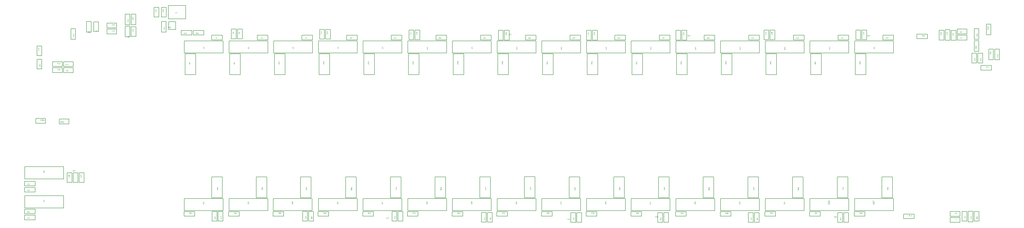
<source format=gbr>
G04*
G04 #@! TF.GenerationSoftware,Altium Limited,Altium Designer,24.1.2 (44)*
G04*
G04 Layer_Color=16711935*
%FSLAX25Y25*%
%MOIN*%
G70*
G04*
G04 #@! TF.SameCoordinates,29FF4F4E-3C6D-470F-9DA1-2895E510F6E9*
G04*
G04*
G04 #@! TF.FilePolarity,Positive*
G04*
G01*
G75*
%ADD14C,0.00787*%
G36*
X949321Y665062D02*
X948565D01*
X948464Y664551D01*
X948466Y664554D01*
X948472Y664557D01*
X948480Y664563D01*
X948494Y664571D01*
X948510Y664579D01*
X948529Y664590D01*
X948573Y664612D01*
X948627Y664633D01*
X948687Y664652D01*
X948753Y664666D01*
X948786Y664672D01*
X948846D01*
X948862Y664669D01*
X948884Y664666D01*
X948909Y664664D01*
X948936Y664658D01*
X948966Y664650D01*
X949032Y664631D01*
X949067Y664617D01*
X949102Y664598D01*
X949138Y664579D01*
X949174Y664557D01*
X949206Y664530D01*
X949239Y664500D01*
X949242Y664497D01*
X949247Y664492D01*
X949255Y664483D01*
X949266Y664470D01*
X949280Y664451D01*
X949294Y664431D01*
X949310Y664407D01*
X949326Y664380D01*
X949340Y664350D01*
X949356Y664317D01*
X949370Y664279D01*
X949384Y664240D01*
X949395Y664199D01*
X949403Y664153D01*
X949408Y664107D01*
X949411Y664057D01*
Y664055D01*
Y664046D01*
Y664033D01*
X949408Y664014D01*
X949405Y663992D01*
X949403Y663967D01*
X949397Y663937D01*
X949392Y663907D01*
X949376Y663836D01*
X949348Y663763D01*
X949332Y663724D01*
X949310Y663689D01*
X949288Y663651D01*
X949261Y663615D01*
X949258Y663612D01*
X949253Y663604D01*
X949242Y663593D01*
X949228Y663580D01*
X949209Y663563D01*
X949187Y663541D01*
X949160Y663522D01*
X949130Y663500D01*
X949097Y663479D01*
X949059Y663459D01*
X949018Y663440D01*
X948974Y663421D01*
X948928Y663408D01*
X948876Y663397D01*
X948821Y663389D01*
X948764Y663386D01*
X948739D01*
X948720Y663389D01*
X948698Y663391D01*
X948674Y663394D01*
X948644Y663397D01*
X948614Y663405D01*
X948546Y663421D01*
X948477Y663446D01*
X948442Y663462D01*
X948406Y663481D01*
X948374Y663503D01*
X948341Y663528D01*
X948338Y663530D01*
X948333Y663533D01*
X948327Y663544D01*
X948316Y663555D01*
X948303Y663569D01*
X948289Y663585D01*
X948273Y663607D01*
X948259Y663631D01*
X948242Y663656D01*
X948226Y663686D01*
X948196Y663752D01*
X948172Y663828D01*
X948163Y663869D01*
X948158Y663913D01*
X948401Y663932D01*
Y663929D01*
Y663924D01*
X948404Y663915D01*
X948406Y663902D01*
X948415Y663872D01*
X948425Y663831D01*
X948442Y663790D01*
X948464Y663743D01*
X948491Y663702D01*
X948524Y663664D01*
X948529Y663662D01*
X948540Y663651D01*
X948562Y663637D01*
X948592Y663621D01*
X948625Y663604D01*
X948666Y663591D01*
X948712Y663580D01*
X948764Y663577D01*
X948780D01*
X948791Y663580D01*
X948824Y663582D01*
X948862Y663593D01*
X948909Y663607D01*
X948955Y663629D01*
X949004Y663662D01*
X949026Y663681D01*
X949048Y663702D01*
X949051Y663705D01*
X949053Y663708D01*
X949059Y663716D01*
X949067Y663724D01*
X949086Y663754D01*
X949108Y663793D01*
X949127Y663839D01*
X949146Y663896D01*
X949160Y663965D01*
X949165Y664000D01*
Y664038D01*
Y664041D01*
Y664046D01*
Y664057D01*
X949162Y664071D01*
Y664087D01*
X949160Y664107D01*
X949152Y664150D01*
X949138Y664202D01*
X949119Y664254D01*
X949092Y664303D01*
X949053Y664350D01*
Y664352D01*
X949048Y664355D01*
X949034Y664369D01*
X949010Y664388D01*
X948977Y664410D01*
X948933Y664429D01*
X948884Y664448D01*
X948827Y664461D01*
X948794Y664467D01*
X948742D01*
X948720Y664464D01*
X948693Y664461D01*
X948660Y664453D01*
X948627Y664445D01*
X948592Y664431D01*
X948557Y664415D01*
X948554Y664412D01*
X948543Y664407D01*
X948526Y664393D01*
X948505Y664380D01*
X948483Y664360D01*
X948461Y664336D01*
X948436Y664311D01*
X948417Y664281D01*
X948199Y664311D01*
X948382Y665283D01*
X949321D01*
Y665062D01*
D02*
G37*
G36*
X947361Y665313D02*
X947383Y665310D01*
X947410Y665308D01*
X947440Y665302D01*
X947470Y665297D01*
X947541Y665278D01*
X947612Y665250D01*
X947647Y665234D01*
X947683Y665215D01*
X947716Y665190D01*
X947746Y665163D01*
X947748Y665160D01*
X947754Y665158D01*
X947759Y665147D01*
X947770Y665136D01*
X947784Y665122D01*
X947797Y665103D01*
X947811Y665084D01*
X947828Y665059D01*
X947855Y665007D01*
X947882Y664942D01*
X947893Y664909D01*
X947898Y664871D01*
X947904Y664833D01*
X947907Y664792D01*
Y664786D01*
Y664773D01*
X947904Y664751D01*
X947901Y664721D01*
X947896Y664688D01*
X947885Y664650D01*
X947874Y664609D01*
X947858Y664568D01*
X947855Y664563D01*
X947849Y664549D01*
X947838Y664527D01*
X947822Y664497D01*
X947800Y664464D01*
X947773Y664423D01*
X947740Y664382D01*
X947702Y664336D01*
X947696Y664330D01*
X947683Y664314D01*
X947669Y664300D01*
X947656Y664287D01*
X947639Y664270D01*
X947617Y664249D01*
X947596Y664227D01*
X947568Y664202D01*
X947541Y664175D01*
X947508Y664145D01*
X947473Y664115D01*
X947434Y664079D01*
X947391Y664044D01*
X947347Y664006D01*
X947344Y664003D01*
X947339Y663997D01*
X947328Y663989D01*
X947314Y663978D01*
X947298Y663962D01*
X947279Y663945D01*
X947235Y663910D01*
X947189Y663869D01*
X947145Y663828D01*
X947107Y663793D01*
X947091Y663779D01*
X947077Y663765D01*
X947074Y663763D01*
X947066Y663754D01*
X947055Y663743D01*
X947041Y663727D01*
X947028Y663708D01*
X947011Y663689D01*
X946978Y663643D01*
X947910D01*
Y663419D01*
X946656D01*
Y663421D01*
Y663432D01*
Y663449D01*
X946659Y663471D01*
X946662Y663495D01*
X946667Y663522D01*
X946673Y663550D01*
X946684Y663580D01*
Y663582D01*
X946686Y663585D01*
X946692Y663601D01*
X946703Y663626D01*
X946719Y663659D01*
X946741Y663697D01*
X946768Y663741D01*
X946798Y663784D01*
X946837Y663831D01*
Y663834D01*
X946842Y663836D01*
X946856Y663853D01*
X946880Y663877D01*
X946916Y663913D01*
X946957Y663954D01*
X947009Y664003D01*
X947071Y664057D01*
X947140Y664115D01*
X947142Y664117D01*
X947153Y664126D01*
X947170Y664139D01*
X947189Y664156D01*
X947213Y664178D01*
X947243Y664202D01*
X947273Y664229D01*
X947309Y664259D01*
X947377Y664325D01*
X947445Y664391D01*
X947478Y664423D01*
X947508Y664456D01*
X947535Y664486D01*
X947557Y664516D01*
Y664519D01*
X947563Y664522D01*
X947568Y664530D01*
X947574Y664541D01*
X947593Y664571D01*
X947615Y664606D01*
X947634Y664650D01*
X947653Y664696D01*
X947664Y664748D01*
X947669Y664797D01*
Y664800D01*
Y664803D01*
X947666Y664819D01*
X947664Y664846D01*
X947656Y664876D01*
X947645Y664915D01*
X947626Y664953D01*
X947601Y664991D01*
X947568Y665029D01*
X947563Y665035D01*
X947549Y665046D01*
X947530Y665059D01*
X947500Y665078D01*
X947462Y665095D01*
X947418Y665111D01*
X947366Y665122D01*
X947309Y665125D01*
X947293D01*
X947282Y665122D01*
X947249Y665119D01*
X947211Y665111D01*
X947170Y665100D01*
X947123Y665081D01*
X947079Y665057D01*
X947039Y665024D01*
X947033Y665018D01*
X947022Y665005D01*
X947006Y664983D01*
X946990Y664950D01*
X946970Y664912D01*
X946954Y664863D01*
X946943Y664808D01*
X946938Y664745D01*
X946700Y664770D01*
Y664773D01*
X946703Y664781D01*
Y664794D01*
X946706Y664814D01*
X946711Y664836D01*
X946716Y664860D01*
X946725Y664890D01*
X946733Y664920D01*
X946755Y664986D01*
X946787Y665051D01*
X946807Y665084D01*
X946831Y665117D01*
X946856Y665147D01*
X946883Y665174D01*
X946886Y665177D01*
X946891Y665179D01*
X946899Y665188D01*
X946913Y665196D01*
X946929Y665207D01*
X946949Y665218D01*
X946970Y665231D01*
X946998Y665245D01*
X947028Y665259D01*
X947060Y665272D01*
X947096Y665283D01*
X947134Y665294D01*
X947175Y665302D01*
X947219Y665310D01*
X947265Y665313D01*
X947314Y665316D01*
X947342D01*
X947361Y665313D01*
D02*
G37*
G36*
X945780Y665305D02*
X945805D01*
X945862Y665302D01*
X945922Y665294D01*
X945988Y665286D01*
X946048Y665272D01*
X946078Y665264D01*
X946102Y665256D01*
X946105D01*
X946108Y665253D01*
X946124Y665245D01*
X946149Y665234D01*
X946179Y665215D01*
X946211Y665190D01*
X946247Y665158D01*
X946280Y665119D01*
X946312Y665076D01*
Y665073D01*
X946315Y665070D01*
X946326Y665054D01*
X946337Y665027D01*
X946353Y664991D01*
X946367Y664950D01*
X946381Y664901D01*
X946389Y664849D01*
X946392Y664792D01*
Y664789D01*
Y664784D01*
Y664773D01*
X946389Y664759D01*
Y664740D01*
X946386Y664721D01*
X946375Y664674D01*
X946359Y664620D01*
X946337Y664563D01*
X946304Y664505D01*
X946282Y664478D01*
X946261Y664451D01*
X946258Y664448D01*
X946255Y664445D01*
X946247Y664437D01*
X946236Y664429D01*
X946222Y664418D01*
X946206Y664407D01*
X946184Y664393D01*
X946162Y664377D01*
X946135Y664363D01*
X946105Y664350D01*
X946072Y664333D01*
X946037Y664320D01*
X945996Y664309D01*
X945955Y664295D01*
X945908Y664287D01*
X945859Y664279D01*
X945865Y664276D01*
X945876Y664270D01*
X945892Y664259D01*
X945914Y664249D01*
X945963Y664219D01*
X945988Y664199D01*
X946009Y664183D01*
X946015Y664178D01*
X946029Y664164D01*
X946050Y664142D01*
X946078Y664115D01*
X946108Y664077D01*
X946143Y664036D01*
X946179Y663986D01*
X946217Y663932D01*
X946542Y663419D01*
X946231D01*
X945982Y663812D01*
Y663814D01*
X945977Y663820D01*
X945971Y663828D01*
X945963Y663839D01*
X945944Y663869D01*
X945919Y663907D01*
X945889Y663948D01*
X945859Y663992D01*
X945829Y664033D01*
X945802Y664071D01*
X945799Y664074D01*
X945791Y664085D01*
X945777Y664101D01*
X945758Y664120D01*
X945717Y664161D01*
X945695Y664180D01*
X945674Y664197D01*
X945671Y664199D01*
X945665Y664202D01*
X945654Y664208D01*
X945638Y664216D01*
X945622Y664224D01*
X945603Y664232D01*
X945559Y664246D01*
X945556D01*
X945551Y664249D01*
X945540D01*
X945526Y664251D01*
X945507Y664254D01*
X945485D01*
X945455Y664257D01*
X945133D01*
Y663419D01*
X944882D01*
Y665308D01*
X945758D01*
X945780Y665305D01*
D02*
G37*
G36*
X1123224Y663383D02*
X1123246Y663380D01*
X1123270Y663378D01*
X1123297Y663372D01*
X1123327Y663367D01*
X1123393Y663350D01*
X1123461Y663323D01*
X1123497Y663307D01*
X1123529Y663288D01*
X1123562Y663263D01*
X1123595Y663238D01*
X1123598Y663236D01*
X1123603Y663230D01*
X1123611Y663222D01*
X1123619Y663211D01*
X1123633Y663198D01*
X1123647Y663178D01*
X1123663Y663159D01*
X1123680Y663135D01*
X1123696Y663107D01*
X1123712Y663080D01*
X1123742Y663015D01*
X1123767Y662938D01*
X1123775Y662897D01*
X1123781Y662853D01*
X1123549Y662823D01*
Y662826D01*
X1123546Y662832D01*
X1123543Y662843D01*
X1123540Y662856D01*
X1123538Y662873D01*
X1123532Y662892D01*
X1123518Y662933D01*
X1123499Y662982D01*
X1123475Y663028D01*
X1123448Y663072D01*
X1123415Y663110D01*
X1123409Y663113D01*
X1123398Y663124D01*
X1123377Y663137D01*
X1123349Y663151D01*
X1123316Y663167D01*
X1123276Y663181D01*
X1123229Y663192D01*
X1123180Y663195D01*
X1123164D01*
X1123153Y663192D01*
X1123123Y663189D01*
X1123085Y663181D01*
X1123041Y663167D01*
X1122994Y663148D01*
X1122948Y663121D01*
X1122904Y663083D01*
X1122899Y663077D01*
X1122885Y663061D01*
X1122869Y663036D01*
X1122847Y663004D01*
X1122825Y662963D01*
X1122809Y662916D01*
X1122795Y662862D01*
X1122790Y662802D01*
Y662799D01*
Y662793D01*
Y662785D01*
X1122792Y662774D01*
X1122795Y662744D01*
X1122803Y662709D01*
X1122814Y662665D01*
X1122833Y662621D01*
X1122861Y662578D01*
X1122896Y662537D01*
X1122902Y662531D01*
X1122915Y662521D01*
X1122937Y662504D01*
X1122967Y662485D01*
X1123005Y662466D01*
X1123052Y662450D01*
X1123104Y662439D01*
X1123161Y662433D01*
X1123186D01*
X1123205Y662436D01*
X1123229Y662439D01*
X1123256Y662444D01*
X1123289Y662450D01*
X1123325Y662458D01*
X1123297Y662253D01*
X1123284D01*
X1123273Y662256D01*
X1123237D01*
X1123207Y662250D01*
X1123172Y662245D01*
X1123131Y662236D01*
X1123085Y662223D01*
X1123041Y662204D01*
X1122994Y662179D01*
X1122992D01*
X1122989Y662177D01*
X1122975Y662166D01*
X1122956Y662147D01*
X1122934Y662122D01*
X1122913Y662086D01*
X1122893Y662045D01*
X1122880Y661999D01*
X1122874Y661972D01*
Y661942D01*
Y661939D01*
Y661936D01*
Y661920D01*
X1122880Y661898D01*
X1122885Y661868D01*
X1122896Y661835D01*
X1122910Y661800D01*
X1122932Y661764D01*
X1122962Y661731D01*
X1122964Y661729D01*
X1122978Y661718D01*
X1122997Y661704D01*
X1123022Y661688D01*
X1123054Y661674D01*
X1123093Y661660D01*
X1123136Y661650D01*
X1123186Y661647D01*
X1123207D01*
X1123232Y661652D01*
X1123265Y661658D01*
X1123300Y661669D01*
X1123336Y661682D01*
X1123374Y661704D01*
X1123409Y661731D01*
X1123412Y661734D01*
X1123423Y661748D01*
X1123439Y661767D01*
X1123458Y661794D01*
X1123478Y661830D01*
X1123497Y661873D01*
X1123513Y661925D01*
X1123524Y661985D01*
X1123756Y661944D01*
Y661942D01*
X1123753Y661934D01*
X1123751Y661923D01*
X1123748Y661906D01*
X1123742Y661887D01*
X1123734Y661865D01*
X1123718Y661813D01*
X1123691Y661753D01*
X1123658Y661693D01*
X1123617Y661636D01*
X1123565Y661584D01*
X1123562Y661581D01*
X1123557Y661579D01*
X1123549Y661573D01*
X1123538Y661565D01*
X1123524Y661554D01*
X1123505Y661543D01*
X1123486Y661532D01*
X1123461Y661519D01*
X1123407Y661497D01*
X1123344Y661475D01*
X1123270Y661461D01*
X1123232Y661456D01*
X1123164D01*
X1123134Y661458D01*
X1123098Y661464D01*
X1123054Y661472D01*
X1123005Y661486D01*
X1122956Y661502D01*
X1122907Y661524D01*
X1122904D01*
X1122902Y661527D01*
X1122885Y661535D01*
X1122861Y661551D01*
X1122833Y661570D01*
X1122801Y661598D01*
X1122768Y661628D01*
X1122735Y661663D01*
X1122708Y661704D01*
X1122705Y661710D01*
X1122697Y661723D01*
X1122686Y661748D01*
X1122672Y661778D01*
X1122659Y661813D01*
X1122648Y661854D01*
X1122639Y661901D01*
X1122637Y661947D01*
Y661953D01*
Y661969D01*
X1122639Y661991D01*
X1122645Y662021D01*
X1122653Y662056D01*
X1122667Y662095D01*
X1122683Y662133D01*
X1122705Y662171D01*
X1122708Y662177D01*
X1122716Y662187D01*
X1122732Y662207D01*
X1122754Y662228D01*
X1122781Y662253D01*
X1122814Y662280D01*
X1122852Y662305D01*
X1122899Y662329D01*
X1122896D01*
X1122891Y662332D01*
X1122882Y662335D01*
X1122871Y662338D01*
X1122841Y662349D01*
X1122803Y662365D01*
X1122760Y662387D01*
X1122716Y662414D01*
X1122675Y662450D01*
X1122637Y662490D01*
X1122634Y662496D01*
X1122623Y662512D01*
X1122607Y662540D01*
X1122590Y662575D01*
X1122574Y662619D01*
X1122558Y662671D01*
X1122547Y662731D01*
X1122544Y662796D01*
Y662799D01*
Y662807D01*
Y662821D01*
X1122547Y662837D01*
X1122549Y662859D01*
X1122555Y662884D01*
X1122560Y662911D01*
X1122566Y662941D01*
X1122588Y663006D01*
X1122604Y663042D01*
X1122620Y663075D01*
X1122642Y663110D01*
X1122667Y663146D01*
X1122694Y663181D01*
X1122727Y663214D01*
X1122730Y663217D01*
X1122735Y663222D01*
X1122746Y663230D01*
X1122760Y663241D01*
X1122776Y663255D01*
X1122798Y663269D01*
X1122822Y663285D01*
X1122852Y663299D01*
X1122882Y663315D01*
X1122918Y663331D01*
X1122953Y663345D01*
X1122994Y663359D01*
X1123038Y663370D01*
X1123085Y663378D01*
X1123131Y663383D01*
X1123183Y663386D01*
X1123207D01*
X1123224Y663383D01*
D02*
G37*
G36*
X1125591Y661464D02*
X1124714D01*
X1124692Y661467D01*
X1124668D01*
X1124611Y661469D01*
X1124551Y661478D01*
X1124485Y661486D01*
X1124425Y661499D01*
X1124395Y661508D01*
X1124370Y661516D01*
X1124368D01*
X1124365Y661519D01*
X1124349Y661527D01*
X1124324Y661538D01*
X1124294Y661557D01*
X1124261Y661581D01*
X1124226Y661614D01*
X1124193Y661652D01*
X1124160Y661696D01*
Y661699D01*
X1124157Y661701D01*
X1124146Y661718D01*
X1124135Y661745D01*
X1124119Y661781D01*
X1124105Y661822D01*
X1124092Y661871D01*
X1124084Y661923D01*
X1124081Y661980D01*
Y661983D01*
Y661988D01*
Y661999D01*
X1124084Y662013D01*
Y662032D01*
X1124086Y662051D01*
X1124097Y662097D01*
X1124114Y662152D01*
X1124135Y662209D01*
X1124168Y662267D01*
X1124190Y662294D01*
X1124212Y662321D01*
X1124215Y662324D01*
X1124217Y662327D01*
X1124226Y662335D01*
X1124236Y662343D01*
X1124250Y662354D01*
X1124267Y662365D01*
X1124288Y662379D01*
X1124310Y662395D01*
X1124337Y662408D01*
X1124368Y662422D01*
X1124400Y662439D01*
X1124436Y662452D01*
X1124477Y662463D01*
X1124518Y662477D01*
X1124564Y662485D01*
X1124613Y662493D01*
X1124608Y662496D01*
X1124597Y662501D01*
X1124580Y662512D01*
X1124559Y662523D01*
X1124510Y662553D01*
X1124485Y662572D01*
X1124463Y662589D01*
X1124458Y662594D01*
X1124444Y662608D01*
X1124422Y662630D01*
X1124395Y662657D01*
X1124365Y662695D01*
X1124329Y662736D01*
X1124294Y662785D01*
X1124256Y662840D01*
X1123931Y663353D01*
X1124242D01*
X1124490Y662960D01*
Y662957D01*
X1124496Y662952D01*
X1124501Y662944D01*
X1124510Y662933D01*
X1124529Y662903D01*
X1124553Y662864D01*
X1124583Y662823D01*
X1124613Y662780D01*
X1124643Y662739D01*
X1124671Y662701D01*
X1124673Y662698D01*
X1124681Y662687D01*
X1124695Y662671D01*
X1124714Y662651D01*
X1124755Y662611D01*
X1124777Y662591D01*
X1124799Y662575D01*
X1124802Y662572D01*
X1124807Y662570D01*
X1124818Y662564D01*
X1124834Y662556D01*
X1124851Y662548D01*
X1124870Y662540D01*
X1124914Y662526D01*
X1124916D01*
X1124922Y662523D01*
X1124933D01*
X1124946Y662521D01*
X1124965Y662518D01*
X1124987D01*
X1125017Y662515D01*
X1125339D01*
Y663353D01*
X1125591D01*
Y661464D01*
D02*
G37*
G36*
X1121698Y663383D02*
X1121719D01*
X1121744Y663380D01*
X1121771Y663375D01*
X1121804Y663367D01*
X1121837Y663359D01*
X1121875Y663348D01*
X1121913Y663334D01*
X1121951Y663318D01*
X1121992Y663296D01*
X1122031Y663271D01*
X1122069Y663244D01*
X1122107Y663211D01*
X1122143Y663173D01*
X1122145Y663170D01*
X1122151Y663162D01*
X1122159Y663151D01*
X1122170Y663132D01*
X1122186Y663107D01*
X1122200Y663080D01*
X1122216Y663045D01*
X1122233Y663006D01*
X1122252Y662960D01*
X1122268Y662908D01*
X1122282Y662851D01*
X1122295Y662788D01*
X1122309Y662717D01*
X1122317Y662641D01*
X1122323Y662559D01*
X1122326Y662471D01*
Y662469D01*
Y662466D01*
Y662458D01*
Y662447D01*
X1122323Y662420D01*
Y662381D01*
X1122320Y662338D01*
X1122315Y662286D01*
X1122309Y662228D01*
X1122301Y662166D01*
X1122290Y662103D01*
X1122276Y662035D01*
X1122260Y661969D01*
X1122241Y661903D01*
X1122216Y661841D01*
X1122189Y661781D01*
X1122159Y661723D01*
X1122124Y661674D01*
X1122121Y661671D01*
X1122115Y661666D01*
X1122104Y661655D01*
X1122091Y661639D01*
X1122074Y661622D01*
X1122052Y661606D01*
X1122025Y661584D01*
X1121998Y661565D01*
X1121965Y661546D01*
X1121930Y661524D01*
X1121889Y661508D01*
X1121848Y661488D01*
X1121801Y661475D01*
X1121752Y661464D01*
X1121700Y661458D01*
X1121646Y661456D01*
X1121624D01*
X1121607Y661458D01*
X1121588D01*
X1121567Y661461D01*
X1121515Y661472D01*
X1121457Y661486D01*
X1121397Y661508D01*
X1121337Y661540D01*
X1121307Y661559D01*
X1121280Y661581D01*
X1121277Y661584D01*
X1121274Y661587D01*
X1121266Y661595D01*
X1121258Y661603D01*
X1121244Y661617D01*
X1121233Y661633D01*
X1121204Y661671D01*
X1121173Y661721D01*
X1121146Y661781D01*
X1121122Y661849D01*
X1121105Y661925D01*
X1121337Y661944D01*
Y661942D01*
X1121340Y661939D01*
X1121343Y661923D01*
X1121351Y661898D01*
X1121362Y661868D01*
X1121373Y661835D01*
X1121389Y661802D01*
X1121408Y661772D01*
X1121427Y661748D01*
X1121433Y661742D01*
X1121444Y661731D01*
X1121463Y661715D01*
X1121490Y661696D01*
X1121526Y661680D01*
X1121564Y661663D01*
X1121610Y661652D01*
X1121659Y661647D01*
X1121679D01*
X1121700Y661650D01*
X1121725Y661655D01*
X1121758Y661663D01*
X1121790Y661674D01*
X1121823Y661688D01*
X1121856Y661710D01*
X1121861Y661712D01*
X1121875Y661723D01*
X1121894Y661742D01*
X1121919Y661770D01*
X1121946Y661802D01*
X1121976Y661841D01*
X1122003Y661890D01*
X1122031Y661944D01*
Y661947D01*
X1122033Y661953D01*
X1122036Y661961D01*
X1122042Y661972D01*
X1122044Y661988D01*
X1122050Y662007D01*
X1122055Y662029D01*
X1122061Y662056D01*
X1122069Y662086D01*
X1122074Y662119D01*
X1122080Y662155D01*
X1122083Y662193D01*
X1122088Y662236D01*
X1122091Y662280D01*
X1122093Y662329D01*
Y662379D01*
X1122091Y662376D01*
X1122080Y662359D01*
X1122061Y662338D01*
X1122036Y662310D01*
X1122009Y662278D01*
X1121973Y662248D01*
X1121935Y662217D01*
X1121891Y662190D01*
X1121889D01*
X1121886Y662187D01*
X1121870Y662179D01*
X1121845Y662171D01*
X1121812Y662157D01*
X1121774Y662147D01*
X1121730Y662138D01*
X1121684Y662130D01*
X1121635Y662127D01*
X1121613D01*
X1121597Y662130D01*
X1121575Y662133D01*
X1121553Y662136D01*
X1121526Y662141D01*
X1121498Y662149D01*
X1121436Y662168D01*
X1121403Y662182D01*
X1121370Y662201D01*
X1121337Y662220D01*
X1121302Y662242D01*
X1121269Y662269D01*
X1121239Y662299D01*
X1121236Y662302D01*
X1121231Y662308D01*
X1121223Y662316D01*
X1121214Y662329D01*
X1121201Y662349D01*
X1121187Y662368D01*
X1121173Y662392D01*
X1121157Y662420D01*
X1121141Y662450D01*
X1121127Y662482D01*
X1121113Y662521D01*
X1121100Y662559D01*
X1121092Y662600D01*
X1121083Y662646D01*
X1121078Y662692D01*
X1121075Y662742D01*
Y662744D01*
Y662750D01*
Y662758D01*
Y662772D01*
X1121078Y662788D01*
Y662804D01*
X1121086Y662848D01*
X1121094Y662900D01*
X1121108Y662955D01*
X1121127Y663015D01*
X1121154Y663072D01*
Y663075D01*
X1121157Y663077D01*
X1121163Y663086D01*
X1121168Y663097D01*
X1121184Y663124D01*
X1121209Y663159D01*
X1121239Y663198D01*
X1121274Y663236D01*
X1121318Y663274D01*
X1121365Y663307D01*
X1121367D01*
X1121370Y663309D01*
X1121378Y663315D01*
X1121389Y663318D01*
X1121416Y663331D01*
X1121452Y663345D01*
X1121498Y663361D01*
X1121550Y663372D01*
X1121607Y663383D01*
X1121670Y663386D01*
X1121684D01*
X1121698Y663383D01*
D02*
G37*
G36*
X1103539D02*
X1103561Y663380D01*
X1103585Y663378D01*
X1103612Y663372D01*
X1103642Y663367D01*
X1103708Y663350D01*
X1103776Y663323D01*
X1103812Y663307D01*
X1103844Y663288D01*
X1103877Y663263D01*
X1103910Y663238D01*
X1103913Y663236D01*
X1103918Y663230D01*
X1103926Y663222D01*
X1103934Y663211D01*
X1103948Y663198D01*
X1103962Y663178D01*
X1103978Y663159D01*
X1103995Y663135D01*
X1104011Y663107D01*
X1104027Y663080D01*
X1104057Y663015D01*
X1104082Y662938D01*
X1104090Y662897D01*
X1104096Y662853D01*
X1103864Y662823D01*
Y662826D01*
X1103861Y662832D01*
X1103858Y662843D01*
X1103855Y662856D01*
X1103853Y662873D01*
X1103847Y662892D01*
X1103833Y662933D01*
X1103814Y662982D01*
X1103790Y663028D01*
X1103763Y663072D01*
X1103730Y663110D01*
X1103724Y663113D01*
X1103713Y663124D01*
X1103691Y663137D01*
X1103664Y663151D01*
X1103631Y663167D01*
X1103590Y663181D01*
X1103544Y663192D01*
X1103495Y663195D01*
X1103479D01*
X1103468Y663192D01*
X1103438Y663189D01*
X1103399Y663181D01*
X1103356Y663167D01*
X1103309Y663148D01*
X1103263Y663121D01*
X1103219Y663083D01*
X1103214Y663077D01*
X1103200Y663061D01*
X1103184Y663036D01*
X1103162Y663004D01*
X1103140Y662963D01*
X1103124Y662916D01*
X1103110Y662862D01*
X1103105Y662802D01*
Y662799D01*
Y662793D01*
Y662785D01*
X1103107Y662774D01*
X1103110Y662744D01*
X1103118Y662709D01*
X1103129Y662665D01*
X1103148Y662621D01*
X1103176Y662578D01*
X1103211Y662537D01*
X1103216Y662531D01*
X1103230Y662521D01*
X1103252Y662504D01*
X1103282Y662485D01*
X1103320Y662466D01*
X1103367Y662450D01*
X1103419Y662439D01*
X1103476Y662433D01*
X1103500D01*
X1103520Y662436D01*
X1103544Y662439D01*
X1103571Y662444D01*
X1103604Y662450D01*
X1103640Y662458D01*
X1103612Y662253D01*
X1103599D01*
X1103588Y662256D01*
X1103552D01*
X1103522Y662250D01*
X1103487Y662245D01*
X1103446Y662236D01*
X1103399Y662223D01*
X1103356Y662204D01*
X1103309Y662179D01*
X1103307D01*
X1103304Y662177D01*
X1103290Y662166D01*
X1103271Y662147D01*
X1103249Y662122D01*
X1103227Y662086D01*
X1103208Y662045D01*
X1103195Y661999D01*
X1103189Y661972D01*
Y661942D01*
Y661939D01*
Y661936D01*
Y661920D01*
X1103195Y661898D01*
X1103200Y661868D01*
X1103211Y661835D01*
X1103225Y661800D01*
X1103246Y661764D01*
X1103277Y661731D01*
X1103279Y661729D01*
X1103293Y661718D01*
X1103312Y661704D01*
X1103337Y661688D01*
X1103369Y661674D01*
X1103408Y661660D01*
X1103451Y661650D01*
X1103500Y661647D01*
X1103522D01*
X1103547Y661652D01*
X1103580Y661658D01*
X1103615Y661669D01*
X1103651Y661682D01*
X1103689Y661704D01*
X1103724Y661731D01*
X1103727Y661734D01*
X1103738Y661748D01*
X1103754Y661767D01*
X1103773Y661794D01*
X1103792Y661830D01*
X1103812Y661873D01*
X1103828Y661925D01*
X1103839Y661985D01*
X1104071Y661944D01*
Y661942D01*
X1104068Y661934D01*
X1104066Y661923D01*
X1104063Y661906D01*
X1104057Y661887D01*
X1104049Y661865D01*
X1104033Y661813D01*
X1104006Y661753D01*
X1103973Y661693D01*
X1103932Y661636D01*
X1103880Y661584D01*
X1103877Y661581D01*
X1103872Y661579D01*
X1103864Y661573D01*
X1103853Y661565D01*
X1103839Y661554D01*
X1103820Y661543D01*
X1103801Y661532D01*
X1103776Y661519D01*
X1103722Y661497D01*
X1103659Y661475D01*
X1103585Y661461D01*
X1103547Y661456D01*
X1103479D01*
X1103449Y661458D01*
X1103413Y661464D01*
X1103369Y661472D01*
X1103320Y661486D01*
X1103271Y661502D01*
X1103222Y661524D01*
X1103219D01*
X1103216Y661527D01*
X1103200Y661535D01*
X1103176Y661551D01*
X1103148Y661570D01*
X1103115Y661598D01*
X1103083Y661628D01*
X1103050Y661663D01*
X1103023Y661704D01*
X1103020Y661710D01*
X1103012Y661723D01*
X1103001Y661748D01*
X1102987Y661778D01*
X1102973Y661813D01*
X1102963Y661854D01*
X1102954Y661901D01*
X1102952Y661947D01*
Y661953D01*
Y661969D01*
X1102954Y661991D01*
X1102960Y662021D01*
X1102968Y662056D01*
X1102982Y662095D01*
X1102998Y662133D01*
X1103020Y662171D01*
X1103023Y662177D01*
X1103031Y662187D01*
X1103047Y662207D01*
X1103069Y662228D01*
X1103096Y662253D01*
X1103129Y662280D01*
X1103167Y662305D01*
X1103214Y662329D01*
X1103211D01*
X1103206Y662332D01*
X1103197Y662335D01*
X1103187Y662338D01*
X1103156Y662349D01*
X1103118Y662365D01*
X1103075Y662387D01*
X1103031Y662414D01*
X1102990Y662450D01*
X1102952Y662490D01*
X1102949Y662496D01*
X1102938Y662512D01*
X1102922Y662540D01*
X1102905Y662575D01*
X1102889Y662619D01*
X1102872Y662671D01*
X1102862Y662731D01*
X1102859Y662796D01*
Y662799D01*
Y662807D01*
Y662821D01*
X1102862Y662837D01*
X1102864Y662859D01*
X1102870Y662884D01*
X1102875Y662911D01*
X1102881Y662941D01*
X1102903Y663006D01*
X1102919Y663042D01*
X1102935Y663075D01*
X1102957Y663110D01*
X1102982Y663146D01*
X1103009Y663181D01*
X1103042Y663214D01*
X1103045Y663217D01*
X1103050Y663222D01*
X1103061Y663230D01*
X1103075Y663241D01*
X1103091Y663255D01*
X1103113Y663269D01*
X1103137Y663285D01*
X1103167Y663299D01*
X1103197Y663315D01*
X1103233Y663331D01*
X1103268Y663345D01*
X1103309Y663359D01*
X1103353Y663370D01*
X1103399Y663378D01*
X1103446Y663383D01*
X1103498Y663386D01*
X1103522D01*
X1103539Y663383D01*
D02*
G37*
G36*
X1105906Y661464D02*
X1105029D01*
X1105007Y661467D01*
X1104983D01*
X1104926Y661469D01*
X1104865Y661478D01*
X1104800Y661486D01*
X1104740Y661499D01*
X1104710Y661508D01*
X1104685Y661516D01*
X1104683D01*
X1104680Y661519D01*
X1104663Y661527D01*
X1104639Y661538D01*
X1104609Y661557D01*
X1104576Y661581D01*
X1104541Y661614D01*
X1104508Y661652D01*
X1104475Y661696D01*
Y661699D01*
X1104472Y661701D01*
X1104461Y661718D01*
X1104451Y661745D01*
X1104434Y661781D01*
X1104420Y661822D01*
X1104407Y661871D01*
X1104399Y661923D01*
X1104396Y661980D01*
Y661983D01*
Y661988D01*
Y661999D01*
X1104399Y662013D01*
Y662032D01*
X1104401Y662051D01*
X1104412Y662097D01*
X1104429Y662152D01*
X1104451Y662209D01*
X1104483Y662267D01*
X1104505Y662294D01*
X1104527Y662321D01*
X1104530Y662324D01*
X1104532Y662327D01*
X1104541Y662335D01*
X1104552Y662343D01*
X1104565Y662354D01*
X1104582Y662365D01*
X1104603Y662379D01*
X1104625Y662395D01*
X1104653Y662408D01*
X1104683Y662422D01*
X1104715Y662439D01*
X1104751Y662452D01*
X1104792Y662463D01*
X1104833Y662477D01*
X1104879Y662485D01*
X1104928Y662493D01*
X1104923Y662496D01*
X1104912Y662501D01*
X1104895Y662512D01*
X1104874Y662523D01*
X1104825Y662553D01*
X1104800Y662572D01*
X1104778Y662589D01*
X1104773Y662594D01*
X1104759Y662608D01*
X1104737Y662630D01*
X1104710Y662657D01*
X1104680Y662695D01*
X1104644Y662736D01*
X1104609Y662785D01*
X1104571Y662840D01*
X1104246Y663353D01*
X1104557D01*
X1104805Y662960D01*
Y662957D01*
X1104811Y662952D01*
X1104816Y662944D01*
X1104825Y662933D01*
X1104844Y662903D01*
X1104868Y662864D01*
X1104898Y662823D01*
X1104928Y662780D01*
X1104958Y662739D01*
X1104986Y662701D01*
X1104988Y662698D01*
X1104996Y662687D01*
X1105010Y662671D01*
X1105029Y662651D01*
X1105070Y662611D01*
X1105092Y662591D01*
X1105114Y662575D01*
X1105117Y662572D01*
X1105122Y662570D01*
X1105133Y662564D01*
X1105149Y662556D01*
X1105166Y662548D01*
X1105185Y662540D01*
X1105229Y662526D01*
X1105231D01*
X1105237Y662523D01*
X1105248D01*
X1105261Y662521D01*
X1105280Y662518D01*
X1105302D01*
X1105332Y662515D01*
X1105654D01*
Y663353D01*
X1105906D01*
Y661464D01*
D02*
G37*
G36*
X1102348Y663350D02*
Y663342D01*
Y663331D01*
X1102346Y663315D01*
Y663293D01*
X1102343Y663266D01*
X1102340Y663236D01*
X1102337Y663203D01*
X1102332Y663165D01*
X1102326Y663127D01*
X1102318Y663080D01*
X1102310Y663034D01*
X1102302Y662985D01*
X1102291Y662930D01*
X1102264Y662818D01*
Y662815D01*
X1102261Y662804D01*
X1102256Y662788D01*
X1102247Y662763D01*
X1102239Y662736D01*
X1102228Y662703D01*
X1102217Y662665D01*
X1102201Y662624D01*
X1102185Y662578D01*
X1102168Y662531D01*
X1102127Y662428D01*
X1102078Y662319D01*
X1102024Y662209D01*
X1102021Y662207D01*
X1102015Y662196D01*
X1102007Y662182D01*
X1101996Y662160D01*
X1101983Y662136D01*
X1101963Y662106D01*
X1101944Y662073D01*
X1101923Y662037D01*
X1101871Y661958D01*
X1101816Y661876D01*
X1101753Y661792D01*
X1101688Y661712D01*
X1102613D01*
Y661488D01*
X1101390D01*
Y661671D01*
X1101393Y661674D01*
X1101398Y661680D01*
X1101409Y661691D01*
X1101420Y661707D01*
X1101437Y661726D01*
X1101458Y661748D01*
X1101480Y661775D01*
X1101505Y661808D01*
X1101529Y661841D01*
X1101559Y661879D01*
X1101589Y661923D01*
X1101620Y661966D01*
X1101652Y662015D01*
X1101685Y662067D01*
X1101718Y662125D01*
X1101750Y662182D01*
X1101753Y662185D01*
X1101759Y662196D01*
X1101767Y662212D01*
X1101781Y662236D01*
X1101794Y662267D01*
X1101811Y662299D01*
X1101830Y662338D01*
X1101849Y662381D01*
X1101871Y662430D01*
X1101895Y662479D01*
X1101917Y662534D01*
X1101939Y662591D01*
X1101983Y662709D01*
X1102024Y662834D01*
Y662837D01*
X1102026Y662845D01*
X1102029Y662859D01*
X1102034Y662875D01*
X1102040Y662897D01*
X1102045Y662924D01*
X1102054Y662955D01*
X1102059Y662987D01*
X1102067Y663026D01*
X1102075Y663066D01*
X1102089Y663154D01*
X1102103Y663249D01*
X1102111Y663353D01*
X1102348D01*
Y663350D01*
D02*
G37*
G36*
X903044Y518815D02*
X903073D01*
X903106Y518812D01*
X903142Y518804D01*
X903186Y518793D01*
X903229Y518783D01*
X903280Y518768D01*
X903331Y518750D01*
X903382Y518728D01*
X903437Y518699D01*
X903488Y518666D01*
X903539Y518630D01*
X903590Y518586D01*
X903637Y518535D01*
X903641Y518531D01*
X903648Y518520D01*
X903659Y518506D01*
X903673Y518480D01*
X903695Y518448D01*
X903714Y518411D01*
X903735Y518364D01*
X903757Y518313D01*
X903783Y518251D01*
X903804Y518182D01*
X903823Y518106D01*
X903841Y518022D01*
X903859Y517927D01*
X903870Y517825D01*
X903877Y517716D01*
X903881Y517599D01*
Y517596D01*
Y517592D01*
Y517581D01*
Y517567D01*
X903877Y517530D01*
Y517479D01*
X903874Y517421D01*
X903866Y517352D01*
X903859Y517276D01*
X903848Y517192D01*
X903834Y517108D01*
X903815Y517017D01*
X903794Y516930D01*
X903768Y516842D01*
X903735Y516759D01*
X903699Y516679D01*
X903659Y516602D01*
X903612Y516537D01*
X903608Y516533D01*
X903601Y516526D01*
X903586Y516511D01*
X903568Y516489D01*
X903546Y516468D01*
X903517Y516446D01*
X903481Y516417D01*
X903444Y516391D01*
X903401Y516366D01*
X903353Y516336D01*
X903299Y516315D01*
X903244Y516289D01*
X903182Y516271D01*
X903117Y516256D01*
X903047Y516249D01*
X902975Y516245D01*
X902946D01*
X902924Y516249D01*
X902898D01*
X902869Y516253D01*
X902800Y516267D01*
X902723Y516286D01*
X902643Y516315D01*
X902563Y516358D01*
X902523Y516384D01*
X902487Y516413D01*
X902483Y516417D01*
X902480Y516420D01*
X902469Y516431D01*
X902458Y516442D01*
X902439Y516460D01*
X902425Y516482D01*
X902385Y516533D01*
X902345Y516599D01*
X902308Y516679D01*
X902276Y516770D01*
X902254Y516872D01*
X902563Y516897D01*
Y516893D01*
X902567Y516890D01*
X902571Y516868D01*
X902582Y516835D01*
X902596Y516795D01*
X902611Y516751D01*
X902632Y516708D01*
X902658Y516668D01*
X902683Y516635D01*
X902691Y516628D01*
X902705Y516613D01*
X902731Y516591D01*
X902767Y516566D01*
X902814Y516544D01*
X902865Y516522D01*
X902927Y516507D01*
X902993Y516500D01*
X903018D01*
X903047Y516504D01*
X903080Y516511D01*
X903124Y516522D01*
X903168Y516537D01*
X903211Y516555D01*
X903255Y516584D01*
X903262Y516588D01*
X903280Y516602D01*
X903306Y516628D01*
X903339Y516664D01*
X903375Y516708D01*
X903415Y516759D01*
X903451Y516824D01*
X903488Y516897D01*
Y516901D01*
X903491Y516908D01*
X903495Y516919D01*
X903502Y516933D01*
X903506Y516955D01*
X903513Y516981D01*
X903521Y517010D01*
X903528Y517046D01*
X903539Y517086D01*
X903546Y517130D01*
X903553Y517177D01*
X903557Y517228D01*
X903564Y517286D01*
X903568Y517345D01*
X903572Y517410D01*
Y517476D01*
X903568Y517472D01*
X903553Y517450D01*
X903528Y517421D01*
X903495Y517385D01*
X903459Y517341D01*
X903411Y517301D01*
X903360Y517261D01*
X903302Y517225D01*
X903299D01*
X903295Y517221D01*
X903273Y517210D01*
X903240Y517199D01*
X903197Y517181D01*
X903146Y517166D01*
X903087Y517156D01*
X903026Y517144D01*
X902960Y517141D01*
X902931D01*
X902909Y517144D01*
X902880Y517148D01*
X902851Y517152D01*
X902814Y517159D01*
X902778Y517170D01*
X902694Y517196D01*
X902651Y517214D01*
X902607Y517239D01*
X902563Y517265D01*
X902516Y517294D01*
X902472Y517330D01*
X902432Y517370D01*
X902429Y517374D01*
X902421Y517381D01*
X902410Y517392D01*
X902400Y517410D01*
X902381Y517436D01*
X902363Y517461D01*
X902345Y517494D01*
X902323Y517530D01*
X902301Y517570D01*
X902283Y517614D01*
X902265Y517665D01*
X902247Y517716D01*
X902236Y517771D01*
X902225Y517833D01*
X902217Y517894D01*
X902214Y517960D01*
Y517964D01*
Y517971D01*
Y517982D01*
Y518000D01*
X902217Y518022D01*
Y518044D01*
X902228Y518102D01*
X902239Y518171D01*
X902258Y518244D01*
X902283Y518324D01*
X902319Y518400D01*
Y518404D01*
X902323Y518408D01*
X902330Y518419D01*
X902338Y518433D01*
X902359Y518469D01*
X902392Y518517D01*
X902432Y518568D01*
X902480Y518619D01*
X902538Y518670D01*
X902600Y518713D01*
X902603D01*
X902607Y518717D01*
X902618Y518724D01*
X902632Y518728D01*
X902669Y518746D01*
X902716Y518764D01*
X902778Y518786D01*
X902847Y518801D01*
X902924Y518815D01*
X903007Y518819D01*
X903026D01*
X903044Y518815D01*
D02*
G37*
G36*
X905264D02*
X905297D01*
X905337Y518812D01*
X905381Y518804D01*
X905432Y518797D01*
X905537Y518779D01*
X905646Y518750D01*
X905756Y518710D01*
X905807Y518684D01*
X905857Y518655D01*
X905861Y518651D01*
X905868Y518648D01*
X905883Y518637D01*
X905898Y518622D01*
X905919Y518608D01*
X905945Y518586D01*
X905974Y518561D01*
X906003Y518531D01*
X906032Y518499D01*
X906065Y518466D01*
X906131Y518382D01*
X906192Y518284D01*
X906247Y518175D01*
Y518171D01*
X906254Y518160D01*
X906258Y518142D01*
X906269Y518120D01*
X906276Y518091D01*
X906287Y518054D01*
X906302Y518014D01*
X906312Y517971D01*
X906323Y517923D01*
X906338Y517869D01*
X906356Y517756D01*
X906371Y517629D01*
X906378Y517498D01*
Y517494D01*
Y517479D01*
Y517458D01*
X906374Y517432D01*
Y517396D01*
X906371Y517359D01*
X906367Y517312D01*
X906360Y517265D01*
X906342Y517159D01*
X906316Y517043D01*
X906280Y516926D01*
X906229Y516813D01*
X906225Y516810D01*
X906221Y516799D01*
X906214Y516784D01*
X906200Y516766D01*
X906185Y516741D01*
X906167Y516711D01*
X906120Y516646D01*
X906058Y516573D01*
X905985Y516500D01*
X905901Y516428D01*
X905803Y516366D01*
X905799Y516362D01*
X905788Y516358D01*
X905774Y516351D01*
X905756Y516340D01*
X905726Y516329D01*
X905697Y516318D01*
X905661Y516304D01*
X905621Y516289D01*
X905577Y516275D01*
X905530Y516260D01*
X905428Y516238D01*
X905311Y516220D01*
X905191Y516213D01*
X905155D01*
X905130Y516216D01*
X905097Y516220D01*
X905057Y516224D01*
X905017Y516227D01*
X904969Y516238D01*
X904871Y516260D01*
X904762Y516293D01*
X904707Y516315D01*
X904656Y516340D01*
X904605Y516373D01*
X904554Y516406D01*
X904551Y516409D01*
X904543Y516413D01*
X904529Y516424D01*
X904511Y516442D01*
X904492Y516460D01*
X904467Y516486D01*
X904442Y516515D01*
X904412Y516544D01*
X904383Y516580D01*
X904354Y516624D01*
X904321Y516668D01*
X904292Y516715D01*
X904267Y516770D01*
X904238Y516824D01*
X904216Y516882D01*
X904194Y516948D01*
X904522Y517024D01*
Y517021D01*
X904525Y517014D01*
X904533Y516999D01*
X904540Y516981D01*
X904547Y516959D01*
X904558Y516930D01*
X904587Y516872D01*
X904624Y516806D01*
X904667Y516741D01*
X904722Y516679D01*
X904780Y516624D01*
X904787Y516617D01*
X904809Y516602D01*
X904846Y516584D01*
X904893Y516559D01*
X904955Y516537D01*
X905024Y516515D01*
X905108Y516500D01*
X905199Y516497D01*
X905228D01*
X905246Y516500D01*
X905271D01*
X905301Y516504D01*
X905370Y516515D01*
X905446Y516529D01*
X905526Y516555D01*
X905610Y516591D01*
X905686Y516639D01*
X905690D01*
X905694Y516646D01*
X905719Y516664D01*
X905752Y516693D01*
X905792Y516737D01*
X905839Y516791D01*
X905883Y516853D01*
X905923Y516930D01*
X905959Y517014D01*
Y517017D01*
X905963Y517024D01*
X905967Y517035D01*
X905970Y517054D01*
X905978Y517075D01*
X905985Y517101D01*
X905996Y517163D01*
X906010Y517236D01*
X906025Y517316D01*
X906032Y517403D01*
X906036Y517498D01*
Y517501D01*
Y517512D01*
Y517530D01*
Y517552D01*
X906032Y517578D01*
Y517611D01*
X906029Y517647D01*
X906025Y517687D01*
X906014Y517774D01*
X905996Y517869D01*
X905974Y517964D01*
X905945Y518058D01*
Y518062D01*
X905941Y518069D01*
X905934Y518080D01*
X905927Y518098D01*
X905905Y518142D01*
X905872Y518193D01*
X905832Y518251D01*
X905781Y518313D01*
X905723Y518368D01*
X905654Y518419D01*
X905650D01*
X905643Y518422D01*
X905632Y518429D01*
X905617Y518437D01*
X905599Y518444D01*
X905577Y518455D01*
X905526Y518477D01*
X905461Y518499D01*
X905388Y518517D01*
X905308Y518531D01*
X905224Y518535D01*
X905199D01*
X905177Y518531D01*
X905151D01*
X905126Y518528D01*
X905060Y518513D01*
X904984Y518495D01*
X904907Y518466D01*
X904827Y518426D01*
X904787Y518404D01*
X904751Y518375D01*
X904747Y518371D01*
X904744Y518368D01*
X904733Y518357D01*
X904718Y518346D01*
X904704Y518328D01*
X904685Y518306D01*
X904664Y518284D01*
X904645Y518255D01*
X904624Y518222D01*
X904598Y518186D01*
X904576Y518149D01*
X904554Y518106D01*
X904536Y518058D01*
X904518Y518007D01*
X904500Y517953D01*
X904485Y517894D01*
X904150Y517978D01*
Y517982D01*
X904154Y517996D01*
X904161Y518018D01*
X904172Y518047D01*
X904183Y518080D01*
X904198Y518120D01*
X904216Y518164D01*
X904238Y518211D01*
X904289Y518313D01*
X904354Y518415D01*
X904394Y518466D01*
X904434Y518517D01*
X904478Y518561D01*
X904529Y518604D01*
X904533Y518608D01*
X904540Y518615D01*
X904558Y518622D01*
X904576Y518637D01*
X904605Y518655D01*
X904634Y518673D01*
X904675Y518691D01*
X904714Y518710D01*
X904762Y518732D01*
X904813Y518750D01*
X904867Y518768D01*
X904926Y518786D01*
X904988Y518801D01*
X905053Y518808D01*
X905122Y518815D01*
X905195Y518819D01*
X905235D01*
X905264Y518815D01*
D02*
G37*
G36*
X900918Y518171D02*
X902014D01*
Y517887D01*
X900860Y516256D01*
X900609D01*
Y517887D01*
X900266D01*
Y518171D01*
X900609D01*
Y518775D01*
X900918D01*
Y518171D01*
D02*
G37*
G36*
X871565Y522255D02*
X871590D01*
X871619Y522251D01*
X871688Y522237D01*
X871765Y522218D01*
X871845Y522189D01*
X871925Y522146D01*
X871965Y522120D01*
X872001Y522091D01*
X872005Y522087D01*
X872009Y522084D01*
X872019Y522073D01*
X872031Y522062D01*
X872049Y522044D01*
X872063Y522022D01*
X872103Y521971D01*
X872143Y521905D01*
X872180Y521825D01*
X872213Y521734D01*
X872234Y521632D01*
X871925Y521607D01*
Y521610D01*
X871921Y521614D01*
X871918Y521636D01*
X871907Y521669D01*
X871892Y521709D01*
X871878Y521753D01*
X871856Y521796D01*
X871830Y521836D01*
X871805Y521869D01*
X871797Y521876D01*
X871783Y521891D01*
X871758Y521913D01*
X871721Y521938D01*
X871674Y521960D01*
X871623Y521982D01*
X871561Y521996D01*
X871495Y522004D01*
X871470D01*
X871441Y522000D01*
X871408Y521993D01*
X871364Y521982D01*
X871321Y521967D01*
X871277Y521949D01*
X871233Y521920D01*
X871226Y521916D01*
X871208Y521902D01*
X871182Y521876D01*
X871150Y521840D01*
X871113Y521796D01*
X871073Y521745D01*
X871037Y521680D01*
X871000Y521607D01*
Y521603D01*
X870997Y521596D01*
X870993Y521585D01*
X870986Y521570D01*
X870982Y521549D01*
X870975Y521523D01*
X870968Y521494D01*
X870960Y521458D01*
X870949Y521418D01*
X870942Y521374D01*
X870935Y521327D01*
X870931Y521276D01*
X870924Y521217D01*
X870920Y521159D01*
X870917Y521094D01*
Y521028D01*
X870920Y521032D01*
X870935Y521054D01*
X870960Y521083D01*
X870993Y521119D01*
X871029Y521163D01*
X871077Y521203D01*
X871128Y521243D01*
X871186Y521279D01*
X871190D01*
X871193Y521283D01*
X871215Y521294D01*
X871248Y521305D01*
X871292Y521323D01*
X871342Y521338D01*
X871401Y521348D01*
X871463Y521359D01*
X871528Y521363D01*
X871557D01*
X871579Y521359D01*
X871608Y521356D01*
X871637Y521352D01*
X871674Y521345D01*
X871710Y521334D01*
X871794Y521308D01*
X871838Y521290D01*
X871881Y521265D01*
X871925Y521239D01*
X871972Y521210D01*
X872016Y521174D01*
X872056Y521134D01*
X872060Y521130D01*
X872067Y521123D01*
X872078Y521112D01*
X872089Y521094D01*
X872107Y521068D01*
X872125Y521043D01*
X872143Y521010D01*
X872165Y520973D01*
X872187Y520933D01*
X872205Y520890D01*
X872223Y520839D01*
X872242Y520788D01*
X872252Y520733D01*
X872263Y520671D01*
X872271Y520610D01*
X872274Y520544D01*
Y520540D01*
Y520533D01*
Y520522D01*
Y520504D01*
X872271Y520482D01*
Y520460D01*
X872260Y520402D01*
X872249Y520333D01*
X872231Y520260D01*
X872205Y520180D01*
X872169Y520104D01*
Y520100D01*
X872165Y520096D01*
X872158Y520085D01*
X872151Y520071D01*
X872129Y520034D01*
X872096Y519987D01*
X872056Y519936D01*
X872009Y519885D01*
X871950Y519834D01*
X871889Y519791D01*
X871885D01*
X871881Y519787D01*
X871870Y519780D01*
X871856Y519776D01*
X871819Y519758D01*
X871772Y519740D01*
X871710Y519718D01*
X871641Y519703D01*
X871565Y519689D01*
X871481Y519685D01*
X871463D01*
X871444Y519689D01*
X871415D01*
X871383Y519692D01*
X871346Y519699D01*
X871303Y519710D01*
X871259Y519721D01*
X871208Y519736D01*
X871157Y519754D01*
X871106Y519776D01*
X871051Y519805D01*
X871000Y519838D01*
X870949Y519874D01*
X870898Y519918D01*
X870851Y519969D01*
X870848Y519973D01*
X870840Y519983D01*
X870829Y519998D01*
X870815Y520023D01*
X870793Y520056D01*
X870775Y520093D01*
X870753Y520140D01*
X870731Y520191D01*
X870706Y520253D01*
X870684Y520322D01*
X870665Y520398D01*
X870647Y520482D01*
X870629Y520577D01*
X870618Y520679D01*
X870611Y520788D01*
X870607Y520904D01*
Y520908D01*
Y520912D01*
Y520923D01*
Y520937D01*
X870611Y520973D01*
Y521025D01*
X870615Y521083D01*
X870622Y521152D01*
X870629Y521228D01*
X870640Y521312D01*
X870655Y521396D01*
X870673Y521487D01*
X870695Y521574D01*
X870720Y521662D01*
X870753Y521745D01*
X870789Y521825D01*
X870829Y521902D01*
X870877Y521967D01*
X870880Y521971D01*
X870887Y521978D01*
X870902Y521993D01*
X870920Y522015D01*
X870942Y522036D01*
X870971Y522058D01*
X871008Y522087D01*
X871044Y522113D01*
X871088Y522138D01*
X871135Y522167D01*
X871190Y522189D01*
X871244Y522215D01*
X871306Y522233D01*
X871372Y522248D01*
X871441Y522255D01*
X871514Y522259D01*
X871543D01*
X871565Y522255D01*
D02*
G37*
G36*
X869359Y522288D02*
X869392Y522284D01*
X869431Y522280D01*
X869472Y522277D01*
X869519Y522266D01*
X869617Y522244D01*
X869726Y522211D01*
X869781Y522189D01*
X869832Y522164D01*
X869883Y522131D01*
X869934Y522098D01*
X869938Y522095D01*
X869945Y522091D01*
X869959Y522080D01*
X869977Y522062D01*
X869996Y522044D01*
X870021Y522018D01*
X870047Y521989D01*
X870076Y521960D01*
X870105Y521924D01*
X870134Y521880D01*
X870167Y521836D01*
X870196Y521789D01*
X870221Y521734D01*
X870251Y521680D01*
X870272Y521622D01*
X870294Y521556D01*
X869967Y521480D01*
Y521483D01*
X869963Y521490D01*
X869956Y521505D01*
X869948Y521523D01*
X869941Y521545D01*
X869930Y521574D01*
X869901Y521632D01*
X869865Y521698D01*
X869821Y521763D01*
X869766Y521825D01*
X869708Y521880D01*
X869701Y521887D01*
X869679Y521902D01*
X869643Y521920D01*
X869595Y521945D01*
X869533Y521967D01*
X869464Y521989D01*
X869381Y522004D01*
X869290Y522007D01*
X869260D01*
X869242Y522004D01*
X869217D01*
X869188Y522000D01*
X869118Y521989D01*
X869042Y521975D01*
X868962Y521949D01*
X868878Y521913D01*
X868802Y521865D01*
X868798D01*
X868795Y521858D01*
X868769Y521840D01*
X868736Y521811D01*
X868696Y521767D01*
X868649Y521712D01*
X868605Y521651D01*
X868565Y521574D01*
X868529Y521490D01*
Y521487D01*
X868525Y521480D01*
X868521Y521469D01*
X868518Y521450D01*
X868511Y521428D01*
X868503Y521403D01*
X868492Y521341D01*
X868478Y521268D01*
X868463Y521188D01*
X868456Y521101D01*
X868452Y521006D01*
Y521003D01*
Y520992D01*
Y520973D01*
Y520952D01*
X868456Y520926D01*
Y520893D01*
X868460Y520857D01*
X868463Y520817D01*
X868474Y520730D01*
X868492Y520635D01*
X868514Y520540D01*
X868543Y520446D01*
Y520442D01*
X868547Y520435D01*
X868554Y520424D01*
X868561Y520406D01*
X868583Y520362D01*
X868616Y520311D01*
X868656Y520253D01*
X868707Y520191D01*
X868765Y520136D01*
X868834Y520085D01*
X868838D01*
X868845Y520082D01*
X868856Y520075D01*
X868871Y520067D01*
X868889Y520060D01*
X868911Y520049D01*
X868962Y520027D01*
X869028Y520005D01*
X869100Y519987D01*
X869180Y519973D01*
X869264Y519969D01*
X869290D01*
X869311Y519973D01*
X869337D01*
X869362Y519976D01*
X869428Y519991D01*
X869504Y520009D01*
X869581Y520038D01*
X869661Y520078D01*
X869701Y520100D01*
X869737Y520129D01*
X869741Y520133D01*
X869744Y520136D01*
X869755Y520147D01*
X869770Y520158D01*
X869785Y520176D01*
X869803Y520198D01*
X869825Y520220D01*
X869843Y520249D01*
X869865Y520282D01*
X869890Y520318D01*
X869912Y520355D01*
X869934Y520398D01*
X869952Y520446D01*
X869970Y520497D01*
X869988Y520551D01*
X870003Y520610D01*
X870338Y520526D01*
Y520522D01*
X870334Y520508D01*
X870327Y520486D01*
X870316Y520457D01*
X870305Y520424D01*
X870291Y520384D01*
X870272Y520340D01*
X870251Y520293D01*
X870200Y520191D01*
X870134Y520089D01*
X870094Y520038D01*
X870054Y519987D01*
X870010Y519943D01*
X869959Y519900D01*
X869956Y519896D01*
X869948Y519889D01*
X869930Y519881D01*
X869912Y519867D01*
X869883Y519849D01*
X869854Y519831D01*
X869814Y519812D01*
X869774Y519794D01*
X869726Y519772D01*
X869675Y519754D01*
X869621Y519736D01*
X869563Y519718D01*
X869501Y519703D01*
X869435Y519696D01*
X869366Y519689D01*
X869293Y519685D01*
X869253D01*
X869224Y519689D01*
X869191D01*
X869151Y519692D01*
X869108Y519699D01*
X869057Y519707D01*
X868951Y519725D01*
X868842Y519754D01*
X868733Y519794D01*
X868682Y519820D01*
X868631Y519849D01*
X868627Y519852D01*
X868620Y519856D01*
X868605Y519867D01*
X868591Y519881D01*
X868569Y519896D01*
X868543Y519918D01*
X868514Y519943D01*
X868485Y519973D01*
X868456Y520005D01*
X868423Y520038D01*
X868358Y520122D01*
X868296Y520220D01*
X868241Y520329D01*
Y520333D01*
X868234Y520344D01*
X868230Y520362D01*
X868219Y520384D01*
X868212Y520413D01*
X868201Y520449D01*
X868187Y520489D01*
X868176Y520533D01*
X868165Y520580D01*
X868150Y520635D01*
X868132Y520748D01*
X868118Y520875D01*
X868110Y521006D01*
Y521010D01*
Y521025D01*
Y521046D01*
X868114Y521072D01*
Y521108D01*
X868118Y521145D01*
X868121Y521192D01*
X868128Y521239D01*
X868147Y521345D01*
X868172Y521461D01*
X868209Y521578D01*
X868259Y521691D01*
X868263Y521694D01*
X868267Y521705D01*
X868274Y521720D01*
X868289Y521738D01*
X868303Y521763D01*
X868321Y521793D01*
X868369Y521858D01*
X868431Y521931D01*
X868503Y522004D01*
X868587Y522077D01*
X868685Y522138D01*
X868689Y522142D01*
X868700Y522146D01*
X868714Y522153D01*
X868733Y522164D01*
X868762Y522175D01*
X868791Y522186D01*
X868827Y522200D01*
X868867Y522215D01*
X868911Y522229D01*
X868958Y522244D01*
X869060Y522266D01*
X869177Y522284D01*
X869297Y522291D01*
X869333D01*
X869359Y522288D01*
D02*
G37*
G36*
X874131Y521920D02*
X873123D01*
X872988Y521239D01*
X872991Y521243D01*
X872999Y521247D01*
X873010Y521254D01*
X873028Y521265D01*
X873050Y521276D01*
X873075Y521290D01*
X873133Y521319D01*
X873206Y521348D01*
X873286Y521374D01*
X873374Y521392D01*
X873417Y521399D01*
X873497D01*
X873519Y521396D01*
X873548Y521392D01*
X873581Y521388D01*
X873617Y521381D01*
X873658Y521370D01*
X873745Y521345D01*
X873792Y521327D01*
X873840Y521301D01*
X873887Y521276D01*
X873934Y521247D01*
X873978Y521210D01*
X874022Y521170D01*
X874025Y521167D01*
X874032Y521159D01*
X874043Y521148D01*
X874058Y521130D01*
X874076Y521105D01*
X874094Y521079D01*
X874116Y521046D01*
X874138Y521010D01*
X874156Y520970D01*
X874178Y520926D01*
X874196Y520875D01*
X874214Y520824D01*
X874229Y520770D01*
X874240Y520708D01*
X874247Y520646D01*
X874251Y520580D01*
Y520577D01*
Y520566D01*
Y520548D01*
X874247Y520522D01*
X874244Y520493D01*
X874240Y520460D01*
X874233Y520420D01*
X874225Y520380D01*
X874203Y520286D01*
X874167Y520187D01*
X874145Y520136D01*
X874116Y520089D01*
X874087Y520038D01*
X874051Y519991D01*
X874047Y519987D01*
X874040Y519976D01*
X874025Y519962D01*
X874007Y519943D01*
X873981Y519922D01*
X873952Y519893D01*
X873916Y519867D01*
X873876Y519838D01*
X873832Y519809D01*
X873781Y519783D01*
X873727Y519758D01*
X873668Y519732D01*
X873607Y519714D01*
X873537Y519699D01*
X873465Y519689D01*
X873388Y519685D01*
X873355D01*
X873330Y519689D01*
X873301Y519692D01*
X873268Y519696D01*
X873228Y519699D01*
X873188Y519710D01*
X873097Y519732D01*
X873006Y519765D01*
X872959Y519787D01*
X872911Y519812D01*
X872868Y519841D01*
X872824Y519874D01*
X872820Y519878D01*
X872813Y519881D01*
X872806Y519896D01*
X872791Y519911D01*
X872773Y519929D01*
X872755Y519951D01*
X872733Y519980D01*
X872715Y520013D01*
X872693Y520045D01*
X872671Y520085D01*
X872631Y520173D01*
X872598Y520275D01*
X872587Y520329D01*
X872580Y520388D01*
X872904Y520413D01*
Y520409D01*
Y520402D01*
X872908Y520391D01*
X872911Y520373D01*
X872922Y520333D01*
X872937Y520278D01*
X872959Y520224D01*
X872988Y520162D01*
X873024Y520107D01*
X873068Y520056D01*
X873075Y520053D01*
X873090Y520038D01*
X873119Y520020D01*
X873159Y519998D01*
X873203Y519976D01*
X873257Y519958D01*
X873319Y519943D01*
X873388Y519940D01*
X873410D01*
X873425Y519943D01*
X873468Y519947D01*
X873519Y519962D01*
X873581Y519980D01*
X873643Y520009D01*
X873709Y520053D01*
X873738Y520078D01*
X873767Y520107D01*
X873770Y520111D01*
X873774Y520115D01*
X873781Y520125D01*
X873792Y520136D01*
X873818Y520176D01*
X873847Y520227D01*
X873872Y520289D01*
X873898Y520366D01*
X873916Y520457D01*
X873923Y520504D01*
Y520555D01*
Y520559D01*
Y520566D01*
Y520580D01*
X873920Y520599D01*
Y520620D01*
X873916Y520646D01*
X873905Y520704D01*
X873887Y520773D01*
X873861Y520843D01*
X873825Y520908D01*
X873774Y520970D01*
Y520973D01*
X873767Y520977D01*
X873749Y520995D01*
X873716Y521021D01*
X873672Y521050D01*
X873614Y521075D01*
X873548Y521101D01*
X873472Y521119D01*
X873428Y521126D01*
X873359D01*
X873330Y521123D01*
X873293Y521119D01*
X873250Y521108D01*
X873206Y521097D01*
X873159Y521079D01*
X873112Y521057D01*
X873108Y521054D01*
X873093Y521046D01*
X873071Y521028D01*
X873042Y521010D01*
X873013Y520985D01*
X872984Y520952D01*
X872951Y520919D01*
X872926Y520879D01*
X872635Y520919D01*
X872879Y522215D01*
X874131D01*
Y521920D01*
D02*
G37*
G36*
X2413375Y608226D02*
X2413410Y608221D01*
X2413454Y608213D01*
X2413503Y608199D01*
X2413552Y608183D01*
X2413601Y608161D01*
X2413604D01*
X2413607Y608158D01*
X2413623Y608150D01*
X2413647Y608134D01*
X2413675Y608115D01*
X2413708Y608087D01*
X2413740Y608057D01*
X2413773Y608022D01*
X2413800Y607981D01*
X2413803Y607975D01*
X2413811Y607962D01*
X2413822Y607937D01*
X2413836Y607907D01*
X2413849Y607872D01*
X2413861Y607831D01*
X2413869Y607784D01*
X2413871Y607738D01*
Y607732D01*
Y607716D01*
X2413869Y607694D01*
X2413863Y607664D01*
X2413855Y607629D01*
X2413841Y607590D01*
X2413825Y607552D01*
X2413803Y607514D01*
X2413800Y607509D01*
X2413792Y607498D01*
X2413776Y607479D01*
X2413754Y607457D01*
X2413727Y607432D01*
X2413694Y607405D01*
X2413656Y607380D01*
X2413609Y607356D01*
X2413612D01*
X2413618Y607353D01*
X2413626Y607350D01*
X2413637Y607347D01*
X2413667Y607337D01*
X2413705Y607320D01*
X2413749Y607298D01*
X2413792Y607271D01*
X2413833Y607235D01*
X2413871Y607195D01*
X2413874Y607189D01*
X2413885Y607173D01*
X2413901Y607146D01*
X2413918Y607110D01*
X2413934Y607066D01*
X2413951Y607014D01*
X2413961Y606954D01*
X2413964Y606889D01*
Y606886D01*
Y606878D01*
Y606864D01*
X2413961Y606848D01*
X2413959Y606826D01*
X2413953Y606802D01*
X2413948Y606774D01*
X2413942Y606744D01*
X2413921Y606679D01*
X2413904Y606643D01*
X2413888Y606610D01*
X2413866Y606575D01*
X2413841Y606539D01*
X2413814Y606504D01*
X2413781Y606471D01*
X2413779Y606468D01*
X2413773Y606463D01*
X2413762Y606455D01*
X2413749Y606444D01*
X2413732Y606430D01*
X2413710Y606417D01*
X2413686Y606400D01*
X2413656Y606387D01*
X2413626Y606370D01*
X2413590Y606354D01*
X2413555Y606340D01*
X2413514Y606326D01*
X2413470Y606316D01*
X2413424Y606307D01*
X2413377Y606302D01*
X2413325Y606299D01*
X2413301D01*
X2413284Y606302D01*
X2413263Y606305D01*
X2413238Y606307D01*
X2413211Y606313D01*
X2413181Y606318D01*
X2413115Y606335D01*
X2413047Y606362D01*
X2413011Y606378D01*
X2412979Y606397D01*
X2412946Y606422D01*
X2412913Y606447D01*
X2412910Y606449D01*
X2412905Y606455D01*
X2412897Y606463D01*
X2412889Y606474D01*
X2412875Y606488D01*
X2412861Y606507D01*
X2412845Y606526D01*
X2412828Y606550D01*
X2412812Y606578D01*
X2412796Y606605D01*
X2412766Y606670D01*
X2412741Y606747D01*
X2412733Y606788D01*
X2412728Y606832D01*
X2412959Y606861D01*
Y606859D01*
X2412962Y606853D01*
X2412965Y606842D01*
X2412968Y606829D01*
X2412971Y606812D01*
X2412976Y606793D01*
X2412990Y606752D01*
X2413009Y606703D01*
X2413033Y606657D01*
X2413061Y606613D01*
X2413093Y606575D01*
X2413099Y606572D01*
X2413110Y606561D01*
X2413132Y606548D01*
X2413159Y606534D01*
X2413192Y606518D01*
X2413232Y606504D01*
X2413279Y606493D01*
X2413328Y606490D01*
X2413345D01*
X2413355Y606493D01*
X2413385Y606496D01*
X2413424Y606504D01*
X2413467Y606518D01*
X2413514Y606537D01*
X2413560Y606564D01*
X2413604Y606602D01*
X2413609Y606608D01*
X2413623Y606624D01*
X2413639Y606649D01*
X2413661Y606681D01*
X2413683Y606722D01*
X2413699Y606769D01*
X2413713Y606823D01*
X2413718Y606883D01*
Y606886D01*
Y606892D01*
Y606900D01*
X2413716Y606911D01*
X2413713Y606941D01*
X2413705Y606976D01*
X2413694Y607020D01*
X2413675Y607064D01*
X2413647Y607107D01*
X2413612Y607148D01*
X2413607Y607154D01*
X2413593Y607165D01*
X2413571Y607181D01*
X2413541Y607200D01*
X2413503Y607219D01*
X2413456Y607235D01*
X2413404Y607246D01*
X2413347Y607252D01*
X2413323D01*
X2413304Y607249D01*
X2413279Y607246D01*
X2413252Y607241D01*
X2413219Y607235D01*
X2413183Y607227D01*
X2413211Y607432D01*
X2413224D01*
X2413235Y607429D01*
X2413271D01*
X2413301Y607435D01*
X2413336Y607440D01*
X2413377Y607448D01*
X2413424Y607462D01*
X2413467Y607481D01*
X2413514Y607506D01*
X2413516D01*
X2413519Y607509D01*
X2413533Y607519D01*
X2413552Y607539D01*
X2413574Y607563D01*
X2413596Y607599D01*
X2413615Y607640D01*
X2413628Y607686D01*
X2413634Y607713D01*
Y607743D01*
Y607746D01*
Y607749D01*
Y607765D01*
X2413628Y607787D01*
X2413623Y607817D01*
X2413612Y607850D01*
X2413598Y607885D01*
X2413577Y607921D01*
X2413547Y607954D01*
X2413544Y607956D01*
X2413530Y607967D01*
X2413511Y607981D01*
X2413486Y607997D01*
X2413454Y608011D01*
X2413416Y608025D01*
X2413372Y608035D01*
X2413323Y608038D01*
X2413301D01*
X2413276Y608033D01*
X2413243Y608027D01*
X2413208Y608016D01*
X2413173Y608003D01*
X2413134Y607981D01*
X2413099Y607954D01*
X2413096Y607951D01*
X2413085Y607937D01*
X2413069Y607918D01*
X2413050Y607891D01*
X2413030Y607855D01*
X2413011Y607812D01*
X2412995Y607760D01*
X2412984Y607700D01*
X2412752Y607741D01*
Y607743D01*
X2412755Y607752D01*
X2412757Y607762D01*
X2412760Y607779D01*
X2412766Y607798D01*
X2412774Y607820D01*
X2412790Y607872D01*
X2412818Y607932D01*
X2412850Y607992D01*
X2412891Y608049D01*
X2412943Y608101D01*
X2412946Y608104D01*
X2412951Y608106D01*
X2412959Y608112D01*
X2412971Y608120D01*
X2412984Y608131D01*
X2413003Y608142D01*
X2413022Y608153D01*
X2413047Y608167D01*
X2413102Y608188D01*
X2413164Y608210D01*
X2413238Y608224D01*
X2413276Y608229D01*
X2413345D01*
X2413375Y608226D01*
D02*
G37*
G36*
X2411928D02*
X2411950Y608224D01*
X2411977Y608221D01*
X2412007Y608216D01*
X2412037Y608210D01*
X2412108Y608191D01*
X2412179Y608164D01*
X2412214Y608147D01*
X2412250Y608128D01*
X2412283Y608104D01*
X2412313Y608076D01*
X2412315Y608074D01*
X2412321Y608071D01*
X2412326Y608060D01*
X2412337Y608049D01*
X2412351Y608035D01*
X2412364Y608016D01*
X2412378Y607997D01*
X2412394Y607973D01*
X2412422Y607921D01*
X2412449Y607855D01*
X2412460Y607823D01*
X2412465Y607784D01*
X2412471Y607746D01*
X2412474Y607705D01*
Y607700D01*
Y607686D01*
X2412471Y607664D01*
X2412468Y607634D01*
X2412463Y607601D01*
X2412452Y607563D01*
X2412441Y607522D01*
X2412424Y607481D01*
X2412422Y607476D01*
X2412416Y607462D01*
X2412405Y607440D01*
X2412389Y607410D01*
X2412367Y607377D01*
X2412340Y607337D01*
X2412307Y607296D01*
X2412269Y607249D01*
X2412263Y607244D01*
X2412250Y607227D01*
X2412236Y607214D01*
X2412222Y607200D01*
X2412206Y607184D01*
X2412184Y607162D01*
X2412162Y607140D01*
X2412135Y607115D01*
X2412108Y607088D01*
X2412075Y607058D01*
X2412040Y607028D01*
X2412001Y606993D01*
X2411958Y606957D01*
X2411914Y606919D01*
X2411911Y606916D01*
X2411906Y606911D01*
X2411895Y606903D01*
X2411881Y606892D01*
X2411865Y606875D01*
X2411846Y606859D01*
X2411802Y606823D01*
X2411756Y606782D01*
X2411712Y606741D01*
X2411674Y606706D01*
X2411657Y606692D01*
X2411644Y606679D01*
X2411641Y606676D01*
X2411633Y606668D01*
X2411622Y606657D01*
X2411608Y606640D01*
X2411595Y606621D01*
X2411578Y606602D01*
X2411545Y606556D01*
X2412476D01*
Y606332D01*
X2411223D01*
Y606335D01*
Y606346D01*
Y606362D01*
X2411226Y606384D01*
X2411229Y606408D01*
X2411234Y606436D01*
X2411240Y606463D01*
X2411251Y606493D01*
Y606496D01*
X2411253Y606498D01*
X2411259Y606515D01*
X2411270Y606539D01*
X2411286Y606572D01*
X2411308Y606610D01*
X2411335Y606654D01*
X2411365Y606698D01*
X2411403Y606744D01*
Y606747D01*
X2411409Y606750D01*
X2411423Y606766D01*
X2411447Y606791D01*
X2411483Y606826D01*
X2411524Y606867D01*
X2411575Y606916D01*
X2411638Y606971D01*
X2411707Y607028D01*
X2411709Y607031D01*
X2411720Y607039D01*
X2411736Y607053D01*
X2411756Y607069D01*
X2411780Y607091D01*
X2411810Y607115D01*
X2411840Y607143D01*
X2411876Y607173D01*
X2411944Y607238D01*
X2412012Y607304D01*
X2412045Y607337D01*
X2412075Y607369D01*
X2412102Y607399D01*
X2412124Y607429D01*
Y607432D01*
X2412130Y607435D01*
X2412135Y607443D01*
X2412141Y607454D01*
X2412160Y607484D01*
X2412181Y607519D01*
X2412201Y607563D01*
X2412220Y607610D01*
X2412231Y607661D01*
X2412236Y607711D01*
Y607713D01*
Y607716D01*
X2412233Y607732D01*
X2412231Y607760D01*
X2412222Y607790D01*
X2412211Y607828D01*
X2412192Y607866D01*
X2412168Y607904D01*
X2412135Y607943D01*
X2412130Y607948D01*
X2412116Y607959D01*
X2412097Y607973D01*
X2412067Y607992D01*
X2412029Y608008D01*
X2411985Y608025D01*
X2411933Y608035D01*
X2411876Y608038D01*
X2411859D01*
X2411848Y608035D01*
X2411816Y608033D01*
X2411777Y608025D01*
X2411736Y608014D01*
X2411690Y607995D01*
X2411646Y607970D01*
X2411605Y607937D01*
X2411600Y607932D01*
X2411589Y607918D01*
X2411573Y607896D01*
X2411556Y607864D01*
X2411537Y607825D01*
X2411521Y607776D01*
X2411510Y607722D01*
X2411505Y607659D01*
X2411267Y607683D01*
Y607686D01*
X2411270Y607694D01*
Y607708D01*
X2411272Y607727D01*
X2411278Y607749D01*
X2411283Y607773D01*
X2411292Y607803D01*
X2411300Y607833D01*
X2411321Y607899D01*
X2411354Y607965D01*
X2411373Y607997D01*
X2411398Y608030D01*
X2411423Y608060D01*
X2411450Y608087D01*
X2411453Y608090D01*
X2411458Y608093D01*
X2411466Y608101D01*
X2411480Y608109D01*
X2411496Y608120D01*
X2411515Y608131D01*
X2411537Y608145D01*
X2411564Y608158D01*
X2411595Y608172D01*
X2411627Y608186D01*
X2411663Y608196D01*
X2411701Y608207D01*
X2411742Y608216D01*
X2411786Y608224D01*
X2411832Y608226D01*
X2411881Y608229D01*
X2411909D01*
X2411928Y608226D01*
D02*
G37*
G36*
X2410347Y608218D02*
X2410372D01*
X2410429Y608216D01*
X2410489Y608207D01*
X2410554Y608199D01*
X2410615Y608186D01*
X2410645Y608177D01*
X2410669Y608169D01*
X2410672D01*
X2410674Y608167D01*
X2410691Y608158D01*
X2410715Y608147D01*
X2410745Y608128D01*
X2410778Y608104D01*
X2410814Y608071D01*
X2410847Y608033D01*
X2410879Y607989D01*
Y607986D01*
X2410882Y607984D01*
X2410893Y607967D01*
X2410904Y607940D01*
X2410920Y607904D01*
X2410934Y607864D01*
X2410947Y607814D01*
X2410956Y607762D01*
X2410958Y607705D01*
Y607702D01*
Y607697D01*
Y607686D01*
X2410956Y607672D01*
Y607653D01*
X2410953Y607634D01*
X2410942Y607588D01*
X2410926Y607533D01*
X2410904Y607476D01*
X2410871Y607418D01*
X2410849Y607391D01*
X2410827Y607364D01*
X2410825Y607361D01*
X2410822Y607358D01*
X2410814Y607350D01*
X2410803Y607342D01*
X2410789Y607331D01*
X2410773Y607320D01*
X2410751Y607306D01*
X2410729Y607290D01*
X2410702Y607276D01*
X2410672Y607263D01*
X2410639Y607246D01*
X2410604Y607233D01*
X2410563Y607222D01*
X2410522Y607208D01*
X2410475Y607200D01*
X2410426Y607192D01*
X2410432Y607189D01*
X2410443Y607184D01*
X2410459Y607173D01*
X2410481Y607162D01*
X2410530Y607132D01*
X2410554Y607113D01*
X2410576Y607096D01*
X2410582Y607091D01*
X2410595Y607077D01*
X2410617Y607055D01*
X2410645Y607028D01*
X2410674Y606990D01*
X2410710Y606949D01*
X2410745Y606900D01*
X2410784Y606845D01*
X2411109Y606332D01*
X2410797D01*
X2410549Y606725D01*
Y606728D01*
X2410543Y606733D01*
X2410538Y606741D01*
X2410530Y606752D01*
X2410511Y606782D01*
X2410486Y606821D01*
X2410456Y606861D01*
X2410426Y606905D01*
X2410396Y606946D01*
X2410369Y606984D01*
X2410366Y606987D01*
X2410358Y606998D01*
X2410344Y607014D01*
X2410325Y607033D01*
X2410284Y607074D01*
X2410262Y607094D01*
X2410241Y607110D01*
X2410238Y607113D01*
X2410232Y607115D01*
X2410221Y607121D01*
X2410205Y607129D01*
X2410189Y607137D01*
X2410169Y607146D01*
X2410126Y607159D01*
X2410123D01*
X2410118Y607162D01*
X2410107D01*
X2410093Y607165D01*
X2410074Y607167D01*
X2410052D01*
X2410022Y607170D01*
X2409700D01*
Y606332D01*
X2409449D01*
Y608221D01*
X2410325D01*
X2410347Y608218D01*
D02*
G37*
G36*
X2394741Y364171D02*
X2394768D01*
X2394795Y364168D01*
X2394831Y364165D01*
X2394866Y364160D01*
X2394946Y364146D01*
X2395033Y364127D01*
X2395120Y364100D01*
X2395205Y364061D01*
X2395208Y364059D01*
X2395216Y364056D01*
X2395227Y364050D01*
X2395241Y364039D01*
X2395260Y364029D01*
X2395281Y364015D01*
X2395330Y363979D01*
X2395385Y363933D01*
X2395440Y363878D01*
X2395494Y363816D01*
X2395541Y363742D01*
X2395543Y363739D01*
X2395546Y363731D01*
X2395552Y363720D01*
X2395560Y363706D01*
X2395568Y363685D01*
X2395576Y363663D01*
X2395587Y363635D01*
X2395598Y363605D01*
X2395609Y363573D01*
X2395620Y363537D01*
X2395636Y363461D01*
X2395650Y363373D01*
X2395655Y363283D01*
Y363256D01*
X2395653Y363237D01*
X2395650Y363212D01*
X2395647Y363182D01*
X2395645Y363152D01*
X2395636Y363117D01*
X2395620Y363043D01*
X2395595Y362961D01*
X2395579Y362920D01*
X2395560Y362882D01*
X2395535Y362844D01*
X2395511Y362806D01*
X2395508Y362803D01*
X2395505Y362797D01*
X2395497Y362786D01*
X2395483Y362773D01*
X2395470Y362759D01*
X2395451Y362740D01*
X2395429Y362721D01*
X2395407Y362699D01*
X2395380Y362677D01*
X2395347Y362655D01*
X2395314Y362631D01*
X2395279Y362609D01*
X2395238Y362590D01*
X2395197Y362568D01*
X2395153Y362552D01*
X2395104Y362535D01*
X2395047Y362781D01*
X2395049D01*
X2395055Y362784D01*
X2395066Y362789D01*
X2395079Y362795D01*
X2395096Y362800D01*
X2395118Y362808D01*
X2395161Y362830D01*
X2395210Y362857D01*
X2395260Y362890D01*
X2395306Y362931D01*
X2395347Y362975D01*
X2395352Y362980D01*
X2395363Y362997D01*
X2395377Y363024D01*
X2395396Y363059D01*
X2395412Y363106D01*
X2395429Y363158D01*
X2395440Y363221D01*
X2395443Y363289D01*
Y363311D01*
X2395440Y363324D01*
Y363343D01*
X2395437Y363365D01*
X2395429Y363417D01*
X2395418Y363474D01*
X2395399Y363534D01*
X2395371Y363597D01*
X2395336Y363655D01*
Y363657D01*
X2395330Y363660D01*
X2395317Y363679D01*
X2395295Y363704D01*
X2395262Y363734D01*
X2395221Y363769D01*
X2395175Y363802D01*
X2395118Y363832D01*
X2395055Y363859D01*
X2395052D01*
X2395047Y363862D01*
X2395038Y363865D01*
X2395025Y363867D01*
X2395008Y363873D01*
X2394989Y363878D01*
X2394943Y363887D01*
X2394888Y363898D01*
X2394828Y363909D01*
X2394763Y363914D01*
X2394692Y363917D01*
X2394689D01*
X2394681D01*
X2394667D01*
X2394651D01*
X2394632Y363914D01*
X2394607D01*
X2394580Y363911D01*
X2394550Y363909D01*
X2394484Y363900D01*
X2394413Y363887D01*
X2394342Y363870D01*
X2394271Y363848D01*
X2394269D01*
X2394263Y363846D01*
X2394255Y363840D01*
X2394241Y363835D01*
X2394209Y363818D01*
X2394170Y363794D01*
X2394127Y363764D01*
X2394080Y363726D01*
X2394039Y363682D01*
X2394001Y363630D01*
Y363627D01*
X2393998Y363622D01*
X2393993Y363614D01*
X2393987Y363603D01*
X2393982Y363589D01*
X2393974Y363573D01*
X2393957Y363534D01*
X2393941Y363485D01*
X2393927Y363431D01*
X2393916Y363371D01*
X2393914Y363308D01*
Y363289D01*
X2393916Y363272D01*
Y363253D01*
X2393919Y363234D01*
X2393930Y363185D01*
X2393944Y363128D01*
X2393966Y363070D01*
X2393996Y363010D01*
X2394012Y362980D01*
X2394034Y362953D01*
X2394036Y362950D01*
X2394039Y362948D01*
X2394048Y362939D01*
X2394056Y362928D01*
X2394069Y362917D01*
X2394086Y362904D01*
X2394102Y362887D01*
X2394124Y362874D01*
X2394148Y362857D01*
X2394176Y362838D01*
X2394203Y362822D01*
X2394236Y362806D01*
X2394271Y362792D01*
X2394309Y362778D01*
X2394350Y362765D01*
X2394394Y362754D01*
X2394331Y362503D01*
X2394329D01*
X2394318Y362505D01*
X2394301Y362511D01*
X2394279Y362519D01*
X2394255Y362527D01*
X2394225Y362538D01*
X2394192Y362552D01*
X2394157Y362568D01*
X2394080Y362606D01*
X2394004Y362655D01*
X2393966Y362685D01*
X2393927Y362716D01*
X2393895Y362748D01*
X2393862Y362786D01*
X2393859Y362789D01*
X2393854Y362795D01*
X2393848Y362808D01*
X2393837Y362822D01*
X2393824Y362844D01*
X2393810Y362866D01*
X2393796Y362896D01*
X2393783Y362926D01*
X2393766Y362961D01*
X2393753Y362999D01*
X2393739Y363040D01*
X2393725Y363084D01*
X2393714Y363130D01*
X2393709Y363180D01*
X2393703Y363231D01*
X2393701Y363286D01*
Y363316D01*
X2393703Y363338D01*
Y363363D01*
X2393706Y363392D01*
X2393712Y363425D01*
X2393717Y363463D01*
X2393731Y363543D01*
X2393753Y363625D01*
X2393783Y363706D01*
X2393802Y363745D01*
X2393824Y363783D01*
X2393826Y363786D01*
X2393829Y363791D01*
X2393837Y363802D01*
X2393848Y363813D01*
X2393859Y363829D01*
X2393876Y363848D01*
X2393895Y363870D01*
X2393916Y363892D01*
X2393941Y363914D01*
X2393966Y363938D01*
X2394028Y363988D01*
X2394102Y364034D01*
X2394184Y364075D01*
X2394187D01*
X2394195Y364081D01*
X2394209Y364083D01*
X2394225Y364091D01*
X2394247Y364097D01*
X2394274Y364105D01*
X2394304Y364116D01*
X2394337Y364124D01*
X2394372Y364132D01*
X2394413Y364143D01*
X2394498Y364157D01*
X2394593Y364168D01*
X2394692Y364173D01*
X2394695D01*
X2394705D01*
X2394722D01*
X2394741Y364171D01*
D02*
G37*
G36*
X2393785Y362320D02*
X2393810Y362317D01*
X2393837Y362311D01*
X2393864Y362306D01*
X2393895Y362295D01*
X2393897D01*
X2393900Y362292D01*
X2393916Y362287D01*
X2393941Y362276D01*
X2393974Y362260D01*
X2394012Y362238D01*
X2394056Y362210D01*
X2394099Y362180D01*
X2394146Y362142D01*
X2394148D01*
X2394151Y362137D01*
X2394168Y362123D01*
X2394192Y362099D01*
X2394228Y362063D01*
X2394269Y362022D01*
X2394318Y361970D01*
X2394372Y361907D01*
X2394430Y361839D01*
X2394432Y361836D01*
X2394441Y361825D01*
X2394454Y361809D01*
X2394471Y361790D01*
X2394492Y361765D01*
X2394517Y361735D01*
X2394544Y361705D01*
X2394574Y361670D01*
X2394640Y361602D01*
X2394705Y361533D01*
X2394738Y361501D01*
X2394771Y361471D01*
X2394801Y361443D01*
X2394831Y361421D01*
X2394834D01*
X2394836Y361416D01*
X2394845Y361410D01*
X2394855Y361405D01*
X2394886Y361386D01*
X2394921Y361364D01*
X2394965Y361345D01*
X2395011Y361326D01*
X2395063Y361315D01*
X2395112Y361310D01*
X2395115D01*
X2395118D01*
X2395134Y361312D01*
X2395161Y361315D01*
X2395191Y361323D01*
X2395230Y361334D01*
X2395268Y361353D01*
X2395306Y361378D01*
X2395344Y361410D01*
X2395350Y361416D01*
X2395361Y361430D01*
X2395374Y361449D01*
X2395393Y361479D01*
X2395410Y361517D01*
X2395426Y361561D01*
X2395437Y361613D01*
X2395440Y361670D01*
Y361686D01*
X2395437Y361697D01*
X2395434Y361730D01*
X2395426Y361768D01*
X2395415Y361809D01*
X2395396Y361856D01*
X2395371Y361899D01*
X2395339Y361940D01*
X2395333Y361946D01*
X2395320Y361957D01*
X2395298Y361973D01*
X2395265Y361989D01*
X2395227Y362008D01*
X2395178Y362025D01*
X2395123Y362036D01*
X2395060Y362041D01*
X2395085Y362279D01*
X2395088D01*
X2395096Y362276D01*
X2395109D01*
X2395128Y362273D01*
X2395150Y362268D01*
X2395175Y362262D01*
X2395205Y362254D01*
X2395235Y362246D01*
X2395300Y362224D01*
X2395366Y362191D01*
X2395399Y362172D01*
X2395432Y362148D01*
X2395462Y362123D01*
X2395489Y362096D01*
X2395492Y362093D01*
X2395494Y362088D01*
X2395502Y362079D01*
X2395511Y362066D01*
X2395522Y362049D01*
X2395533Y362030D01*
X2395546Y362008D01*
X2395560Y361981D01*
X2395573Y361951D01*
X2395587Y361918D01*
X2395598Y361883D01*
X2395609Y361845D01*
X2395617Y361804D01*
X2395625Y361760D01*
X2395628Y361714D01*
X2395631Y361664D01*
Y361637D01*
X2395628Y361618D01*
X2395625Y361596D01*
X2395623Y361569D01*
X2395617Y361539D01*
X2395612Y361509D01*
X2395593Y361438D01*
X2395565Y361367D01*
X2395549Y361331D01*
X2395530Y361296D01*
X2395505Y361263D01*
X2395478Y361233D01*
X2395475Y361230D01*
X2395473Y361225D01*
X2395462Y361219D01*
X2395451Y361209D01*
X2395437Y361195D01*
X2395418Y361181D01*
X2395399Y361168D01*
X2395374Y361151D01*
X2395322Y361124D01*
X2395257Y361097D01*
X2395224Y361086D01*
X2395186Y361080D01*
X2395148Y361075D01*
X2395107Y361072D01*
X2395101D01*
X2395088D01*
X2395066Y361075D01*
X2395036Y361077D01*
X2395003Y361083D01*
X2394965Y361094D01*
X2394924Y361105D01*
X2394883Y361121D01*
X2394877Y361124D01*
X2394864Y361129D01*
X2394842Y361140D01*
X2394812Y361157D01*
X2394779Y361178D01*
X2394738Y361206D01*
X2394697Y361239D01*
X2394651Y361277D01*
X2394645Y361282D01*
X2394629Y361296D01*
X2394615Y361310D01*
X2394602Y361323D01*
X2394585Y361339D01*
X2394563Y361361D01*
X2394542Y361383D01*
X2394517Y361410D01*
X2394490Y361438D01*
X2394460Y361471D01*
X2394430Y361506D01*
X2394394Y361544D01*
X2394359Y361588D01*
X2394320Y361632D01*
X2394318Y361634D01*
X2394312Y361640D01*
X2394304Y361651D01*
X2394293Y361664D01*
X2394277Y361681D01*
X2394260Y361700D01*
X2394225Y361744D01*
X2394184Y361790D01*
X2394143Y361834D01*
X2394107Y361872D01*
X2394094Y361888D01*
X2394080Y361902D01*
X2394077Y361905D01*
X2394069Y361913D01*
X2394058Y361924D01*
X2394042Y361937D01*
X2394023Y361951D01*
X2394004Y361967D01*
X2393957Y362000D01*
Y361069D01*
X2393733D01*
Y362322D01*
X2393736D01*
X2393747D01*
X2393764D01*
X2393785Y362320D01*
D02*
G37*
G36*
X2394307Y360821D02*
X2394323D01*
X2394342Y360818D01*
X2394386Y360813D01*
X2394435Y360802D01*
X2394484Y360785D01*
X2394536Y360761D01*
X2394585Y360731D01*
X2394588D01*
X2394591Y360725D01*
X2394604Y360714D01*
X2394626Y360693D01*
X2394654Y360663D01*
X2394681Y360624D01*
X2394711Y360578D01*
X2394735Y360526D01*
X2394754Y360463D01*
Y360466D01*
X2394757Y360469D01*
X2394760Y360477D01*
X2394765Y360488D01*
X2394776Y360512D01*
X2394793Y360545D01*
X2394815Y360581D01*
X2394842Y360616D01*
X2394872Y360649D01*
X2394905Y360679D01*
X2394910Y360682D01*
X2394921Y360690D01*
X2394943Y360701D01*
X2394970Y360712D01*
X2395006Y360725D01*
X2395047Y360736D01*
X2395093Y360744D01*
X2395142Y360747D01*
X2395145D01*
X2395150D01*
X2395161D01*
X2395178Y360744D01*
X2395194Y360742D01*
X2395216Y360739D01*
X2395262Y360728D01*
X2395317Y360712D01*
X2395374Y360684D01*
X2395404Y360668D01*
X2395434Y360649D01*
X2395462Y360624D01*
X2395489Y360600D01*
X2395492Y360597D01*
X2395494Y360592D01*
X2395502Y360583D01*
X2395511Y360572D01*
X2395522Y360559D01*
X2395533Y360540D01*
X2395546Y360518D01*
X2395560Y360496D01*
X2395573Y360469D01*
X2395587Y360439D01*
X2395598Y360406D01*
X2395609Y360370D01*
X2395625Y360294D01*
X2395628Y360250D01*
X2395631Y360207D01*
Y360182D01*
X2395628Y360166D01*
X2395625Y360144D01*
X2395623Y360119D01*
X2395620Y360092D01*
X2395612Y360065D01*
X2395595Y359999D01*
X2395571Y359934D01*
X2395554Y359901D01*
X2395535Y359868D01*
X2395511Y359838D01*
X2395486Y359808D01*
X2395483Y359805D01*
X2395481Y359803D01*
X2395473Y359794D01*
X2395462Y359783D01*
X2395445Y359772D01*
X2395429Y359759D01*
X2395388Y359732D01*
X2395336Y359704D01*
X2395276Y359680D01*
X2395208Y359661D01*
X2395172Y359658D01*
X2395134Y359655D01*
X2395131D01*
X2395128D01*
X2395112D01*
X2395088Y359658D01*
X2395057Y359663D01*
X2395019Y359671D01*
X2394981Y359685D01*
X2394943Y359701D01*
X2394905Y359726D01*
X2394899Y359729D01*
X2394888Y359740D01*
X2394872Y359756D01*
X2394850Y359778D01*
X2394826Y359808D01*
X2394801Y359843D01*
X2394776Y359885D01*
X2394754Y359934D01*
Y359931D01*
X2394752Y359925D01*
X2394749Y359917D01*
X2394744Y359906D01*
X2394730Y359874D01*
X2394711Y359835D01*
X2394683Y359794D01*
X2394654Y359751D01*
X2394615Y359710D01*
X2394572Y359671D01*
X2394569D01*
X2394566Y359669D01*
X2394550Y359658D01*
X2394522Y359642D01*
X2394487Y359625D01*
X2394443Y359609D01*
X2394391Y359592D01*
X2394334Y359581D01*
X2394271Y359579D01*
X2394269D01*
X2394260D01*
X2394247D01*
X2394230Y359581D01*
X2394211Y359584D01*
X2394187Y359587D01*
X2394159Y359592D01*
X2394129Y359600D01*
X2394067Y359620D01*
X2394031Y359633D01*
X2393998Y359652D01*
X2393963Y359671D01*
X2393930Y359693D01*
X2393897Y359721D01*
X2393864Y359751D01*
X2393862Y359753D01*
X2393856Y359759D01*
X2393848Y359767D01*
X2393840Y359781D01*
X2393826Y359800D01*
X2393813Y359819D01*
X2393799Y359843D01*
X2393783Y359871D01*
X2393766Y359901D01*
X2393753Y359936D01*
X2393739Y359975D01*
X2393725Y360013D01*
X2393717Y360056D01*
X2393709Y360103D01*
X2393703Y360149D01*
X2393701Y360201D01*
Y360228D01*
X2393703Y360247D01*
X2393706Y360272D01*
X2393709Y360299D01*
X2393714Y360329D01*
X2393723Y360362D01*
X2393742Y360436D01*
X2393755Y360474D01*
X2393769Y360510D01*
X2393788Y360548D01*
X2393810Y360586D01*
X2393834Y360622D01*
X2393864Y360654D01*
X2393867Y360657D01*
X2393873Y360663D01*
X2393881Y360671D01*
X2393895Y360682D01*
X2393911Y360693D01*
X2393930Y360709D01*
X2393952Y360723D01*
X2393979Y360739D01*
X2394007Y360755D01*
X2394039Y360769D01*
X2394107Y360796D01*
X2394148Y360807D01*
X2394189Y360815D01*
X2394233Y360821D01*
X2394277Y360824D01*
X2394279D01*
X2394285D01*
X2394296D01*
X2394307Y360821D01*
D02*
G37*
G36*
X896606Y614157D02*
X896630Y614154D01*
X896660Y614151D01*
X896690Y614148D01*
X896726Y614140D01*
X896799Y614124D01*
X896881Y614099D01*
X896922Y614083D01*
X896961Y614064D01*
X896999Y614039D01*
X897037Y614015D01*
X897040Y614012D01*
X897045Y614009D01*
X897056Y614001D01*
X897070Y613987D01*
X897083Y613974D01*
X897103Y613955D01*
X897122Y613933D01*
X897143Y613911D01*
X897165Y613884D01*
X897187Y613851D01*
X897212Y613818D01*
X897233Y613783D01*
X897253Y613742D01*
X897274Y613701D01*
X897291Y613657D01*
X897307Y613608D01*
X897062Y613551D01*
Y613553D01*
X897059Y613559D01*
X897053Y613570D01*
X897048Y613583D01*
X897042Y613600D01*
X897034Y613622D01*
X897012Y613665D01*
X896985Y613714D01*
X896952Y613764D01*
X896911Y613810D01*
X896868Y613851D01*
X896862Y613856D01*
X896846Y613867D01*
X896819Y613881D01*
X896783Y613900D01*
X896737Y613916D01*
X896685Y613933D01*
X896622Y613944D01*
X896554Y613946D01*
X896532D01*
X896518Y613944D01*
X896499D01*
X896477Y613941D01*
X896426Y613933D01*
X896368Y613922D01*
X896308Y613903D01*
X896245Y613875D01*
X896188Y613840D01*
X896185D01*
X896183Y613834D01*
X896163Y613821D01*
X896139Y613799D01*
X896109Y613766D01*
X896073Y613725D01*
X896041Y613679D01*
X896010Y613622D01*
X895983Y613559D01*
Y613556D01*
X895980Y613551D01*
X895978Y613542D01*
X895975Y613529D01*
X895969Y613512D01*
X895964Y613493D01*
X895956Y613447D01*
X895945Y613392D01*
X895934Y613332D01*
X895929Y613267D01*
X895926Y613196D01*
Y613193D01*
Y613185D01*
Y613171D01*
Y613155D01*
X895929Y613136D01*
Y613111D01*
X895931Y613084D01*
X895934Y613054D01*
X895942Y612988D01*
X895956Y612917D01*
X895972Y612846D01*
X895994Y612775D01*
Y612773D01*
X895997Y612767D01*
X896002Y612759D01*
X896008Y612745D01*
X896024Y612712D01*
X896049Y612674D01*
X896079Y612631D01*
X896117Y612584D01*
X896161Y612543D01*
X896212Y612505D01*
X896215D01*
X896221Y612502D01*
X896229Y612497D01*
X896240Y612491D01*
X896253Y612486D01*
X896270Y612478D01*
X896308Y612461D01*
X896357Y612445D01*
X896412Y612431D01*
X896472Y612420D01*
X896535Y612418D01*
X896554D01*
X896570Y612420D01*
X896589D01*
X896608Y612423D01*
X896657Y612434D01*
X896715Y612448D01*
X896772Y612469D01*
X896832Y612500D01*
X896862Y612516D01*
X896890Y612538D01*
X896892Y612540D01*
X896895Y612543D01*
X896903Y612551D01*
X896914Y612560D01*
X896925Y612573D01*
X896939Y612590D01*
X896955Y612606D01*
X896969Y612628D01*
X896985Y612652D01*
X897004Y612680D01*
X897021Y612707D01*
X897037Y612740D01*
X897051Y612775D01*
X897064Y612814D01*
X897078Y612854D01*
X897089Y612898D01*
X897340Y612835D01*
Y612833D01*
X897337Y612822D01*
X897332Y612805D01*
X897324Y612783D01*
X897315Y612759D01*
X897305Y612729D01*
X897291Y612696D01*
X897274Y612661D01*
X897236Y612584D01*
X897187Y612508D01*
X897157Y612469D01*
X897127Y612431D01*
X897094Y612398D01*
X897056Y612366D01*
X897053Y612363D01*
X897048Y612358D01*
X897034Y612352D01*
X897021Y612341D01*
X896999Y612327D01*
X896977Y612314D01*
X896947Y612300D01*
X896917Y612287D01*
X896881Y612270D01*
X896843Y612256D01*
X896802Y612243D01*
X896758Y612229D01*
X896712Y612218D01*
X896663Y612213D01*
X896611Y612207D01*
X896556Y612205D01*
X896527D01*
X896505Y612207D01*
X896480D01*
X896450Y612210D01*
X896417Y612216D01*
X896379Y612221D01*
X896300Y612235D01*
X896218Y612256D01*
X896136Y612287D01*
X896098Y612306D01*
X896060Y612327D01*
X896057Y612330D01*
X896051Y612333D01*
X896041Y612341D01*
X896030Y612352D01*
X896013Y612363D01*
X895994Y612379D01*
X895972Y612398D01*
X895950Y612420D01*
X895929Y612445D01*
X895904Y612469D01*
X895855Y612532D01*
X895809Y612606D01*
X895767Y612688D01*
Y612691D01*
X895762Y612699D01*
X895759Y612712D01*
X895751Y612729D01*
X895746Y612751D01*
X895737Y612778D01*
X895727Y612808D01*
X895718Y612841D01*
X895710Y612876D01*
X895699Y612917D01*
X895686Y613002D01*
X895675Y613097D01*
X895669Y613196D01*
Y613198D01*
Y613209D01*
Y613226D01*
X895672Y613245D01*
Y613272D01*
X895675Y613299D01*
X895677Y613335D01*
X895683Y613370D01*
X895697Y613449D01*
X895716Y613537D01*
X895743Y613624D01*
X895781Y613709D01*
X895784Y613712D01*
X895787Y613720D01*
X895792Y613731D01*
X895803Y613744D01*
X895814Y613764D01*
X895828Y613785D01*
X895863Y613834D01*
X895910Y613889D01*
X895964Y613944D01*
X896027Y613998D01*
X896101Y614045D01*
X896103Y614047D01*
X896111Y614050D01*
X896122Y614056D01*
X896136Y614064D01*
X896158Y614072D01*
X896180Y614080D01*
X896207Y614091D01*
X896237Y614102D01*
X896270Y614113D01*
X896305Y614124D01*
X896382Y614140D01*
X896469Y614154D01*
X896559Y614159D01*
X896587D01*
X896606Y614157D01*
D02*
G37*
G36*
X899996Y612903D02*
X900253D01*
Y612691D01*
X899996D01*
Y612237D01*
X899764D01*
Y612691D01*
X898942D01*
Y612903D01*
X899808Y614127D01*
X899996D01*
Y612903D01*
D02*
G37*
G36*
X898225Y614132D02*
X898246Y614129D01*
X898274Y614127D01*
X898304Y614121D01*
X898334Y614116D01*
X898405Y614097D01*
X898476Y614069D01*
X898511Y614053D01*
X898547Y614034D01*
X898579Y614009D01*
X898610Y613982D01*
X898612Y613979D01*
X898618Y613976D01*
X898623Y613966D01*
X898634Y613955D01*
X898648Y613941D01*
X898661Y613922D01*
X898675Y613903D01*
X898691Y613878D01*
X898719Y613826D01*
X898746Y613761D01*
X898757Y613728D01*
X898762Y613690D01*
X898768Y613652D01*
X898771Y613611D01*
Y613605D01*
Y613591D01*
X898768Y613570D01*
X898765Y613540D01*
X898760Y613507D01*
X898749Y613469D01*
X898738Y613428D01*
X898721Y613387D01*
X898719Y613381D01*
X898713Y613368D01*
X898702Y613346D01*
X898686Y613316D01*
X898664Y613283D01*
X898637Y613242D01*
X898604Y613201D01*
X898566Y613155D01*
X898560Y613149D01*
X898547Y613133D01*
X898533Y613119D01*
X898519Y613106D01*
X898503Y613089D01*
X898481Y613067D01*
X898459Y613046D01*
X898432Y613021D01*
X898405Y612994D01*
X898372Y612964D01*
X898337Y612934D01*
X898298Y612898D01*
X898255Y612863D01*
X898211Y612824D01*
X898208Y612822D01*
X898203Y612816D01*
X898192Y612808D01*
X898178Y612797D01*
X898162Y612781D01*
X898143Y612764D01*
X898099Y612729D01*
X898053Y612688D01*
X898009Y612647D01*
X897971Y612611D01*
X897954Y612598D01*
X897941Y612584D01*
X897938Y612581D01*
X897930Y612573D01*
X897919Y612562D01*
X897905Y612546D01*
X897892Y612527D01*
X897875Y612508D01*
X897842Y612461D01*
X898773D01*
Y612237D01*
X897520D01*
Y612240D01*
Y612251D01*
Y612267D01*
X897523Y612289D01*
X897526Y612314D01*
X897531Y612341D01*
X897537Y612368D01*
X897548Y612398D01*
Y612401D01*
X897550Y612404D01*
X897556Y612420D01*
X897567Y612445D01*
X897583Y612478D01*
X897605Y612516D01*
X897632Y612560D01*
X897662Y612603D01*
X897700Y612650D01*
Y612652D01*
X897706Y612655D01*
X897719Y612672D01*
X897744Y612696D01*
X897779Y612732D01*
X897820Y612773D01*
X897872Y612822D01*
X897935Y612876D01*
X898003Y612934D01*
X898006Y612936D01*
X898017Y612945D01*
X898033Y612958D01*
X898053Y612975D01*
X898077Y612996D01*
X898107Y613021D01*
X898137Y613048D01*
X898173Y613078D01*
X898241Y613144D01*
X898309Y613209D01*
X898342Y613242D01*
X898372Y613275D01*
X898399Y613305D01*
X898421Y613335D01*
Y613338D01*
X898427Y613340D01*
X898432Y613348D01*
X898438Y613359D01*
X898457Y613389D01*
X898478Y613425D01*
X898497Y613469D01*
X898517Y613515D01*
X898528Y613567D01*
X898533Y613616D01*
Y613619D01*
Y613622D01*
X898530Y613638D01*
X898528Y613665D01*
X898519Y613695D01*
X898508Y613733D01*
X898489Y613772D01*
X898465Y613810D01*
X898432Y613848D01*
X898427Y613854D01*
X898413Y613865D01*
X898394Y613878D01*
X898364Y613897D01*
X898326Y613914D01*
X898282Y613930D01*
X898230Y613941D01*
X898173Y613944D01*
X898156D01*
X898145Y613941D01*
X898113Y613938D01*
X898074Y613930D01*
X898033Y613919D01*
X897987Y613900D01*
X897943Y613875D01*
X897902Y613843D01*
X897897Y613837D01*
X897886Y613824D01*
X897870Y613802D01*
X897853Y613769D01*
X897834Y613731D01*
X897818Y613682D01*
X897807Y613627D01*
X897801Y613564D01*
X897564Y613589D01*
Y613591D01*
X897567Y613600D01*
Y613613D01*
X897569Y613632D01*
X897575Y613654D01*
X897580Y613679D01*
X897588Y613709D01*
X897597Y613739D01*
X897618Y613804D01*
X897651Y613870D01*
X897670Y613903D01*
X897695Y613936D01*
X897719Y613966D01*
X897747Y613993D01*
X897750Y613996D01*
X897755Y613998D01*
X897763Y614007D01*
X897777Y614015D01*
X897793Y614026D01*
X897812Y614037D01*
X897834Y614050D01*
X897861Y614064D01*
X897892Y614077D01*
X897924Y614091D01*
X897960Y614102D01*
X897998Y614113D01*
X898039Y614121D01*
X898083Y614129D01*
X898129Y614132D01*
X898178Y614135D01*
X898205D01*
X898225Y614132D01*
D02*
G37*
G36*
X2177119Y410541D02*
X2177116Y410519D01*
Y410495D01*
X2177113Y410437D01*
X2177105Y410377D01*
X2177097Y410312D01*
X2177083Y410252D01*
X2177075Y410222D01*
X2177067Y410197D01*
Y410194D01*
X2177064Y410192D01*
X2177056Y410175D01*
X2177045Y410151D01*
X2177026Y410121D01*
X2177001Y410088D01*
X2176969Y410052D01*
X2176930Y410020D01*
X2176887Y409987D01*
X2176884D01*
X2176881Y409984D01*
X2176865Y409973D01*
X2176838Y409962D01*
X2176802Y409946D01*
X2176761Y409932D01*
X2176712Y409919D01*
X2176660Y409910D01*
X2176603Y409908D01*
X2176600D01*
X2176595D01*
X2176584D01*
X2176570Y409910D01*
X2176551D01*
X2176532Y409913D01*
X2176485Y409924D01*
X2176431Y409940D01*
X2176373Y409962D01*
X2176316Y409995D01*
X2176289Y410017D01*
X2176262Y410039D01*
X2176259Y410041D01*
X2176256Y410044D01*
X2176248Y410052D01*
X2176240Y410063D01*
X2176229Y410077D01*
X2176218Y410093D01*
X2176204Y410115D01*
X2176188Y410137D01*
X2176174Y410164D01*
X2176160Y410194D01*
X2176144Y410227D01*
X2176130Y410263D01*
X2176119Y410303D01*
X2176106Y410345D01*
X2176098Y410391D01*
X2176089Y410440D01*
X2176087Y410435D01*
X2176081Y410424D01*
X2176070Y410407D01*
X2176060Y410385D01*
X2176029Y410336D01*
X2176010Y410312D01*
X2175994Y410290D01*
X2175989Y410284D01*
X2175975Y410271D01*
X2175953Y410249D01*
X2175926Y410222D01*
X2175887Y410192D01*
X2175846Y410156D01*
X2175797Y410121D01*
X2175743Y410082D01*
X2175230Y409758D01*
Y410069D01*
X2175623Y410317D01*
X2175625D01*
X2175631Y410323D01*
X2175639Y410328D01*
X2175650Y410336D01*
X2175680Y410355D01*
X2175718Y410380D01*
X2175759Y410410D01*
X2175803Y410440D01*
X2175844Y410470D01*
X2175882Y410497D01*
X2175885Y410500D01*
X2175896Y410508D01*
X2175912Y410522D01*
X2175931Y410541D01*
X2175972Y410582D01*
X2175991Y410604D01*
X2176008Y410626D01*
X2176010Y410628D01*
X2176013Y410634D01*
X2176019Y410645D01*
X2176027Y410661D01*
X2176035Y410677D01*
X2176043Y410697D01*
X2176057Y410740D01*
Y410743D01*
X2176060Y410748D01*
Y410759D01*
X2176062Y410773D01*
X2176065Y410792D01*
Y410814D01*
X2176068Y410844D01*
Y411166D01*
X2175230D01*
Y411417D01*
X2177119D01*
Y410541D01*
D02*
G37*
G36*
X2176534Y409607D02*
X2176559Y409605D01*
X2176589Y409602D01*
X2176619Y409596D01*
X2176655Y409588D01*
X2176726Y409569D01*
X2176764Y409555D01*
X2176805Y409539D01*
X2176843Y409520D01*
X2176879Y409495D01*
X2176917Y409471D01*
X2176950Y409441D01*
X2176952Y409438D01*
X2176958Y409433D01*
X2176966Y409424D01*
X2176977Y409411D01*
X2176990Y409394D01*
X2177007Y409373D01*
X2177020Y409351D01*
X2177040Y409324D01*
X2177056Y409296D01*
X2177070Y409263D01*
X2177100Y409190D01*
X2177110Y409152D01*
X2177119Y409108D01*
X2177124Y409064D01*
X2177127Y409018D01*
Y408999D01*
X2177124Y408985D01*
Y408971D01*
X2177121Y408952D01*
X2177113Y408906D01*
X2177102Y408854D01*
X2177083Y408797D01*
X2177059Y408739D01*
X2177026Y408682D01*
Y408679D01*
X2177020Y408676D01*
X2177015Y408668D01*
X2177007Y408657D01*
X2176985Y408630D01*
X2176955Y408595D01*
X2176914Y408559D01*
X2176865Y408518D01*
X2176808Y408483D01*
X2176742Y408450D01*
X2176739D01*
X2176734Y408447D01*
X2176723Y408442D01*
X2176709Y408436D01*
X2176690Y408431D01*
X2176665Y408423D01*
X2176638Y408417D01*
X2176608Y408409D01*
X2176573Y408401D01*
X2176532Y408392D01*
X2176488Y408387D01*
X2176442Y408382D01*
X2176390Y408376D01*
X2176335Y408371D01*
X2176275Y408368D01*
X2176212D01*
X2176210D01*
X2176196D01*
X2176177D01*
X2176152D01*
X2176122Y408371D01*
X2176087D01*
X2176046Y408373D01*
X2176005Y408379D01*
X2175912Y408387D01*
X2175814Y408401D01*
X2175721Y408420D01*
X2175675Y408433D01*
X2175634Y408447D01*
X2175631D01*
X2175625Y408450D01*
X2175615Y408455D01*
X2175598Y408461D01*
X2175582Y408469D01*
X2175560Y408480D01*
X2175513Y408507D01*
X2175462Y408540D01*
X2175407Y408578D01*
X2175355Y408627D01*
X2175309Y408682D01*
Y408685D01*
X2175303Y408690D01*
X2175298Y408698D01*
X2175292Y408709D01*
X2175284Y408726D01*
X2175273Y408742D01*
X2175262Y408764D01*
X2175254Y408786D01*
X2175232Y408838D01*
X2175213Y408900D01*
X2175202Y408969D01*
X2175197Y409045D01*
Y409067D01*
X2175200Y409081D01*
Y409100D01*
X2175202Y409121D01*
X2175213Y409173D01*
X2175227Y409231D01*
X2175249Y409291D01*
X2175279Y409351D01*
X2175298Y409381D01*
X2175320Y409408D01*
X2175322Y409411D01*
X2175325Y409413D01*
X2175333Y409422D01*
X2175341Y409430D01*
X2175355Y409441D01*
X2175372Y409454D01*
X2175410Y409482D01*
X2175459Y409509D01*
X2175519Y409536D01*
X2175587Y409558D01*
X2175666Y409575D01*
X2175686Y409351D01*
X2175683D01*
X2175677Y409348D01*
X2175672D01*
X2175661Y409345D01*
X2175631Y409337D01*
X2175598Y409326D01*
X2175560Y409312D01*
X2175522Y409293D01*
X2175486Y409272D01*
X2175456Y409244D01*
X2175453Y409242D01*
X2175445Y409231D01*
X2175434Y409211D01*
X2175423Y409190D01*
X2175410Y409160D01*
X2175399Y409124D01*
X2175391Y409083D01*
X2175388Y409039D01*
Y409020D01*
X2175391Y409001D01*
X2175393Y408977D01*
X2175399Y408947D01*
X2175407Y408917D01*
X2175418Y408884D01*
X2175434Y408854D01*
X2175437Y408851D01*
X2175443Y408840D01*
X2175453Y408824D01*
X2175470Y408808D01*
X2175489Y408786D01*
X2175511Y408764D01*
X2175535Y408742D01*
X2175565Y408720D01*
X2175568Y408717D01*
X2175582Y408712D01*
X2175601Y408701D01*
X2175625Y408690D01*
X2175658Y408676D01*
X2175696Y408663D01*
X2175740Y408649D01*
X2175789Y408636D01*
X2175792D01*
X2175795Y408633D01*
X2175803D01*
X2175814Y408630D01*
X2175841Y408625D01*
X2175877Y408616D01*
X2175920Y408611D01*
X2175967Y408605D01*
X2176019Y408603D01*
X2176073Y408600D01*
X2176076D01*
X2176084D01*
X2176098D01*
X2176119D01*
X2176114Y408603D01*
X2176100Y408614D01*
X2176081Y408630D01*
X2176054Y408649D01*
X2176027Y408676D01*
X2175997Y408709D01*
X2175967Y408747D01*
X2175939Y408791D01*
X2175937Y408797D01*
X2175928Y408813D01*
X2175917Y408838D01*
X2175907Y408868D01*
X2175893Y408909D01*
X2175882Y408952D01*
X2175874Y409001D01*
X2175871Y409053D01*
Y409075D01*
X2175874Y409091D01*
X2175877Y409113D01*
X2175879Y409135D01*
X2175885Y409162D01*
X2175893Y409190D01*
X2175912Y409253D01*
X2175926Y409285D01*
X2175942Y409318D01*
X2175961Y409353D01*
X2175986Y409386D01*
X2176010Y409419D01*
X2176040Y409449D01*
X2176043Y409452D01*
X2176049Y409457D01*
X2176057Y409463D01*
X2176070Y409474D01*
X2176089Y409487D01*
X2176109Y409501D01*
X2176133Y409515D01*
X2176160Y409528D01*
X2176191Y409545D01*
X2176223Y409558D01*
X2176262Y409572D01*
X2176300Y409586D01*
X2176343Y409596D01*
X2176390Y409602D01*
X2176436Y409607D01*
X2176488Y409610D01*
X2176491D01*
X2176502D01*
X2176515D01*
X2176534Y409607D01*
D02*
G37*
G36*
X2175281Y408171D02*
X2175306Y408169D01*
X2175333Y408163D01*
X2175361Y408158D01*
X2175391Y408147D01*
X2175393D01*
X2175396Y408144D01*
X2175413Y408139D01*
X2175437Y408128D01*
X2175470Y408111D01*
X2175508Y408089D01*
X2175552Y408062D01*
X2175595Y408032D01*
X2175642Y407994D01*
X2175644D01*
X2175647Y407989D01*
X2175664Y407975D01*
X2175688Y407950D01*
X2175724Y407915D01*
X2175765Y407874D01*
X2175814Y407822D01*
X2175868Y407759D01*
X2175926Y407691D01*
X2175928Y407688D01*
X2175937Y407677D01*
X2175950Y407661D01*
X2175967Y407642D01*
X2175989Y407617D01*
X2176013Y407587D01*
X2176040Y407557D01*
X2176070Y407522D01*
X2176136Y407453D01*
X2176201Y407385D01*
X2176234Y407352D01*
X2176267Y407322D01*
X2176297Y407295D01*
X2176327Y407273D01*
X2176330D01*
X2176332Y407268D01*
X2176341Y407262D01*
X2176352Y407257D01*
X2176382Y407238D01*
X2176417Y407216D01*
X2176461Y407197D01*
X2176507Y407178D01*
X2176559Y407167D01*
X2176608Y407161D01*
X2176611D01*
X2176614D01*
X2176630Y407164D01*
X2176657Y407167D01*
X2176687Y407175D01*
X2176726Y407186D01*
X2176764Y407205D01*
X2176802Y407230D01*
X2176840Y407262D01*
X2176846Y407268D01*
X2176857Y407281D01*
X2176870Y407301D01*
X2176889Y407331D01*
X2176906Y407369D01*
X2176922Y407412D01*
X2176933Y407464D01*
X2176936Y407522D01*
Y407538D01*
X2176933Y407549D01*
X2176930Y407582D01*
X2176922Y407620D01*
X2176911Y407661D01*
X2176892Y407707D01*
X2176868Y407751D01*
X2176835Y407792D01*
X2176829Y407797D01*
X2176816Y407808D01*
X2176794Y407825D01*
X2176761Y407841D01*
X2176723Y407860D01*
X2176674Y407877D01*
X2176619Y407888D01*
X2176556Y407893D01*
X2176581Y408131D01*
X2176584D01*
X2176592Y408128D01*
X2176605D01*
X2176625Y408125D01*
X2176646Y408119D01*
X2176671Y408114D01*
X2176701Y408106D01*
X2176731Y408098D01*
X2176797Y408076D01*
X2176862Y408043D01*
X2176895Y408024D01*
X2176928Y407999D01*
X2176958Y407975D01*
X2176985Y407947D01*
X2176988Y407945D01*
X2176990Y407939D01*
X2176999Y407931D01*
X2177007Y407917D01*
X2177018Y407901D01*
X2177029Y407882D01*
X2177042Y407860D01*
X2177056Y407833D01*
X2177070Y407803D01*
X2177083Y407770D01*
X2177094Y407735D01*
X2177105Y407696D01*
X2177113Y407655D01*
X2177121Y407612D01*
X2177124Y407565D01*
X2177127Y407516D01*
Y407489D01*
X2177124Y407470D01*
X2177121Y407448D01*
X2177119Y407421D01*
X2177113Y407391D01*
X2177108Y407361D01*
X2177089Y407290D01*
X2177061Y407219D01*
X2177045Y407183D01*
X2177026Y407148D01*
X2177001Y407115D01*
X2176974Y407085D01*
X2176971Y407082D01*
X2176969Y407077D01*
X2176958Y407071D01*
X2176947Y407060D01*
X2176933Y407047D01*
X2176914Y407033D01*
X2176895Y407019D01*
X2176870Y407003D01*
X2176818Y406976D01*
X2176753Y406948D01*
X2176720Y406937D01*
X2176682Y406932D01*
X2176644Y406926D01*
X2176603Y406924D01*
X2176597D01*
X2176584D01*
X2176562Y406926D01*
X2176532Y406929D01*
X2176499Y406935D01*
X2176461Y406946D01*
X2176420Y406957D01*
X2176379Y406973D01*
X2176373Y406976D01*
X2176360Y406981D01*
X2176338Y406992D01*
X2176308Y407008D01*
X2176275Y407030D01*
X2176234Y407058D01*
X2176193Y407090D01*
X2176147Y407128D01*
X2176141Y407134D01*
X2176125Y407148D01*
X2176111Y407161D01*
X2176098Y407175D01*
X2176081Y407191D01*
X2176060Y407213D01*
X2176038Y407235D01*
X2176013Y407262D01*
X2175986Y407290D01*
X2175956Y407322D01*
X2175926Y407358D01*
X2175890Y407396D01*
X2175855Y407440D01*
X2175817Y407483D01*
X2175814Y407486D01*
X2175808Y407492D01*
X2175800Y407503D01*
X2175789Y407516D01*
X2175773Y407533D01*
X2175756Y407552D01*
X2175721Y407595D01*
X2175680Y407642D01*
X2175639Y407686D01*
X2175604Y407724D01*
X2175590Y407740D01*
X2175576Y407754D01*
X2175574Y407756D01*
X2175565Y407765D01*
X2175554Y407776D01*
X2175538Y407789D01*
X2175519Y407803D01*
X2175500Y407819D01*
X2175453Y407852D01*
Y406921D01*
X2175230D01*
Y408174D01*
X2175232D01*
X2175243D01*
X2175260D01*
X2175281Y408171D01*
D02*
G37*
G36*
X2153571Y389625D02*
X2153592D01*
X2153651Y389614D01*
X2153720Y389603D01*
X2153793Y389585D01*
X2153873Y389559D01*
X2153949Y389523D01*
X2153953D01*
X2153956Y389519D01*
X2153967Y389512D01*
X2153982Y389505D01*
X2154018Y389483D01*
X2154066Y389450D01*
X2154117Y389410D01*
X2154168Y389363D01*
X2154218Y389304D01*
X2154262Y389242D01*
Y389239D01*
X2154266Y389235D01*
X2154273Y389224D01*
X2154277Y389210D01*
X2154295Y389173D01*
X2154313Y389126D01*
X2154335Y389064D01*
X2154350Y388995D01*
X2154364Y388918D01*
X2154368Y388835D01*
Y388817D01*
X2154364Y388798D01*
Y388769D01*
X2154361Y388737D01*
X2154353Y388700D01*
X2154342Y388656D01*
X2154331Y388613D01*
X2154317Y388562D01*
X2154299Y388511D01*
X2154277Y388460D01*
X2154248Y388405D01*
X2154215Y388354D01*
X2154178Y388303D01*
X2154135Y388252D01*
X2154084Y388205D01*
X2154080Y388201D01*
X2154069Y388194D01*
X2154055Y388183D01*
X2154029Y388169D01*
X2153996Y388147D01*
X2153960Y388129D01*
X2153913Y388107D01*
X2153862Y388085D01*
X2153800Y388059D01*
X2153731Y388038D01*
X2153654Y388019D01*
X2153571Y388001D01*
X2153476Y387983D01*
X2153374Y387972D01*
X2153265Y387965D01*
X2153148Y387961D01*
X2153145D01*
X2153141D01*
X2153130D01*
X2153116D01*
X2153079Y387965D01*
X2153028D01*
X2152970Y387968D01*
X2152901Y387976D01*
X2152824Y387983D01*
X2152741Y387994D01*
X2152657Y388008D01*
X2152566Y388027D01*
X2152479Y388049D01*
X2152391Y388074D01*
X2152308Y388107D01*
X2152227Y388143D01*
X2152151Y388183D01*
X2152085Y388230D01*
X2152082Y388234D01*
X2152075Y388241D01*
X2152060Y388256D01*
X2152038Y388274D01*
X2152016Y388296D01*
X2151995Y388325D01*
X2151965Y388362D01*
X2151940Y388398D01*
X2151914Y388442D01*
X2151885Y388489D01*
X2151863Y388544D01*
X2151838Y388598D01*
X2151820Y388660D01*
X2151805Y388726D01*
X2151798Y388795D01*
X2151794Y388867D01*
Y388897D01*
X2151798Y388918D01*
Y388944D01*
X2151802Y388973D01*
X2151816Y389042D01*
X2151834Y389119D01*
X2151863Y389199D01*
X2151907Y389279D01*
X2151933Y389319D01*
X2151962Y389355D01*
X2151965Y389359D01*
X2151969Y389363D01*
X2151980Y389373D01*
X2151991Y389384D01*
X2152009Y389403D01*
X2152031Y389417D01*
X2152082Y389457D01*
X2152147Y389497D01*
X2152227Y389534D01*
X2152318Y389566D01*
X2152420Y389588D01*
X2152446Y389279D01*
X2152442D01*
X2152439Y389275D01*
X2152417Y389272D01*
X2152384Y389261D01*
X2152344Y389246D01*
X2152300Y389231D01*
X2152257Y389210D01*
X2152217Y389184D01*
X2152184Y389159D01*
X2152176Y389151D01*
X2152162Y389137D01*
X2152140Y389111D01*
X2152115Y389075D01*
X2152093Y389028D01*
X2152071Y388977D01*
X2152056Y388915D01*
X2152049Y388849D01*
Y388824D01*
X2152053Y388795D01*
X2152060Y388762D01*
X2152071Y388718D01*
X2152085Y388675D01*
X2152104Y388631D01*
X2152133Y388587D01*
X2152136Y388580D01*
X2152151Y388562D01*
X2152176Y388536D01*
X2152213Y388504D01*
X2152257Y388467D01*
X2152308Y388427D01*
X2152373Y388391D01*
X2152446Y388354D01*
X2152449D01*
X2152457Y388351D01*
X2152468Y388347D01*
X2152482Y388340D01*
X2152504Y388336D01*
X2152530Y388329D01*
X2152559Y388321D01*
X2152595Y388314D01*
X2152635Y388303D01*
X2152679Y388296D01*
X2152726Y388289D01*
X2152777Y388285D01*
X2152835Y388278D01*
X2152894Y388274D01*
X2152959Y388271D01*
X2153025D01*
X2153021Y388274D01*
X2152999Y388289D01*
X2152970Y388314D01*
X2152934Y388347D01*
X2152890Y388383D01*
X2152850Y388431D01*
X2152810Y388482D01*
X2152773Y388540D01*
Y388544D01*
X2152770Y388547D01*
X2152759Y388569D01*
X2152748Y388602D01*
X2152730Y388646D01*
X2152715Y388696D01*
X2152704Y388755D01*
X2152693Y388817D01*
X2152690Y388882D01*
Y388911D01*
X2152693Y388933D01*
X2152697Y388962D01*
X2152701Y388991D01*
X2152708Y389028D01*
X2152719Y389064D01*
X2152744Y389148D01*
X2152762Y389192D01*
X2152788Y389235D01*
X2152814Y389279D01*
X2152843Y389326D01*
X2152879Y389370D01*
X2152919Y389410D01*
X2152923Y389413D01*
X2152930Y389421D01*
X2152941Y389432D01*
X2152959Y389443D01*
X2152985Y389461D01*
X2153010Y389479D01*
X2153043Y389497D01*
X2153079Y389519D01*
X2153119Y389541D01*
X2153163Y389559D01*
X2153214Y389577D01*
X2153265Y389596D01*
X2153319Y389606D01*
X2153381Y389617D01*
X2153443Y389625D01*
X2153509Y389628D01*
X2153512D01*
X2153520D01*
X2153531D01*
X2153549D01*
X2153571Y389625D01*
D02*
G37*
G36*
X2153636Y387666D02*
X2153665Y387663D01*
X2153698Y387655D01*
X2153734Y387648D01*
X2153774Y387641D01*
X2153862Y387612D01*
X2153909Y387590D01*
X2153953Y387568D01*
X2154000Y387539D01*
X2154047Y387506D01*
X2154095Y387470D01*
X2154138Y387426D01*
X2154142Y387422D01*
X2154149Y387415D01*
X2154160Y387401D01*
X2154175Y387382D01*
X2154193Y387361D01*
X2154211Y387331D01*
X2154233Y387299D01*
X2154251Y387259D01*
X2154273Y387219D01*
X2154295Y387171D01*
X2154313Y387124D01*
X2154331Y387069D01*
X2154346Y387011D01*
X2154357Y386949D01*
X2154364Y386887D01*
X2154368Y386818D01*
Y386785D01*
X2154364Y386764D01*
X2154361Y386735D01*
X2154357Y386702D01*
X2154350Y386665D01*
X2154342Y386625D01*
X2154320Y386538D01*
X2154284Y386447D01*
X2154262Y386400D01*
X2154237Y386356D01*
X2154204Y386312D01*
X2154171Y386269D01*
X2154168Y386265D01*
X2154160Y386258D01*
X2154149Y386247D01*
X2154135Y386236D01*
X2154117Y386218D01*
X2154091Y386199D01*
X2154066Y386178D01*
X2154033Y386156D01*
X2153996Y386134D01*
X2153960Y386112D01*
X2153873Y386072D01*
X2153771Y386039D01*
X2153716Y386028D01*
X2153658Y386021D01*
X2153618Y386330D01*
X2153622D01*
X2153629Y386334D01*
X2153643Y386338D01*
X2153662Y386341D01*
X2153683Y386345D01*
X2153709Y386352D01*
X2153764Y386370D01*
X2153829Y386396D01*
X2153891Y386429D01*
X2153949Y386465D01*
X2154000Y386509D01*
X2154004Y386516D01*
X2154018Y386531D01*
X2154037Y386560D01*
X2154055Y386596D01*
X2154077Y386640D01*
X2154095Y386694D01*
X2154109Y386756D01*
X2154113Y386822D01*
Y386844D01*
X2154109Y386858D01*
X2154106Y386898D01*
X2154095Y386949D01*
X2154077Y387007D01*
X2154051Y387069D01*
X2154015Y387131D01*
X2153964Y387190D01*
X2153956Y387197D01*
X2153935Y387215D01*
X2153902Y387237D01*
X2153858Y387266D01*
X2153804Y387295D01*
X2153742Y387317D01*
X2153669Y387335D01*
X2153589Y387342D01*
X2153585D01*
X2153578D01*
X2153567D01*
X2153552Y387339D01*
X2153512Y387335D01*
X2153465Y387324D01*
X2153407Y387310D01*
X2153349Y387284D01*
X2153290Y387248D01*
X2153236Y387200D01*
X2153228Y387193D01*
X2153214Y387175D01*
X2153192Y387146D01*
X2153167Y387106D01*
X2153141Y387055D01*
X2153119Y386993D01*
X2153105Y386924D01*
X2153097Y386847D01*
Y386815D01*
X2153101Y386789D01*
X2153105Y386756D01*
X2153112Y386720D01*
X2153119Y386676D01*
X2153130Y386629D01*
X2152857Y386665D01*
Y386684D01*
X2152861Y386698D01*
Y386745D01*
X2152854Y386785D01*
X2152846Y386833D01*
X2152835Y386887D01*
X2152817Y386949D01*
X2152792Y387007D01*
X2152759Y387069D01*
Y387073D01*
X2152755Y387077D01*
X2152741Y387095D01*
X2152715Y387120D01*
X2152682Y387149D01*
X2152635Y387179D01*
X2152580Y387204D01*
X2152519Y387222D01*
X2152482Y387229D01*
X2152442D01*
X2152439D01*
X2152435D01*
X2152413D01*
X2152384Y387222D01*
X2152344Y387215D01*
X2152300Y387200D01*
X2152253Y387182D01*
X2152206Y387153D01*
X2152162Y387113D01*
X2152158Y387109D01*
X2152144Y387091D01*
X2152126Y387066D01*
X2152104Y387033D01*
X2152085Y386989D01*
X2152067Y386938D01*
X2152053Y386880D01*
X2152049Y386815D01*
Y386785D01*
X2152056Y386753D01*
X2152064Y386709D01*
X2152078Y386662D01*
X2152096Y386614D01*
X2152126Y386563D01*
X2152162Y386516D01*
X2152166Y386512D01*
X2152184Y386498D01*
X2152209Y386476D01*
X2152246Y386451D01*
X2152293Y386425D01*
X2152351Y386400D01*
X2152420Y386378D01*
X2152500Y386363D01*
X2152446Y386054D01*
X2152442D01*
X2152431Y386057D01*
X2152417Y386061D01*
X2152395Y386065D01*
X2152369Y386072D01*
X2152340Y386083D01*
X2152271Y386105D01*
X2152191Y386141D01*
X2152111Y386185D01*
X2152035Y386239D01*
X2151965Y386309D01*
X2151962Y386312D01*
X2151958Y386319D01*
X2151951Y386330D01*
X2151940Y386345D01*
X2151925Y386363D01*
X2151911Y386389D01*
X2151896Y386414D01*
X2151878Y386447D01*
X2151849Y386520D01*
X2151820Y386603D01*
X2151802Y386702D01*
X2151794Y386753D01*
Y386844D01*
X2151798Y386884D01*
X2151805Y386931D01*
X2151816Y386989D01*
X2151834Y387055D01*
X2151856Y387120D01*
X2151885Y387186D01*
Y387190D01*
X2151889Y387193D01*
X2151900Y387215D01*
X2151922Y387248D01*
X2151947Y387284D01*
X2151984Y387328D01*
X2152024Y387371D01*
X2152071Y387415D01*
X2152126Y387452D01*
X2152133Y387455D01*
X2152151Y387466D01*
X2152184Y387481D01*
X2152224Y387499D01*
X2152271Y387517D01*
X2152326Y387532D01*
X2152388Y387543D01*
X2152449Y387546D01*
X2152457D01*
X2152479D01*
X2152508Y387543D01*
X2152548Y387535D01*
X2152595Y387524D01*
X2152646Y387506D01*
X2152697Y387484D01*
X2152748Y387455D01*
X2152755Y387452D01*
X2152770Y387441D01*
X2152795Y387419D01*
X2152824Y387390D01*
X2152857Y387353D01*
X2152894Y387310D01*
X2152926Y387259D01*
X2152959Y387197D01*
Y387200D01*
X2152963Y387208D01*
X2152966Y387219D01*
X2152970Y387233D01*
X2152985Y387273D01*
X2153006Y387324D01*
X2153036Y387382D01*
X2153072Y387441D01*
X2153119Y387495D01*
X2153174Y387546D01*
X2153181Y387550D01*
X2153203Y387564D01*
X2153239Y387586D01*
X2153287Y387608D01*
X2153345Y387630D01*
X2153414Y387652D01*
X2153494Y387666D01*
X2153581Y387670D01*
X2153585D01*
X2153596D01*
X2153614D01*
X2153636Y387666D01*
D02*
G37*
G36*
X2154521Y385646D02*
Y385643D01*
X2154517Y385635D01*
X2154510Y385621D01*
X2154502Y385599D01*
X2154491Y385573D01*
X2154477Y385544D01*
X2154462Y385511D01*
X2154444Y385475D01*
X2154400Y385395D01*
X2154350Y385304D01*
X2154284Y385206D01*
X2154211Y385104D01*
Y385100D01*
X2154218Y385093D01*
X2154226Y385075D01*
X2154237Y385056D01*
X2154248Y385027D01*
X2154262Y384998D01*
X2154273Y384962D01*
X2154288Y384922D01*
X2154302Y384878D01*
X2154317Y384831D01*
X2154342Y384725D01*
X2154361Y384609D01*
X2154364Y384547D01*
X2154368Y384485D01*
Y384452D01*
X2154364Y384427D01*
Y384398D01*
X2154361Y384361D01*
X2154353Y384321D01*
X2154346Y384278D01*
X2154328Y384183D01*
X2154299Y384077D01*
X2154259Y383968D01*
X2154233Y383917D01*
X2154204Y383862D01*
X2154200Y383859D01*
X2154197Y383852D01*
X2154186Y383837D01*
X2154175Y383819D01*
X2154157Y383793D01*
X2154135Y383768D01*
X2154084Y383706D01*
X2154018Y383637D01*
X2153938Y383568D01*
X2153847Y383499D01*
X2153742Y383437D01*
X2153738D01*
X2153727Y383429D01*
X2153713Y383422D01*
X2153691Y383415D01*
X2153662Y383404D01*
X2153629Y383389D01*
X2153589Y383375D01*
X2153545Y383364D01*
X2153498Y383349D01*
X2153447Y383335D01*
X2153392Y383324D01*
X2153330Y383309D01*
X2153203Y383295D01*
X2153068Y383287D01*
X2153065D01*
X2153050D01*
X2153032D01*
X2153006Y383291D01*
X2152974D01*
X2152934Y383295D01*
X2152890Y383298D01*
X2152843Y383306D01*
X2152737Y383324D01*
X2152624Y383349D01*
X2152504Y383386D01*
X2152388Y383437D01*
X2152384Y383440D01*
X2152373Y383444D01*
X2152358Y383451D01*
X2152337Y383466D01*
X2152311Y383480D01*
X2152282Y383499D01*
X2152213Y383549D01*
X2152140Y383608D01*
X2152064Y383684D01*
X2151987Y383768D01*
X2151922Y383866D01*
X2151918Y383870D01*
X2151914Y383881D01*
X2151907Y383895D01*
X2151896Y383917D01*
X2151885Y383943D01*
X2151871Y383972D01*
X2151856Y384008D01*
X2151842Y384048D01*
X2151827Y384096D01*
X2151813Y384143D01*
X2151787Y384248D01*
X2151769Y384365D01*
X2151761Y384427D01*
Y384525D01*
X2151765Y384550D01*
Y384583D01*
X2151769Y384616D01*
X2151776Y384660D01*
X2151783Y384703D01*
X2151802Y384798D01*
X2151831Y384907D01*
X2151874Y385013D01*
X2151900Y385067D01*
X2151929Y385122D01*
X2151933Y385126D01*
X2151936Y385133D01*
X2151947Y385147D01*
X2151958Y385169D01*
X2151976Y385191D01*
X2151998Y385220D01*
X2152049Y385282D01*
X2152115Y385348D01*
X2152195Y385420D01*
X2152289Y385490D01*
X2152395Y385548D01*
X2152398D01*
X2152409Y385555D01*
X2152424Y385562D01*
X2152446Y385570D01*
X2152475Y385584D01*
X2152508Y385595D01*
X2152548Y385610D01*
X2152591Y385624D01*
X2152639Y385635D01*
X2152690Y385650D01*
X2152744Y385664D01*
X2152803Y385675D01*
X2152930Y385690D01*
X2153065Y385697D01*
X2153068D01*
X2153079D01*
X2153094D01*
X2153116D01*
X2153145Y385693D01*
X2153177D01*
X2153214Y385690D01*
X2153250Y385686D01*
X2153338Y385675D01*
X2153432Y385657D01*
X2153531Y385635D01*
X2153625Y385602D01*
X2153629D01*
X2153636Y385599D01*
X2153651Y385592D01*
X2153665Y385584D01*
X2153687Y385573D01*
X2153713Y385562D01*
X2153771Y385533D01*
X2153840Y385493D01*
X2153913Y385442D01*
X2153986Y385384D01*
X2154058Y385318D01*
Y385322D01*
X2154066Y385329D01*
X2154073Y385340D01*
X2154084Y385359D01*
X2154098Y385377D01*
X2154113Y385402D01*
X2154146Y385457D01*
X2154186Y385522D01*
X2154226Y385595D01*
X2154259Y385672D01*
X2154291Y385744D01*
X2154521Y385646D01*
D02*
G37*
G36*
X2132747Y370038D02*
X2132761D01*
X2132780Y370035D01*
X2132826Y370027D01*
X2132878Y370016D01*
X2132936Y369997D01*
X2132993Y369972D01*
X2133050Y369939D01*
X2133053D01*
X2133056Y369934D01*
X2133064Y369928D01*
X2133075Y369920D01*
X2133102Y369898D01*
X2133138Y369868D01*
X2133173Y369827D01*
X2133214Y369778D01*
X2133250Y369721D01*
X2133282Y369655D01*
Y369653D01*
X2133285Y369647D01*
X2133291Y369636D01*
X2133296Y369623D01*
X2133302Y369603D01*
X2133310Y369579D01*
X2133315Y369552D01*
X2133323Y369522D01*
X2133332Y369486D01*
X2133340Y369445D01*
X2133345Y369402D01*
X2133351Y369355D01*
X2133356Y369303D01*
X2133362Y369249D01*
X2133364Y369188D01*
Y369126D01*
Y369123D01*
Y369109D01*
Y369090D01*
Y369066D01*
X2133362Y369036D01*
Y369000D01*
X2133359Y368959D01*
X2133353Y368918D01*
X2133345Y368826D01*
X2133332Y368727D01*
X2133312Y368634D01*
X2133299Y368588D01*
X2133285Y368547D01*
Y368544D01*
X2133282Y368539D01*
X2133277Y368528D01*
X2133271Y368512D01*
X2133263Y368495D01*
X2133252Y368473D01*
X2133225Y368427D01*
X2133192Y368375D01*
X2133154Y368320D01*
X2133105Y368268D01*
X2133050Y368222D01*
X2133048D01*
X2133042Y368217D01*
X2133034Y368211D01*
X2133023Y368206D01*
X2133007Y368198D01*
X2132990Y368187D01*
X2132969Y368176D01*
X2132947Y368167D01*
X2132895Y368146D01*
X2132832Y368127D01*
X2132764Y368116D01*
X2132687Y368110D01*
X2132665D01*
X2132652Y368113D01*
X2132633D01*
X2132611Y368116D01*
X2132559Y368127D01*
X2132502Y368140D01*
X2132442Y368162D01*
X2132381Y368192D01*
X2132351Y368211D01*
X2132324Y368233D01*
X2132322Y368236D01*
X2132319Y368238D01*
X2132310Y368247D01*
X2132302Y368255D01*
X2132291Y368268D01*
X2132278Y368285D01*
X2132251Y368323D01*
X2132223Y368372D01*
X2132196Y368432D01*
X2132174Y368501D01*
X2132158Y368580D01*
X2132381Y368599D01*
Y368596D01*
X2132384Y368591D01*
Y368585D01*
X2132387Y368574D01*
X2132395Y368544D01*
X2132406Y368512D01*
X2132420Y368473D01*
X2132439Y368435D01*
X2132461Y368400D01*
X2132488Y368370D01*
X2132491Y368367D01*
X2132502Y368359D01*
X2132521Y368348D01*
X2132543Y368337D01*
X2132573Y368323D01*
X2132608Y368312D01*
X2132649Y368304D01*
X2132693Y368301D01*
X2132712D01*
X2132731Y368304D01*
X2132755Y368307D01*
X2132786Y368312D01*
X2132816Y368320D01*
X2132848Y368331D01*
X2132878Y368348D01*
X2132881Y368350D01*
X2132892Y368356D01*
X2132908Y368367D01*
X2132925Y368383D01*
X2132947Y368402D01*
X2132969Y368424D01*
X2132990Y368449D01*
X2133012Y368479D01*
X2133015Y368481D01*
X2133020Y368495D01*
X2133031Y368514D01*
X2133042Y368539D01*
X2133056Y368572D01*
X2133069Y368610D01*
X2133083Y368653D01*
X2133097Y368703D01*
Y368705D01*
X2133100Y368708D01*
Y368716D01*
X2133102Y368727D01*
X2133108Y368755D01*
X2133116Y368790D01*
X2133121Y368834D01*
X2133127Y368880D01*
X2133130Y368932D01*
X2133132Y368987D01*
Y368989D01*
Y368997D01*
Y369011D01*
Y369033D01*
X2133130Y369027D01*
X2133119Y369014D01*
X2133102Y368995D01*
X2133083Y368967D01*
X2133056Y368940D01*
X2133023Y368910D01*
X2132985Y368880D01*
X2132941Y368853D01*
X2132936Y368850D01*
X2132919Y368842D01*
X2132895Y368831D01*
X2132865Y368820D01*
X2132824Y368806D01*
X2132780Y368795D01*
X2132731Y368787D01*
X2132679Y368784D01*
X2132657D01*
X2132641Y368787D01*
X2132619Y368790D01*
X2132597Y368793D01*
X2132570Y368798D01*
X2132543Y368806D01*
X2132480Y368826D01*
X2132447Y368839D01*
X2132414Y368856D01*
X2132379Y368875D01*
X2132346Y368899D01*
X2132313Y368924D01*
X2132283Y368954D01*
X2132281Y368956D01*
X2132275Y368962D01*
X2132270Y368970D01*
X2132259Y368984D01*
X2132245Y369003D01*
X2132231Y369022D01*
X2132218Y369047D01*
X2132204Y369074D01*
X2132188Y369104D01*
X2132174Y369137D01*
X2132160Y369175D01*
X2132147Y369213D01*
X2132136Y369257D01*
X2132130Y369303D01*
X2132125Y369350D01*
X2132122Y369402D01*
Y369404D01*
Y369415D01*
Y369429D01*
X2132125Y369448D01*
X2132128Y369473D01*
X2132130Y369502D01*
X2132136Y369532D01*
X2132144Y369568D01*
X2132163Y369639D01*
X2132177Y369677D01*
X2132193Y369718D01*
X2132212Y369756D01*
X2132237Y369792D01*
X2132261Y369830D01*
X2132291Y369863D01*
X2132294Y369866D01*
X2132300Y369871D01*
X2132308Y369879D01*
X2132322Y369890D01*
X2132338Y369904D01*
X2132360Y369920D01*
X2132381Y369934D01*
X2132409Y369953D01*
X2132436Y369969D01*
X2132469Y369983D01*
X2132543Y370013D01*
X2132581Y370024D01*
X2132624Y370032D01*
X2132668Y370038D01*
X2132715Y370040D01*
X2132734D01*
X2132747Y370038D01*
D02*
G37*
G36*
X2134464Y368143D02*
X2134233D01*
Y369620D01*
X2134230Y369617D01*
X2134216Y369606D01*
X2134200Y369590D01*
X2134172Y369571D01*
X2134142Y369546D01*
X2134104Y369519D01*
X2134060Y369489D01*
X2134011Y369459D01*
X2134009D01*
X2134006Y369456D01*
X2133990Y369445D01*
X2133962Y369431D01*
X2133929Y369415D01*
X2133891Y369396D01*
X2133850Y369377D01*
X2133809Y369358D01*
X2133768Y369341D01*
Y369565D01*
X2133771D01*
X2133777Y369571D01*
X2133788Y369573D01*
X2133801Y369582D01*
X2133817Y369590D01*
X2133837Y369601D01*
X2133883Y369628D01*
X2133938Y369658D01*
X2133992Y369696D01*
X2134050Y369740D01*
X2134107Y369786D01*
X2134110Y369789D01*
X2134112Y369792D01*
X2134121Y369800D01*
X2134131Y369808D01*
X2134156Y369836D01*
X2134189Y369868D01*
X2134221Y369906D01*
X2134257Y369950D01*
X2134287Y369994D01*
X2134314Y370040D01*
X2134464D01*
Y368143D01*
D02*
G37*
G36*
X2131213Y370029D02*
X2131238D01*
X2131295Y370027D01*
X2131355Y370019D01*
X2131421Y370010D01*
X2131481Y369997D01*
X2131511Y369988D01*
X2131535Y369980D01*
X2131538D01*
X2131541Y369977D01*
X2131557Y369969D01*
X2131582Y369958D01*
X2131612Y369939D01*
X2131644Y369915D01*
X2131680Y369882D01*
X2131713Y369844D01*
X2131745Y369800D01*
Y369797D01*
X2131748Y369795D01*
X2131759Y369778D01*
X2131770Y369751D01*
X2131786Y369715D01*
X2131800Y369674D01*
X2131814Y369625D01*
X2131822Y369573D01*
X2131825Y369516D01*
Y369513D01*
Y369508D01*
Y369497D01*
X2131822Y369483D01*
Y369464D01*
X2131819Y369445D01*
X2131808Y369399D01*
X2131792Y369344D01*
X2131770Y369287D01*
X2131737Y369230D01*
X2131715Y369202D01*
X2131694Y369175D01*
X2131691Y369172D01*
X2131688Y369169D01*
X2131680Y369161D01*
X2131669Y369153D01*
X2131655Y369142D01*
X2131639Y369131D01*
X2131617Y369118D01*
X2131595Y369101D01*
X2131568Y369088D01*
X2131538Y369074D01*
X2131505Y369057D01*
X2131470Y369044D01*
X2131429Y369033D01*
X2131388Y369019D01*
X2131341Y369011D01*
X2131292Y369003D01*
X2131298Y369000D01*
X2131309Y368995D01*
X2131325Y368984D01*
X2131347Y368973D01*
X2131396Y368943D01*
X2131421Y368924D01*
X2131442Y368907D01*
X2131448Y368902D01*
X2131462Y368888D01*
X2131483Y368866D01*
X2131511Y368839D01*
X2131541Y368801D01*
X2131576Y368760D01*
X2131612Y368711D01*
X2131650Y368656D01*
X2131975Y368143D01*
X2131664D01*
X2131415Y368536D01*
Y368539D01*
X2131410Y368544D01*
X2131404Y368552D01*
X2131396Y368563D01*
X2131377Y368593D01*
X2131352Y368632D01*
X2131322Y368673D01*
X2131292Y368716D01*
X2131262Y368757D01*
X2131235Y368795D01*
X2131232Y368798D01*
X2131224Y368809D01*
X2131210Y368826D01*
X2131191Y368845D01*
X2131150Y368885D01*
X2131129Y368905D01*
X2131107Y368921D01*
X2131104Y368924D01*
X2131098Y368927D01*
X2131087Y368932D01*
X2131071Y368940D01*
X2131055Y368948D01*
X2131036Y368956D01*
X2130992Y368970D01*
X2130989D01*
X2130984Y368973D01*
X2130973D01*
X2130959Y368976D01*
X2130940Y368978D01*
X2130918D01*
X2130888Y368981D01*
X2130566D01*
Y368143D01*
X2130315D01*
Y370032D01*
X2131191D01*
X2131213Y370029D01*
D02*
G37*
G36*
X2249953Y410541D02*
X2249951Y410519D01*
Y410495D01*
X2249948Y410437D01*
X2249940Y410377D01*
X2249932Y410312D01*
X2249918Y410252D01*
X2249910Y410222D01*
X2249902Y410197D01*
Y410194D01*
X2249899Y410192D01*
X2249891Y410175D01*
X2249880Y410151D01*
X2249861Y410121D01*
X2249836Y410088D01*
X2249803Y410052D01*
X2249765Y410020D01*
X2249721Y409987D01*
X2249719D01*
X2249716Y409984D01*
X2249700Y409973D01*
X2249672Y409962D01*
X2249637Y409946D01*
X2249596Y409932D01*
X2249547Y409919D01*
X2249495Y409910D01*
X2249437Y409908D01*
X2249435D01*
X2249429D01*
X2249418D01*
X2249405Y409910D01*
X2249385D01*
X2249366Y409913D01*
X2249320Y409924D01*
X2249265Y409940D01*
X2249208Y409962D01*
X2249151Y409995D01*
X2249123Y410017D01*
X2249096Y410039D01*
X2249093Y410041D01*
X2249091Y410044D01*
X2249083Y410052D01*
X2249074Y410063D01*
X2249063Y410077D01*
X2249052Y410093D01*
X2249039Y410115D01*
X2249022Y410137D01*
X2249009Y410164D01*
X2248995Y410194D01*
X2248979Y410227D01*
X2248965Y410263D01*
X2248954Y410303D01*
X2248940Y410345D01*
X2248932Y410391D01*
X2248924Y410440D01*
X2248921Y410435D01*
X2248916Y410424D01*
X2248905Y410407D01*
X2248894Y410385D01*
X2248864Y410336D01*
X2248845Y410312D01*
X2248829Y410290D01*
X2248823Y410284D01*
X2248809Y410271D01*
X2248788Y410249D01*
X2248760Y410222D01*
X2248722Y410192D01*
X2248681Y410156D01*
X2248632Y410121D01*
X2248577Y410082D01*
X2248064Y409758D01*
Y410069D01*
X2248457Y410317D01*
X2248460D01*
X2248466Y410323D01*
X2248474Y410328D01*
X2248485Y410336D01*
X2248515Y410355D01*
X2248553Y410380D01*
X2248594Y410410D01*
X2248638Y410440D01*
X2248679Y410470D01*
X2248717Y410497D01*
X2248719Y410500D01*
X2248730Y410508D01*
X2248747Y410522D01*
X2248766Y410541D01*
X2248807Y410582D01*
X2248826Y410604D01*
X2248842Y410626D01*
X2248845Y410628D01*
X2248848Y410634D01*
X2248853Y410645D01*
X2248861Y410661D01*
X2248870Y410677D01*
X2248878Y410697D01*
X2248891Y410740D01*
Y410743D01*
X2248894Y410748D01*
Y410759D01*
X2248897Y410773D01*
X2248900Y410792D01*
Y410814D01*
X2248902Y410844D01*
Y411166D01*
X2248064D01*
Y411417D01*
X2249953D01*
Y410541D01*
D02*
G37*
G36*
X2249369Y409607D02*
X2249394Y409605D01*
X2249424Y409602D01*
X2249454Y409596D01*
X2249489Y409588D01*
X2249560Y409569D01*
X2249599Y409555D01*
X2249639Y409539D01*
X2249678Y409520D01*
X2249713Y409495D01*
X2249751Y409471D01*
X2249784Y409441D01*
X2249787Y409438D01*
X2249792Y409433D01*
X2249800Y409424D01*
X2249811Y409411D01*
X2249825Y409394D01*
X2249841Y409373D01*
X2249855Y409351D01*
X2249874Y409324D01*
X2249891Y409296D01*
X2249904Y409263D01*
X2249934Y409190D01*
X2249945Y409152D01*
X2249953Y409108D01*
X2249959Y409064D01*
X2249962Y409018D01*
Y408999D01*
X2249959Y408985D01*
Y408971D01*
X2249956Y408952D01*
X2249948Y408906D01*
X2249937Y408854D01*
X2249918Y408797D01*
X2249893Y408739D01*
X2249861Y408682D01*
Y408679D01*
X2249855Y408676D01*
X2249850Y408668D01*
X2249841Y408657D01*
X2249820Y408630D01*
X2249790Y408595D01*
X2249749Y408559D01*
X2249700Y408518D01*
X2249642Y408483D01*
X2249577Y408450D01*
X2249574D01*
X2249568Y408447D01*
X2249557Y408442D01*
X2249544Y408436D01*
X2249525Y408431D01*
X2249500Y408423D01*
X2249473Y408417D01*
X2249443Y408409D01*
X2249407Y408401D01*
X2249366Y408392D01*
X2249323Y408387D01*
X2249276Y408382D01*
X2249224Y408376D01*
X2249170Y408371D01*
X2249110Y408368D01*
X2249047D01*
X2249044D01*
X2249031D01*
X2249011D01*
X2248987D01*
X2248957Y408371D01*
X2248921D01*
X2248881Y408373D01*
X2248840Y408379D01*
X2248747Y408387D01*
X2248648Y408401D01*
X2248556Y408420D01*
X2248509Y408433D01*
X2248468Y408447D01*
X2248466D01*
X2248460Y408450D01*
X2248449Y408455D01*
X2248433Y408461D01*
X2248416Y408469D01*
X2248395Y408480D01*
X2248348Y408507D01*
X2248296Y408540D01*
X2248242Y408578D01*
X2248190Y408627D01*
X2248143Y408682D01*
Y408685D01*
X2248138Y408690D01*
X2248133Y408698D01*
X2248127Y408709D01*
X2248119Y408726D01*
X2248108Y408742D01*
X2248097Y408764D01*
X2248089Y408786D01*
X2248067Y408838D01*
X2248048Y408900D01*
X2248037Y408969D01*
X2248031Y409045D01*
Y409067D01*
X2248034Y409081D01*
Y409100D01*
X2248037Y409121D01*
X2248048Y409173D01*
X2248062Y409231D01*
X2248083Y409291D01*
X2248113Y409351D01*
X2248133Y409381D01*
X2248154Y409408D01*
X2248157Y409411D01*
X2248160Y409413D01*
X2248168Y409422D01*
X2248176Y409430D01*
X2248190Y409441D01*
X2248206Y409454D01*
X2248244Y409482D01*
X2248293Y409509D01*
X2248354Y409536D01*
X2248422Y409558D01*
X2248501Y409575D01*
X2248520Y409351D01*
X2248517D01*
X2248512Y409348D01*
X2248507D01*
X2248496Y409345D01*
X2248466Y409337D01*
X2248433Y409326D01*
X2248395Y409312D01*
X2248356Y409293D01*
X2248321Y409272D01*
X2248291Y409244D01*
X2248288Y409242D01*
X2248280Y409231D01*
X2248269Y409211D01*
X2248258Y409190D01*
X2248244Y409160D01*
X2248233Y409124D01*
X2248225Y409083D01*
X2248223Y409039D01*
Y409020D01*
X2248225Y409001D01*
X2248228Y408977D01*
X2248233Y408947D01*
X2248242Y408917D01*
X2248253Y408884D01*
X2248269Y408854D01*
X2248272Y408851D01*
X2248277Y408840D01*
X2248288Y408824D01*
X2248304Y408808D01*
X2248324Y408786D01*
X2248345Y408764D01*
X2248370Y408742D01*
X2248400Y408720D01*
X2248403Y408717D01*
X2248416Y408712D01*
X2248436Y408701D01*
X2248460Y408690D01*
X2248493Y408676D01*
X2248531Y408663D01*
X2248575Y408649D01*
X2248624Y408636D01*
X2248627D01*
X2248629Y408633D01*
X2248638D01*
X2248648Y408630D01*
X2248676Y408625D01*
X2248711Y408616D01*
X2248755Y408611D01*
X2248801Y408605D01*
X2248853Y408603D01*
X2248908Y408600D01*
X2248911D01*
X2248919D01*
X2248932D01*
X2248954D01*
X2248949Y408603D01*
X2248935Y408614D01*
X2248916Y408630D01*
X2248889Y408649D01*
X2248861Y408676D01*
X2248831Y408709D01*
X2248801Y408747D01*
X2248774Y408791D01*
X2248771Y408797D01*
X2248763Y408813D01*
X2248752Y408838D01*
X2248741Y408868D01*
X2248728Y408909D01*
X2248717Y408952D01*
X2248709Y409001D01*
X2248706Y409053D01*
Y409075D01*
X2248709Y409091D01*
X2248711Y409113D01*
X2248714Y409135D01*
X2248719Y409162D01*
X2248728Y409190D01*
X2248747Y409253D01*
X2248760Y409285D01*
X2248777Y409318D01*
X2248796Y409353D01*
X2248820Y409386D01*
X2248845Y409419D01*
X2248875Y409449D01*
X2248878Y409452D01*
X2248883Y409457D01*
X2248891Y409463D01*
X2248905Y409474D01*
X2248924Y409487D01*
X2248943Y409501D01*
X2248968Y409515D01*
X2248995Y409528D01*
X2249025Y409545D01*
X2249058Y409558D01*
X2249096Y409572D01*
X2249134Y409586D01*
X2249178Y409596D01*
X2249224Y409602D01*
X2249271Y409607D01*
X2249323Y409610D01*
X2249326D01*
X2249336D01*
X2249350D01*
X2249369Y409607D01*
D02*
G37*
G36*
X2249953Y407355D02*
Y407167D01*
X2248730D01*
Y406910D01*
X2248517D01*
Y407167D01*
X2248064D01*
Y407399D01*
X2248517D01*
Y408220D01*
X2248730D01*
X2249953Y407355D01*
D02*
G37*
G36*
X2224920Y389625D02*
X2224927Y389617D01*
X2224942Y389603D01*
X2224964Y389588D01*
X2224989Y389566D01*
X2225018Y389537D01*
X2225055Y389508D01*
X2225098Y389475D01*
X2225142Y389443D01*
X2225193Y389403D01*
X2225251Y389363D01*
X2225310Y389322D01*
X2225375Y389279D01*
X2225444Y389235D01*
X2225521Y389192D01*
X2225597Y389148D01*
X2225601Y389144D01*
X2225615Y389137D01*
X2225637Y389126D01*
X2225670Y389108D01*
X2225710Y389090D01*
X2225754Y389068D01*
X2225805Y389042D01*
X2225863Y389017D01*
X2225928Y388988D01*
X2225994Y388955D01*
X2226067Y388926D01*
X2226143Y388897D01*
X2226300Y388838D01*
X2226467Y388784D01*
X2226471D01*
X2226482Y388780D01*
X2226500Y388776D01*
X2226522Y388769D01*
X2226551Y388762D01*
X2226587Y388755D01*
X2226627Y388744D01*
X2226671Y388737D01*
X2226722Y388726D01*
X2226777Y388715D01*
X2226893Y388696D01*
X2227020Y388678D01*
X2227159Y388667D01*
Y388351D01*
X2227155D01*
X2227144D01*
X2227130D01*
X2227108Y388354D01*
X2227079D01*
X2227042Y388358D01*
X2227002Y388362D01*
X2226958Y388365D01*
X2226908Y388372D01*
X2226857Y388380D01*
X2226795Y388391D01*
X2226733Y388402D01*
X2226667Y388412D01*
X2226595Y388427D01*
X2226445Y388463D01*
X2226442D01*
X2226427Y388467D01*
X2226405Y388474D01*
X2226373Y388485D01*
X2226336Y388496D01*
X2226292Y388511D01*
X2226241Y388525D01*
X2226187Y388547D01*
X2226125Y388569D01*
X2226063Y388591D01*
X2225925Y388646D01*
X2225779Y388711D01*
X2225634Y388784D01*
X2225630Y388787D01*
X2225615Y388795D01*
X2225597Y388806D01*
X2225568Y388820D01*
X2225535Y388838D01*
X2225495Y388864D01*
X2225452Y388889D01*
X2225404Y388918D01*
X2225299Y388988D01*
X2225190Y389060D01*
X2225077Y389144D01*
X2224971Y389231D01*
Y387998D01*
X2224673D01*
Y389628D01*
X2224916D01*
X2224920Y389625D01*
D02*
G37*
G36*
X2226471Y387666D02*
X2226500Y387663D01*
X2226533Y387655D01*
X2226569Y387648D01*
X2226609Y387641D01*
X2226696Y387612D01*
X2226744Y387590D01*
X2226787Y387568D01*
X2226835Y387539D01*
X2226882Y387506D01*
X2226929Y387470D01*
X2226973Y387426D01*
X2226977Y387422D01*
X2226984Y387415D01*
X2226995Y387401D01*
X2227010Y387382D01*
X2227028Y387361D01*
X2227046Y387331D01*
X2227068Y387299D01*
X2227086Y387259D01*
X2227108Y387219D01*
X2227130Y387171D01*
X2227148Y387124D01*
X2227166Y387069D01*
X2227181Y387011D01*
X2227192Y386949D01*
X2227199Y386887D01*
X2227202Y386818D01*
Y386785D01*
X2227199Y386764D01*
X2227195Y386735D01*
X2227192Y386702D01*
X2227184Y386665D01*
X2227177Y386625D01*
X2227155Y386538D01*
X2227119Y386447D01*
X2227097Y386400D01*
X2227071Y386356D01*
X2227039Y386312D01*
X2227006Y386269D01*
X2227002Y386265D01*
X2226995Y386258D01*
X2226984Y386247D01*
X2226969Y386236D01*
X2226951Y386218D01*
X2226926Y386199D01*
X2226900Y386178D01*
X2226867Y386156D01*
X2226831Y386134D01*
X2226795Y386112D01*
X2226707Y386072D01*
X2226605Y386039D01*
X2226551Y386028D01*
X2226493Y386021D01*
X2226453Y386330D01*
X2226456D01*
X2226464Y386334D01*
X2226478Y386338D01*
X2226496Y386341D01*
X2226518Y386345D01*
X2226544Y386352D01*
X2226598Y386370D01*
X2226664Y386396D01*
X2226726Y386429D01*
X2226784Y386465D01*
X2226835Y386509D01*
X2226838Y386516D01*
X2226853Y386531D01*
X2226871Y386560D01*
X2226889Y386596D01*
X2226911Y386640D01*
X2226929Y386694D01*
X2226944Y386756D01*
X2226948Y386822D01*
Y386844D01*
X2226944Y386858D01*
X2226940Y386898D01*
X2226929Y386949D01*
X2226911Y387007D01*
X2226886Y387069D01*
X2226849Y387131D01*
X2226798Y387190D01*
X2226791Y387197D01*
X2226769Y387215D01*
X2226736Y387237D01*
X2226693Y387266D01*
X2226638Y387295D01*
X2226576Y387317D01*
X2226504Y387335D01*
X2226423Y387342D01*
X2226420D01*
X2226413D01*
X2226402D01*
X2226387Y387339D01*
X2226347Y387335D01*
X2226300Y387324D01*
X2226241Y387310D01*
X2226183Y387284D01*
X2226125Y387248D01*
X2226070Y387200D01*
X2226063Y387193D01*
X2226048Y387175D01*
X2226027Y387146D01*
X2226001Y387106D01*
X2225976Y387055D01*
X2225954Y386993D01*
X2225939Y386924D01*
X2225932Y386847D01*
Y386815D01*
X2225936Y386789D01*
X2225939Y386756D01*
X2225947Y386720D01*
X2225954Y386676D01*
X2225965Y386629D01*
X2225692Y386665D01*
Y386684D01*
X2225695Y386698D01*
Y386745D01*
X2225688Y386785D01*
X2225681Y386833D01*
X2225670Y386887D01*
X2225652Y386949D01*
X2225626Y387007D01*
X2225594Y387069D01*
Y387073D01*
X2225590Y387077D01*
X2225575Y387095D01*
X2225550Y387120D01*
X2225517Y387149D01*
X2225470Y387178D01*
X2225415Y387204D01*
X2225353Y387222D01*
X2225317Y387229D01*
X2225277D01*
X2225273D01*
X2225270D01*
X2225248D01*
X2225219Y387222D01*
X2225179Y387215D01*
X2225135Y387200D01*
X2225088Y387182D01*
X2225040Y387153D01*
X2224997Y387113D01*
X2224993Y387109D01*
X2224978Y387091D01*
X2224960Y387066D01*
X2224938Y387033D01*
X2224920Y386989D01*
X2224902Y386938D01*
X2224887Y386880D01*
X2224884Y386815D01*
Y386785D01*
X2224891Y386753D01*
X2224898Y386709D01*
X2224913Y386662D01*
X2224931Y386614D01*
X2224960Y386563D01*
X2224997Y386516D01*
X2225000Y386512D01*
X2225018Y386498D01*
X2225044Y386476D01*
X2225080Y386451D01*
X2225128Y386425D01*
X2225186Y386400D01*
X2225255Y386378D01*
X2225335Y386363D01*
X2225281Y386054D01*
X2225277D01*
X2225266Y386057D01*
X2225251Y386061D01*
X2225229Y386065D01*
X2225204Y386072D01*
X2225175Y386083D01*
X2225106Y386105D01*
X2225026Y386141D01*
X2224946Y386185D01*
X2224869Y386239D01*
X2224800Y386309D01*
X2224796Y386312D01*
X2224793Y386319D01*
X2224785Y386330D01*
X2224775Y386345D01*
X2224760Y386363D01*
X2224745Y386389D01*
X2224731Y386414D01*
X2224713Y386447D01*
X2224684Y386520D01*
X2224654Y386603D01*
X2224636Y386702D01*
X2224629Y386753D01*
Y386844D01*
X2224633Y386884D01*
X2224640Y386931D01*
X2224651Y386989D01*
X2224669Y387055D01*
X2224691Y387120D01*
X2224720Y387186D01*
Y387190D01*
X2224724Y387193D01*
X2224734Y387215D01*
X2224756Y387248D01*
X2224782Y387284D01*
X2224818Y387328D01*
X2224858Y387371D01*
X2224906Y387415D01*
X2224960Y387452D01*
X2224967Y387455D01*
X2224986Y387466D01*
X2225018Y387481D01*
X2225058Y387499D01*
X2225106Y387517D01*
X2225160Y387532D01*
X2225222Y387543D01*
X2225284Y387546D01*
X2225291D01*
X2225313D01*
X2225342Y387543D01*
X2225382Y387535D01*
X2225430Y387524D01*
X2225481Y387506D01*
X2225532Y387484D01*
X2225583Y387455D01*
X2225590Y387452D01*
X2225604Y387441D01*
X2225630Y387419D01*
X2225659Y387390D01*
X2225692Y387353D01*
X2225728Y387310D01*
X2225761Y387259D01*
X2225794Y387197D01*
Y387200D01*
X2225797Y387208D01*
X2225801Y387219D01*
X2225805Y387233D01*
X2225819Y387273D01*
X2225841Y387324D01*
X2225870Y387382D01*
X2225907Y387441D01*
X2225954Y387495D01*
X2226008Y387546D01*
X2226016Y387550D01*
X2226038Y387564D01*
X2226074Y387586D01*
X2226121Y387608D01*
X2226180Y387630D01*
X2226249Y387652D01*
X2226329Y387666D01*
X2226416Y387670D01*
X2226420D01*
X2226431D01*
X2226449D01*
X2226471Y387666D01*
D02*
G37*
G36*
X2227355Y385646D02*
Y385643D01*
X2227352Y385635D01*
X2227344Y385621D01*
X2227337Y385599D01*
X2227326Y385573D01*
X2227312Y385544D01*
X2227297Y385511D01*
X2227279Y385475D01*
X2227235Y385395D01*
X2227184Y385304D01*
X2227119Y385206D01*
X2227046Y385104D01*
Y385100D01*
X2227053Y385093D01*
X2227060Y385075D01*
X2227071Y385056D01*
X2227082Y385027D01*
X2227097Y384998D01*
X2227108Y384962D01*
X2227122Y384922D01*
X2227137Y384878D01*
X2227151Y384831D01*
X2227177Y384725D01*
X2227195Y384609D01*
X2227199Y384547D01*
X2227202Y384485D01*
Y384452D01*
X2227199Y384427D01*
Y384398D01*
X2227195Y384361D01*
X2227188Y384321D01*
X2227181Y384278D01*
X2227162Y384183D01*
X2227133Y384077D01*
X2227093Y383968D01*
X2227068Y383917D01*
X2227039Y383862D01*
X2227035Y383859D01*
X2227031Y383852D01*
X2227020Y383837D01*
X2227010Y383819D01*
X2226991Y383793D01*
X2226969Y383768D01*
X2226918Y383706D01*
X2226853Y383637D01*
X2226773Y383568D01*
X2226682Y383499D01*
X2226576Y383437D01*
X2226573D01*
X2226562Y383429D01*
X2226547Y383422D01*
X2226525Y383415D01*
X2226496Y383404D01*
X2226464Y383389D01*
X2226423Y383375D01*
X2226380Y383364D01*
X2226332Y383349D01*
X2226282Y383335D01*
X2226227Y383324D01*
X2226165Y383309D01*
X2226038Y383295D01*
X2225903Y383287D01*
X2225899D01*
X2225885D01*
X2225867D01*
X2225841Y383291D01*
X2225808D01*
X2225768Y383295D01*
X2225725Y383298D01*
X2225677Y383306D01*
X2225572Y383324D01*
X2225459Y383349D01*
X2225339Y383386D01*
X2225222Y383437D01*
X2225219Y383440D01*
X2225208Y383444D01*
X2225193Y383451D01*
X2225171Y383466D01*
X2225146Y383480D01*
X2225117Y383499D01*
X2225047Y383549D01*
X2224975Y383608D01*
X2224898Y383684D01*
X2224822Y383768D01*
X2224756Y383866D01*
X2224753Y383870D01*
X2224749Y383881D01*
X2224742Y383895D01*
X2224731Y383917D01*
X2224720Y383943D01*
X2224705Y383972D01*
X2224691Y384008D01*
X2224676Y384048D01*
X2224662Y384096D01*
X2224647Y384143D01*
X2224622Y384248D01*
X2224603Y384365D01*
X2224596Y384427D01*
Y384525D01*
X2224600Y384550D01*
Y384583D01*
X2224603Y384616D01*
X2224611Y384660D01*
X2224618Y384703D01*
X2224636Y384798D01*
X2224665Y384907D01*
X2224709Y385013D01*
X2224734Y385067D01*
X2224764Y385122D01*
X2224767Y385126D01*
X2224771Y385133D01*
X2224782Y385147D01*
X2224793Y385169D01*
X2224811Y385191D01*
X2224833Y385220D01*
X2224884Y385282D01*
X2224949Y385348D01*
X2225029Y385420D01*
X2225124Y385490D01*
X2225229Y385548D01*
X2225233D01*
X2225244Y385555D01*
X2225259Y385562D01*
X2225281Y385570D01*
X2225310Y385584D01*
X2225342Y385595D01*
X2225382Y385610D01*
X2225426Y385624D01*
X2225473Y385635D01*
X2225524Y385650D01*
X2225579Y385664D01*
X2225637Y385675D01*
X2225765Y385690D01*
X2225899Y385697D01*
X2225903D01*
X2225914D01*
X2225928D01*
X2225950D01*
X2225979Y385693D01*
X2226012D01*
X2226048Y385690D01*
X2226085Y385686D01*
X2226172Y385675D01*
X2226267Y385657D01*
X2226365Y385635D01*
X2226460Y385602D01*
X2226464D01*
X2226471Y385599D01*
X2226485Y385592D01*
X2226500Y385584D01*
X2226522Y385573D01*
X2226547Y385562D01*
X2226605Y385533D01*
X2226675Y385493D01*
X2226747Y385442D01*
X2226820Y385384D01*
X2226893Y385318D01*
Y385322D01*
X2226900Y385329D01*
X2226908Y385340D01*
X2226918Y385359D01*
X2226933Y385377D01*
X2226948Y385402D01*
X2226980Y385457D01*
X2227020Y385522D01*
X2227060Y385595D01*
X2227093Y385672D01*
X2227126Y385744D01*
X2227355Y385646D01*
D02*
G37*
G36*
X2207075Y370038D02*
X2207111Y370032D01*
X2207154Y370024D01*
X2207204Y370010D01*
X2207253Y369994D01*
X2207302Y369972D01*
X2207305D01*
X2207307Y369969D01*
X2207324Y369961D01*
X2207348Y369945D01*
X2207376Y369926D01*
X2207408Y369898D01*
X2207441Y369868D01*
X2207474Y369833D01*
X2207501Y369792D01*
X2207504Y369786D01*
X2207512Y369773D01*
X2207523Y369748D01*
X2207537Y369718D01*
X2207550Y369683D01*
X2207561Y369642D01*
X2207569Y369595D01*
X2207572Y369549D01*
Y369543D01*
Y369527D01*
X2207569Y369505D01*
X2207564Y369475D01*
X2207556Y369440D01*
X2207542Y369402D01*
X2207526Y369363D01*
X2207504Y369325D01*
X2207501Y369320D01*
X2207493Y369309D01*
X2207477Y369290D01*
X2207455Y369268D01*
X2207427Y369243D01*
X2207395Y369216D01*
X2207356Y369191D01*
X2207310Y369167D01*
X2207313D01*
X2207318Y369164D01*
X2207327Y369161D01*
X2207337Y369159D01*
X2207367Y369148D01*
X2207406Y369131D01*
X2207449Y369109D01*
X2207493Y369082D01*
X2207534Y369047D01*
X2207572Y369006D01*
X2207575Y369000D01*
X2207586Y368984D01*
X2207602Y368956D01*
X2207619Y368921D01*
X2207635Y368877D01*
X2207651Y368826D01*
X2207662Y368765D01*
X2207665Y368700D01*
Y368697D01*
Y368689D01*
Y368675D01*
X2207662Y368659D01*
X2207660Y368637D01*
X2207654Y368613D01*
X2207649Y368585D01*
X2207643Y368555D01*
X2207621Y368490D01*
X2207605Y368454D01*
X2207589Y368421D01*
X2207567Y368386D01*
X2207542Y368350D01*
X2207515Y368315D01*
X2207482Y368282D01*
X2207479Y368279D01*
X2207474Y368274D01*
X2207463Y368266D01*
X2207449Y368255D01*
X2207433Y368241D01*
X2207411Y368228D01*
X2207387Y368211D01*
X2207356Y368198D01*
X2207327Y368181D01*
X2207291Y368165D01*
X2207256Y368151D01*
X2207215Y368138D01*
X2207171Y368127D01*
X2207124Y368118D01*
X2207078Y368113D01*
X2207026Y368110D01*
X2207002D01*
X2206985Y368113D01*
X2206963Y368116D01*
X2206939Y368118D01*
X2206911Y368124D01*
X2206882Y368129D01*
X2206816Y368146D01*
X2206748Y368173D01*
X2206712Y368189D01*
X2206679Y368209D01*
X2206647Y368233D01*
X2206614Y368258D01*
X2206611Y368260D01*
X2206606Y368266D01*
X2206598Y368274D01*
X2206589Y368285D01*
X2206576Y368299D01*
X2206562Y368318D01*
X2206546Y368337D01*
X2206529Y368361D01*
X2206513Y368389D01*
X2206496Y368416D01*
X2206466Y368481D01*
X2206442Y368558D01*
X2206434Y368599D01*
X2206428Y368642D01*
X2206660Y368673D01*
Y368670D01*
X2206663Y368664D01*
X2206666Y368653D01*
X2206668Y368640D01*
X2206671Y368623D01*
X2206677Y368604D01*
X2206690Y368563D01*
X2206709Y368514D01*
X2206734Y368468D01*
X2206761Y368424D01*
X2206794Y368386D01*
X2206800Y368383D01*
X2206811Y368372D01*
X2206832Y368359D01*
X2206860Y368345D01*
X2206892Y368329D01*
X2206933Y368315D01*
X2206980Y368304D01*
X2207029Y368301D01*
X2207045D01*
X2207056Y368304D01*
X2207086Y368307D01*
X2207124Y368315D01*
X2207168Y368329D01*
X2207215Y368348D01*
X2207261Y368375D01*
X2207305Y368413D01*
X2207310Y368419D01*
X2207324Y368435D01*
X2207340Y368460D01*
X2207362Y368492D01*
X2207384Y368533D01*
X2207400Y368580D01*
X2207414Y368634D01*
X2207419Y368694D01*
Y368697D01*
Y368703D01*
Y368711D01*
X2207417Y368722D01*
X2207414Y368752D01*
X2207406Y368787D01*
X2207395Y368831D01*
X2207376Y368875D01*
X2207348Y368918D01*
X2207313Y368959D01*
X2207307Y368965D01*
X2207294Y368976D01*
X2207272Y368992D01*
X2207242Y369011D01*
X2207204Y369030D01*
X2207157Y369047D01*
X2207105Y369057D01*
X2207048Y369063D01*
X2207023D01*
X2207004Y369060D01*
X2206980Y369057D01*
X2206952Y369052D01*
X2206920Y369047D01*
X2206884Y369038D01*
X2206911Y369243D01*
X2206925D01*
X2206936Y369240D01*
X2206972D01*
X2207002Y369246D01*
X2207037Y369251D01*
X2207078Y369260D01*
X2207124Y369273D01*
X2207168Y369292D01*
X2207215Y369317D01*
X2207217D01*
X2207220Y369320D01*
X2207234Y369331D01*
X2207253Y369350D01*
X2207275Y369374D01*
X2207296Y369410D01*
X2207315Y369451D01*
X2207329Y369497D01*
X2207335Y369524D01*
Y369554D01*
Y369557D01*
Y369560D01*
Y369576D01*
X2207329Y369598D01*
X2207324Y369628D01*
X2207313Y369661D01*
X2207299Y369696D01*
X2207277Y369732D01*
X2207247Y369765D01*
X2207245Y369767D01*
X2207231Y369778D01*
X2207212Y369792D01*
X2207187Y369808D01*
X2207154Y369822D01*
X2207116Y369836D01*
X2207073Y369847D01*
X2207023Y369849D01*
X2207002D01*
X2206977Y369844D01*
X2206944Y369838D01*
X2206909Y369827D01*
X2206873Y369814D01*
X2206835Y369792D01*
X2206800Y369765D01*
X2206797Y369762D01*
X2206786Y369748D01*
X2206770Y369729D01*
X2206750Y369702D01*
X2206731Y369666D01*
X2206712Y369623D01*
X2206696Y369571D01*
X2206685Y369511D01*
X2206453Y369552D01*
Y369554D01*
X2206456Y369563D01*
X2206458Y369573D01*
X2206461Y369590D01*
X2206466Y369609D01*
X2206475Y369631D01*
X2206491Y369683D01*
X2206518Y369743D01*
X2206551Y369803D01*
X2206592Y369860D01*
X2206644Y369912D01*
X2206647Y369915D01*
X2206652Y369917D01*
X2206660Y369923D01*
X2206671Y369931D01*
X2206685Y369942D01*
X2206704Y369953D01*
X2206723Y369964D01*
X2206748Y369977D01*
X2206802Y369999D01*
X2206865Y370021D01*
X2206939Y370035D01*
X2206977Y370040D01*
X2207045D01*
X2207075Y370038D01*
D02*
G37*
G36*
X2205582D02*
X2205596D01*
X2205615Y370035D01*
X2205661Y370027D01*
X2205713Y370016D01*
X2205770Y369997D01*
X2205828Y369972D01*
X2205885Y369939D01*
X2205888D01*
X2205890Y369934D01*
X2205899Y369928D01*
X2205910Y369920D01*
X2205937Y369898D01*
X2205972Y369868D01*
X2206008Y369827D01*
X2206049Y369778D01*
X2206084Y369721D01*
X2206117Y369655D01*
Y369653D01*
X2206120Y369647D01*
X2206125Y369636D01*
X2206131Y369623D01*
X2206136Y369603D01*
X2206144Y369579D01*
X2206150Y369552D01*
X2206158Y369522D01*
X2206166Y369486D01*
X2206174Y369445D01*
X2206180Y369402D01*
X2206185Y369355D01*
X2206191Y369303D01*
X2206196Y369249D01*
X2206199Y369188D01*
Y369126D01*
Y369123D01*
Y369109D01*
Y369090D01*
Y369066D01*
X2206196Y369036D01*
Y369000D01*
X2206194Y368959D01*
X2206188Y368918D01*
X2206180Y368826D01*
X2206166Y368727D01*
X2206147Y368634D01*
X2206133Y368588D01*
X2206120Y368547D01*
Y368544D01*
X2206117Y368539D01*
X2206112Y368528D01*
X2206106Y368512D01*
X2206098Y368495D01*
X2206087Y368473D01*
X2206060Y368427D01*
X2206027Y368375D01*
X2205989Y368320D01*
X2205940Y368268D01*
X2205885Y368222D01*
X2205882D01*
X2205877Y368217D01*
X2205869Y368211D01*
X2205858Y368206D01*
X2205841Y368198D01*
X2205825Y368187D01*
X2205803Y368176D01*
X2205781Y368167D01*
X2205729Y368146D01*
X2205667Y368127D01*
X2205598Y368116D01*
X2205522Y368110D01*
X2205500D01*
X2205486Y368113D01*
X2205467D01*
X2205445Y368116D01*
X2205394Y368127D01*
X2205336Y368140D01*
X2205276Y368162D01*
X2205216Y368192D01*
X2205186Y368211D01*
X2205159Y368233D01*
X2205156Y368236D01*
X2205153Y368238D01*
X2205145Y368247D01*
X2205137Y368255D01*
X2205126Y368268D01*
X2205112Y368285D01*
X2205085Y368323D01*
X2205058Y368372D01*
X2205030Y368432D01*
X2205009Y368501D01*
X2204992Y368580D01*
X2205216Y368599D01*
Y368596D01*
X2205219Y368591D01*
Y368585D01*
X2205222Y368574D01*
X2205230Y368544D01*
X2205241Y368512D01*
X2205254Y368473D01*
X2205273Y368435D01*
X2205295Y368400D01*
X2205323Y368370D01*
X2205325Y368367D01*
X2205336Y368359D01*
X2205355Y368348D01*
X2205377Y368337D01*
X2205407Y368323D01*
X2205443Y368312D01*
X2205484Y368304D01*
X2205527Y368301D01*
X2205547D01*
X2205566Y368304D01*
X2205590Y368307D01*
X2205620Y368312D01*
X2205650Y368320D01*
X2205683Y368331D01*
X2205713Y368348D01*
X2205716Y368350D01*
X2205727Y368356D01*
X2205743Y368367D01*
X2205759Y368383D01*
X2205781Y368402D01*
X2205803Y368424D01*
X2205825Y368449D01*
X2205847Y368479D01*
X2205849Y368481D01*
X2205855Y368495D01*
X2205866Y368514D01*
X2205877Y368539D01*
X2205890Y368572D01*
X2205904Y368610D01*
X2205918Y368653D01*
X2205931Y368703D01*
Y368705D01*
X2205934Y368708D01*
Y368716D01*
X2205937Y368727D01*
X2205942Y368755D01*
X2205951Y368790D01*
X2205956Y368834D01*
X2205961Y368880D01*
X2205964Y368932D01*
X2205967Y368987D01*
Y368989D01*
Y368997D01*
Y369011D01*
Y369033D01*
X2205964Y369027D01*
X2205953Y369014D01*
X2205937Y368995D01*
X2205918Y368967D01*
X2205890Y368940D01*
X2205858Y368910D01*
X2205820Y368880D01*
X2205776Y368853D01*
X2205770Y368850D01*
X2205754Y368842D01*
X2205729Y368831D01*
X2205699Y368820D01*
X2205658Y368806D01*
X2205615Y368795D01*
X2205566Y368787D01*
X2205514Y368784D01*
X2205492D01*
X2205475Y368787D01*
X2205454Y368790D01*
X2205432Y368793D01*
X2205404Y368798D01*
X2205377Y368806D01*
X2205314Y368826D01*
X2205282Y368839D01*
X2205249Y368856D01*
X2205213Y368875D01*
X2205181Y368899D01*
X2205148Y368924D01*
X2205118Y368954D01*
X2205115Y368956D01*
X2205110Y368962D01*
X2205104Y368970D01*
X2205093Y368984D01*
X2205080Y369003D01*
X2205066Y369022D01*
X2205052Y369047D01*
X2205039Y369074D01*
X2205022Y369104D01*
X2205009Y369137D01*
X2204995Y369175D01*
X2204981Y369213D01*
X2204971Y369257D01*
X2204965Y369303D01*
X2204959Y369350D01*
X2204957Y369402D01*
Y369404D01*
Y369415D01*
Y369429D01*
X2204959Y369448D01*
X2204962Y369473D01*
X2204965Y369502D01*
X2204971Y369532D01*
X2204979Y369568D01*
X2204998Y369639D01*
X2205011Y369677D01*
X2205028Y369718D01*
X2205047Y369756D01*
X2205071Y369792D01*
X2205096Y369830D01*
X2205126Y369863D01*
X2205129Y369866D01*
X2205134Y369871D01*
X2205143Y369879D01*
X2205156Y369890D01*
X2205173Y369904D01*
X2205194Y369920D01*
X2205216Y369934D01*
X2205243Y369953D01*
X2205271Y369969D01*
X2205304Y369983D01*
X2205377Y370013D01*
X2205416Y370024D01*
X2205459Y370032D01*
X2205503Y370038D01*
X2205549Y370040D01*
X2205568D01*
X2205582Y370038D01*
D02*
G37*
G36*
X2204048Y370029D02*
X2204072D01*
X2204130Y370027D01*
X2204190Y370019D01*
X2204255Y370010D01*
X2204315Y369997D01*
X2204345Y369988D01*
X2204370Y369980D01*
X2204373D01*
X2204375Y369977D01*
X2204392Y369969D01*
X2204416Y369958D01*
X2204446Y369939D01*
X2204479Y369915D01*
X2204515Y369882D01*
X2204547Y369844D01*
X2204580Y369800D01*
Y369797D01*
X2204583Y369795D01*
X2204594Y369778D01*
X2204605Y369751D01*
X2204621Y369715D01*
X2204635Y369674D01*
X2204648Y369625D01*
X2204656Y369573D01*
X2204659Y369516D01*
Y369513D01*
Y369508D01*
Y369497D01*
X2204656Y369483D01*
Y369464D01*
X2204654Y369445D01*
X2204643Y369399D01*
X2204626Y369344D01*
X2204605Y369287D01*
X2204572Y369230D01*
X2204550Y369202D01*
X2204528Y369175D01*
X2204526Y369172D01*
X2204523Y369169D01*
X2204515Y369161D01*
X2204504Y369153D01*
X2204490Y369142D01*
X2204474Y369131D01*
X2204452Y369118D01*
X2204430Y369101D01*
X2204403Y369088D01*
X2204373Y369074D01*
X2204340Y369057D01*
X2204304Y369044D01*
X2204263Y369033D01*
X2204222Y369019D01*
X2204176Y369011D01*
X2204127Y369003D01*
X2204132Y369000D01*
X2204143Y368995D01*
X2204160Y368984D01*
X2204181Y368973D01*
X2204231Y368943D01*
X2204255Y368924D01*
X2204277Y368907D01*
X2204283Y368902D01*
X2204296Y368888D01*
X2204318Y368866D01*
X2204345Y368839D01*
X2204375Y368801D01*
X2204411Y368760D01*
X2204446Y368711D01*
X2204485Y368656D01*
X2204809Y368143D01*
X2204498D01*
X2204250Y368536D01*
Y368539D01*
X2204244Y368544D01*
X2204239Y368552D01*
X2204231Y368563D01*
X2204211Y368593D01*
X2204187Y368632D01*
X2204157Y368673D01*
X2204127Y368716D01*
X2204097Y368757D01*
X2204070Y368795D01*
X2204067Y368798D01*
X2204059Y368809D01*
X2204045Y368826D01*
X2204026Y368845D01*
X2203985Y368885D01*
X2203963Y368905D01*
X2203941Y368921D01*
X2203938Y368924D01*
X2203933Y368927D01*
X2203922Y368932D01*
X2203906Y368940D01*
X2203889Y368948D01*
X2203870Y368956D01*
X2203827Y368970D01*
X2203824D01*
X2203818Y368973D01*
X2203807D01*
X2203794Y368976D01*
X2203775Y368978D01*
X2203753D01*
X2203723Y368981D01*
X2203401D01*
Y368143D01*
X2203150D01*
Y370032D01*
X2204026D01*
X2204048Y370029D01*
D02*
G37*
G36*
X2164008Y364132D02*
X2164027D01*
X2164049Y364129D01*
X2164101Y364118D01*
X2164158Y364105D01*
X2164218Y364083D01*
X2164278Y364050D01*
X2164308Y364031D01*
X2164336Y364009D01*
X2164338Y364006D01*
X2164341Y364004D01*
X2164349Y363996D01*
X2164358Y363987D01*
X2164371Y363974D01*
X2164382Y363957D01*
X2164412Y363919D01*
X2164442Y363870D01*
X2164470Y363810D01*
X2164494Y363742D01*
X2164510Y363665D01*
X2164278Y363646D01*
Y363649D01*
X2164276Y363652D01*
X2164273Y363668D01*
X2164265Y363693D01*
X2164254Y363723D01*
X2164243Y363755D01*
X2164227Y363788D01*
X2164207Y363818D01*
X2164188Y363843D01*
X2164183Y363848D01*
X2164172Y363859D01*
X2164153Y363876D01*
X2164125Y363895D01*
X2164090Y363911D01*
X2164052Y363927D01*
X2164005Y363938D01*
X2163956Y363944D01*
X2163937D01*
X2163915Y363941D01*
X2163891Y363935D01*
X2163858Y363927D01*
X2163825Y363916D01*
X2163792Y363903D01*
X2163760Y363881D01*
X2163754Y363878D01*
X2163741Y363867D01*
X2163721Y363848D01*
X2163697Y363821D01*
X2163670Y363788D01*
X2163639Y363750D01*
X2163612Y363701D01*
X2163585Y363646D01*
Y363643D01*
X2163582Y363638D01*
X2163580Y363630D01*
X2163574Y363619D01*
X2163571Y363602D01*
X2163566Y363583D01*
X2163560Y363562D01*
X2163555Y363534D01*
X2163547Y363504D01*
X2163541Y363471D01*
X2163536Y363436D01*
X2163533Y363398D01*
X2163528Y363354D01*
X2163525Y363310D01*
X2163522Y363261D01*
Y363212D01*
X2163525Y363215D01*
X2163536Y363231D01*
X2163555Y363253D01*
X2163580Y363280D01*
X2163607Y363313D01*
X2163642Y363343D01*
X2163680Y363373D01*
X2163724Y363401D01*
X2163727D01*
X2163730Y363403D01*
X2163746Y363411D01*
X2163771Y363420D01*
X2163803Y363433D01*
X2163842Y363444D01*
X2163885Y363452D01*
X2163932Y363460D01*
X2163981Y363463D01*
X2164003D01*
X2164019Y363460D01*
X2164041Y363458D01*
X2164063Y363455D01*
X2164090Y363450D01*
X2164117Y363441D01*
X2164180Y363422D01*
X2164213Y363409D01*
X2164246Y363389D01*
X2164278Y363370D01*
X2164314Y363349D01*
X2164347Y363321D01*
X2164377Y363291D01*
X2164379Y363288D01*
X2164385Y363283D01*
X2164393Y363275D01*
X2164401Y363261D01*
X2164415Y363242D01*
X2164429Y363223D01*
X2164442Y363198D01*
X2164458Y363171D01*
X2164475Y363141D01*
X2164489Y363108D01*
X2164502Y363070D01*
X2164516Y363032D01*
X2164524Y362991D01*
X2164532Y362945D01*
X2164538Y362898D01*
X2164540Y362849D01*
Y362846D01*
Y362841D01*
Y362833D01*
Y362819D01*
X2164538Y362803D01*
Y362786D01*
X2164529Y362742D01*
X2164521Y362691D01*
X2164508Y362636D01*
X2164489Y362576D01*
X2164461Y362519D01*
Y362516D01*
X2164458Y362513D01*
X2164453Y362505D01*
X2164448Y362494D01*
X2164431Y362467D01*
X2164407Y362431D01*
X2164377Y362393D01*
X2164341Y362355D01*
X2164297Y362317D01*
X2164251Y362284D01*
X2164248D01*
X2164246Y362281D01*
X2164237Y362276D01*
X2164227Y362273D01*
X2164199Y362259D01*
X2164164Y362246D01*
X2164117Y362229D01*
X2164065Y362218D01*
X2164008Y362208D01*
X2163945Y362205D01*
X2163932D01*
X2163918Y362208D01*
X2163896D01*
X2163872Y362210D01*
X2163844Y362216D01*
X2163811Y362224D01*
X2163779Y362232D01*
X2163741Y362243D01*
X2163702Y362257D01*
X2163664Y362273D01*
X2163623Y362295D01*
X2163585Y362319D01*
X2163547Y362347D01*
X2163508Y362379D01*
X2163473Y362418D01*
X2163470Y362420D01*
X2163465Y362429D01*
X2163457Y362439D01*
X2163446Y362459D01*
X2163429Y362483D01*
X2163416Y362510D01*
X2163399Y362546D01*
X2163383Y362584D01*
X2163364Y362631D01*
X2163347Y362683D01*
X2163334Y362740D01*
X2163320Y362803D01*
X2163306Y362874D01*
X2163298Y362950D01*
X2163293Y363032D01*
X2163290Y363119D01*
Y363122D01*
Y363125D01*
Y363133D01*
Y363144D01*
X2163293Y363171D01*
Y363209D01*
X2163296Y363253D01*
X2163301Y363305D01*
X2163306Y363362D01*
X2163315Y363425D01*
X2163326Y363488D01*
X2163339Y363556D01*
X2163356Y363622D01*
X2163375Y363687D01*
X2163399Y363750D01*
X2163427Y363810D01*
X2163457Y363867D01*
X2163492Y363916D01*
X2163495Y363919D01*
X2163500Y363925D01*
X2163511Y363935D01*
X2163525Y363952D01*
X2163541Y363968D01*
X2163563Y363985D01*
X2163590Y364006D01*
X2163618Y364026D01*
X2163651Y364045D01*
X2163686Y364067D01*
X2163727Y364083D01*
X2163768Y364102D01*
X2163814Y364116D01*
X2163863Y364127D01*
X2163915Y364132D01*
X2163970Y364135D01*
X2163992D01*
X2164008Y364132D01*
D02*
G37*
G36*
X2162354Y364157D02*
X2162378Y364154D01*
X2162408Y364151D01*
X2162438Y364148D01*
X2162474Y364140D01*
X2162547Y364124D01*
X2162629Y364099D01*
X2162670Y364083D01*
X2162709Y364064D01*
X2162747Y364039D01*
X2162785Y364015D01*
X2162788Y364012D01*
X2162793Y364009D01*
X2162804Y364001D01*
X2162818Y363987D01*
X2162831Y363974D01*
X2162851Y363955D01*
X2162870Y363933D01*
X2162892Y363911D01*
X2162913Y363884D01*
X2162935Y363851D01*
X2162960Y363818D01*
X2162982Y363783D01*
X2163001Y363742D01*
X2163023Y363701D01*
X2163039Y363657D01*
X2163055Y363608D01*
X2162810Y363551D01*
Y363553D01*
X2162807Y363559D01*
X2162801Y363570D01*
X2162796Y363583D01*
X2162790Y363600D01*
X2162782Y363622D01*
X2162761Y363665D01*
X2162733Y363714D01*
X2162700Y363763D01*
X2162659Y363810D01*
X2162616Y363851D01*
X2162610Y363856D01*
X2162594Y363867D01*
X2162567Y363881D01*
X2162531Y363900D01*
X2162485Y363916D01*
X2162433Y363933D01*
X2162370Y363944D01*
X2162302Y363947D01*
X2162280D01*
X2162266Y363944D01*
X2162247D01*
X2162225Y363941D01*
X2162173Y363933D01*
X2162116Y363922D01*
X2162056Y363903D01*
X2161993Y363876D01*
X2161936Y363840D01*
X2161933D01*
X2161931Y363835D01*
X2161911Y363821D01*
X2161887Y363799D01*
X2161857Y363766D01*
X2161821Y363725D01*
X2161789Y363679D01*
X2161759Y363622D01*
X2161731Y363559D01*
Y363556D01*
X2161728Y363551D01*
X2161726Y363542D01*
X2161723Y363529D01*
X2161718Y363512D01*
X2161712Y363493D01*
X2161704Y363447D01*
X2161693Y363392D01*
X2161682Y363332D01*
X2161677Y363267D01*
X2161674Y363196D01*
Y363193D01*
Y363185D01*
Y363171D01*
Y363155D01*
X2161677Y363136D01*
Y363111D01*
X2161679Y363084D01*
X2161682Y363054D01*
X2161690Y362988D01*
X2161704Y362917D01*
X2161720Y362846D01*
X2161742Y362775D01*
Y362773D01*
X2161745Y362767D01*
X2161750Y362759D01*
X2161756Y362745D01*
X2161772Y362713D01*
X2161797Y362674D01*
X2161827Y362631D01*
X2161865Y362584D01*
X2161909Y362543D01*
X2161961Y362505D01*
X2161963D01*
X2161969Y362502D01*
X2161977Y362497D01*
X2161988Y362491D01*
X2162001Y362486D01*
X2162018Y362478D01*
X2162056Y362461D01*
X2162105Y362445D01*
X2162160Y362431D01*
X2162220Y362420D01*
X2162283Y362418D01*
X2162302D01*
X2162318Y362420D01*
X2162337D01*
X2162356Y362423D01*
X2162406Y362434D01*
X2162463Y362448D01*
X2162520Y362470D01*
X2162580Y362500D01*
X2162610Y362516D01*
X2162638Y362538D01*
X2162640Y362541D01*
X2162643Y362543D01*
X2162651Y362551D01*
X2162662Y362560D01*
X2162673Y362573D01*
X2162687Y362590D01*
X2162703Y362606D01*
X2162717Y362628D01*
X2162733Y362652D01*
X2162752Y362680D01*
X2162769Y362707D01*
X2162785Y362740D01*
X2162799Y362775D01*
X2162812Y362813D01*
X2162826Y362855D01*
X2162837Y362898D01*
X2163088Y362835D01*
Y362833D01*
X2163085Y362822D01*
X2163080Y362805D01*
X2163072Y362784D01*
X2163063Y362759D01*
X2163053Y362729D01*
X2163039Y362696D01*
X2163023Y362661D01*
X2162984Y362584D01*
X2162935Y362508D01*
X2162905Y362470D01*
X2162875Y362431D01*
X2162842Y362399D01*
X2162804Y362366D01*
X2162801Y362363D01*
X2162796Y362358D01*
X2162782Y362352D01*
X2162769Y362341D01*
X2162747Y362328D01*
X2162725Y362314D01*
X2162695Y362300D01*
X2162665Y362287D01*
X2162629Y362270D01*
X2162591Y362257D01*
X2162550Y362243D01*
X2162507Y362229D01*
X2162460Y362218D01*
X2162411Y362213D01*
X2162359Y362208D01*
X2162305Y362205D01*
X2162275D01*
X2162253Y362208D01*
X2162228D01*
X2162198Y362210D01*
X2162165Y362216D01*
X2162127Y362221D01*
X2162048Y362235D01*
X2161966Y362257D01*
X2161884Y362287D01*
X2161846Y362306D01*
X2161808Y362328D01*
X2161805Y362330D01*
X2161799Y362333D01*
X2161789Y362341D01*
X2161778Y362352D01*
X2161761Y362363D01*
X2161742Y362379D01*
X2161720Y362399D01*
X2161699Y362420D01*
X2161677Y362445D01*
X2161652Y362470D01*
X2161603Y362532D01*
X2161557Y362606D01*
X2161516Y362688D01*
Y362691D01*
X2161510Y362699D01*
X2161507Y362713D01*
X2161499Y362729D01*
X2161494Y362751D01*
X2161486Y362778D01*
X2161475Y362808D01*
X2161466Y362841D01*
X2161458Y362876D01*
X2161447Y362917D01*
X2161434Y363002D01*
X2161423Y363097D01*
X2161417Y363196D01*
Y363198D01*
Y363209D01*
Y363226D01*
X2161420Y363245D01*
Y363272D01*
X2161423Y363299D01*
X2161426Y363335D01*
X2161431Y363370D01*
X2161445Y363450D01*
X2161464Y363537D01*
X2161491Y363624D01*
X2161529Y363709D01*
X2161532Y363712D01*
X2161535Y363720D01*
X2161540Y363731D01*
X2161551Y363744D01*
X2161562Y363763D01*
X2161576Y363785D01*
X2161611Y363835D01*
X2161658Y363889D01*
X2161712Y363944D01*
X2161775Y363998D01*
X2161849Y364045D01*
X2161851Y364048D01*
X2161860Y364050D01*
X2161871Y364056D01*
X2161884Y364064D01*
X2161906Y364072D01*
X2161928Y364080D01*
X2161955Y364091D01*
X2161985Y364102D01*
X2162018Y364113D01*
X2162053Y364124D01*
X2162130Y364140D01*
X2162217Y364154D01*
X2162307Y364159D01*
X2162335D01*
X2162354Y364157D01*
D02*
G37*
G36*
X2165420Y364132D02*
X2165455Y364127D01*
X2165499Y364118D01*
X2165548Y364105D01*
X2165597Y364088D01*
X2165646Y364067D01*
X2165649D01*
X2165652Y364064D01*
X2165668Y364056D01*
X2165693Y364039D01*
X2165720Y364020D01*
X2165753Y363993D01*
X2165785Y363963D01*
X2165818Y363927D01*
X2165845Y363886D01*
X2165848Y363881D01*
X2165856Y363867D01*
X2165867Y363843D01*
X2165881Y363813D01*
X2165895Y363777D01*
X2165905Y363736D01*
X2165914Y363690D01*
X2165916Y363643D01*
Y363638D01*
Y363622D01*
X2165914Y363600D01*
X2165908Y363570D01*
X2165900Y363534D01*
X2165886Y363496D01*
X2165870Y363458D01*
X2165848Y363420D01*
X2165845Y363414D01*
X2165837Y363403D01*
X2165821Y363384D01*
X2165799Y363362D01*
X2165772Y363338D01*
X2165739Y363310D01*
X2165701Y363286D01*
X2165654Y363261D01*
X2165657D01*
X2165663Y363259D01*
X2165671Y363256D01*
X2165682Y363253D01*
X2165712Y363242D01*
X2165750Y363226D01*
X2165793Y363204D01*
X2165837Y363177D01*
X2165878Y363141D01*
X2165916Y363100D01*
X2165919Y363095D01*
X2165930Y363078D01*
X2165946Y363051D01*
X2165963Y363016D01*
X2165979Y362972D01*
X2165995Y362920D01*
X2166006Y362860D01*
X2166009Y362794D01*
Y362792D01*
Y362784D01*
Y362770D01*
X2166006Y362754D01*
X2166004Y362732D01*
X2165998Y362707D01*
X2165993Y362680D01*
X2165987Y362650D01*
X2165965Y362584D01*
X2165949Y362549D01*
X2165933Y362516D01*
X2165911Y362480D01*
X2165886Y362445D01*
X2165859Y362409D01*
X2165826Y362377D01*
X2165824Y362374D01*
X2165818Y362368D01*
X2165807Y362360D01*
X2165793Y362349D01*
X2165777Y362336D01*
X2165755Y362322D01*
X2165731Y362306D01*
X2165701Y362292D01*
X2165671Y362276D01*
X2165635Y362259D01*
X2165600Y362246D01*
X2165559Y362232D01*
X2165515Y362221D01*
X2165469Y362213D01*
X2165422Y362208D01*
X2165370Y362205D01*
X2165346D01*
X2165329Y362208D01*
X2165308Y362210D01*
X2165283Y362213D01*
X2165256Y362218D01*
X2165226Y362224D01*
X2165160Y362240D01*
X2165092Y362267D01*
X2165056Y362284D01*
X2165024Y362303D01*
X2164991Y362328D01*
X2164958Y362352D01*
X2164955Y362355D01*
X2164950Y362360D01*
X2164942Y362368D01*
X2164934Y362379D01*
X2164920Y362393D01*
X2164906Y362412D01*
X2164890Y362431D01*
X2164874Y362456D01*
X2164857Y362483D01*
X2164841Y362510D01*
X2164811Y362576D01*
X2164786Y362652D01*
X2164778Y362693D01*
X2164772Y362737D01*
X2165005Y362767D01*
Y362764D01*
X2165007Y362759D01*
X2165010Y362748D01*
X2165013Y362734D01*
X2165015Y362718D01*
X2165021Y362699D01*
X2165035Y362658D01*
X2165054Y362609D01*
X2165078Y362562D01*
X2165105Y362519D01*
X2165138Y362480D01*
X2165144Y362478D01*
X2165155Y362467D01*
X2165177Y362453D01*
X2165204Y362439D01*
X2165237Y362423D01*
X2165277Y362409D01*
X2165324Y362399D01*
X2165373Y362396D01*
X2165389D01*
X2165400Y362399D01*
X2165430Y362401D01*
X2165469Y362409D01*
X2165512Y362423D01*
X2165559Y362442D01*
X2165605Y362470D01*
X2165649Y362508D01*
X2165654Y362513D01*
X2165668Y362530D01*
X2165684Y362554D01*
X2165706Y362587D01*
X2165728Y362628D01*
X2165744Y362674D01*
X2165758Y362729D01*
X2165763Y362789D01*
Y362792D01*
Y362797D01*
Y362805D01*
X2165761Y362816D01*
X2165758Y362846D01*
X2165750Y362882D01*
X2165739Y362925D01*
X2165720Y362969D01*
X2165693Y363013D01*
X2165657Y363054D01*
X2165652Y363059D01*
X2165638Y363070D01*
X2165616Y363087D01*
X2165586Y363106D01*
X2165548Y363125D01*
X2165501Y363141D01*
X2165450Y363152D01*
X2165392Y363158D01*
X2165368D01*
X2165348Y363155D01*
X2165324Y363152D01*
X2165297Y363147D01*
X2165264Y363141D01*
X2165228Y363133D01*
X2165256Y363338D01*
X2165269D01*
X2165280Y363335D01*
X2165316D01*
X2165346Y363340D01*
X2165381Y363346D01*
X2165422Y363354D01*
X2165469Y363368D01*
X2165512Y363387D01*
X2165559Y363411D01*
X2165561D01*
X2165564Y363414D01*
X2165578Y363425D01*
X2165597Y363444D01*
X2165619Y363469D01*
X2165641Y363504D01*
X2165660Y363545D01*
X2165673Y363592D01*
X2165679Y363619D01*
Y363649D01*
Y363652D01*
Y363654D01*
Y363671D01*
X2165673Y363693D01*
X2165668Y363723D01*
X2165657Y363755D01*
X2165643Y363791D01*
X2165622Y363826D01*
X2165591Y363859D01*
X2165589Y363862D01*
X2165575Y363873D01*
X2165556Y363886D01*
X2165531Y363903D01*
X2165499Y363916D01*
X2165461Y363930D01*
X2165417Y363941D01*
X2165368Y363944D01*
X2165346D01*
X2165321Y363938D01*
X2165289Y363933D01*
X2165253Y363922D01*
X2165218Y363908D01*
X2165179Y363886D01*
X2165144Y363859D01*
X2165141Y363856D01*
X2165130Y363843D01*
X2165114Y363824D01*
X2165095Y363796D01*
X2165075Y363761D01*
X2165056Y363717D01*
X2165040Y363665D01*
X2165029Y363605D01*
X2164797Y363646D01*
Y363649D01*
X2164800Y363657D01*
X2164803Y363668D01*
X2164805Y363684D01*
X2164811Y363703D01*
X2164819Y363725D01*
X2164835Y363777D01*
X2164863Y363837D01*
X2164895Y363897D01*
X2164936Y363955D01*
X2164988Y364006D01*
X2164991Y364009D01*
X2164996Y364012D01*
X2165005Y364017D01*
X2165015Y364026D01*
X2165029Y364036D01*
X2165048Y364048D01*
X2165067Y364058D01*
X2165092Y364072D01*
X2165146Y364094D01*
X2165209Y364116D01*
X2165283Y364129D01*
X2165321Y364135D01*
X2165389D01*
X2165420Y364132D01*
D02*
G37*
G36*
X2172300Y362202D02*
X2172327D01*
X2172355Y362199D01*
X2172390Y362197D01*
X2172425Y362191D01*
X2172505Y362177D01*
X2172592Y362158D01*
X2172679Y362131D01*
X2172764Y362093D01*
X2172767Y362090D01*
X2172775Y362087D01*
X2172786Y362082D01*
X2172799Y362071D01*
X2172819Y362060D01*
X2172840Y362046D01*
X2172890Y362011D01*
X2172944Y361965D01*
X2172999Y361910D01*
X2173053Y361847D01*
X2173100Y361773D01*
X2173103Y361771D01*
X2173105Y361762D01*
X2173111Y361752D01*
X2173119Y361738D01*
X2173127Y361716D01*
X2173135Y361694D01*
X2173146Y361667D01*
X2173157Y361637D01*
X2173168Y361604D01*
X2173179Y361569D01*
X2173195Y361492D01*
X2173209Y361405D01*
X2173215Y361315D01*
Y361287D01*
X2173212Y361268D01*
X2173209Y361244D01*
X2173206Y361214D01*
X2173204Y361184D01*
X2173195Y361148D01*
X2173179Y361074D01*
X2173154Y360993D01*
X2173138Y360952D01*
X2173119Y360913D01*
X2173094Y360875D01*
X2173070Y360837D01*
X2173067Y360834D01*
X2173064Y360829D01*
X2173056Y360818D01*
X2173042Y360804D01*
X2173029Y360791D01*
X2173010Y360771D01*
X2172988Y360752D01*
X2172966Y360731D01*
X2172939Y360709D01*
X2172906Y360687D01*
X2172873Y360662D01*
X2172838Y360641D01*
X2172797Y360621D01*
X2172756Y360599D01*
X2172712Y360583D01*
X2172663Y360567D01*
X2172606Y360812D01*
X2172608D01*
X2172614Y360815D01*
X2172625Y360821D01*
X2172639Y360826D01*
X2172655Y360832D01*
X2172677Y360840D01*
X2172720Y360862D01*
X2172770Y360889D01*
X2172819Y360922D01*
X2172865Y360963D01*
X2172906Y361006D01*
X2172911Y361012D01*
X2172922Y361028D01*
X2172936Y361055D01*
X2172955Y361091D01*
X2172972Y361137D01*
X2172988Y361189D01*
X2172999Y361252D01*
X2173001Y361320D01*
Y361342D01*
X2172999Y361356D01*
Y361375D01*
X2172996Y361397D01*
X2172988Y361449D01*
X2172977Y361506D01*
X2172958Y361566D01*
X2172931Y361629D01*
X2172895Y361686D01*
Y361689D01*
X2172890Y361691D01*
X2172876Y361711D01*
X2172854Y361735D01*
X2172821Y361765D01*
X2172780Y361801D01*
X2172734Y361834D01*
X2172677Y361863D01*
X2172614Y361891D01*
X2172611D01*
X2172606Y361894D01*
X2172598Y361896D01*
X2172584Y361899D01*
X2172568Y361905D01*
X2172548Y361910D01*
X2172502Y361918D01*
X2172447Y361929D01*
X2172387Y361940D01*
X2172322Y361945D01*
X2172251Y361948D01*
X2172248D01*
X2172240D01*
X2172226D01*
X2172210D01*
X2172191Y361945D01*
X2172166D01*
X2172139Y361943D01*
X2172109Y361940D01*
X2172043Y361932D01*
X2171972Y361918D01*
X2171901Y361902D01*
X2171830Y361880D01*
X2171828D01*
X2171822Y361877D01*
X2171814Y361872D01*
X2171800Y361866D01*
X2171768Y361850D01*
X2171729Y361825D01*
X2171686Y361795D01*
X2171639Y361757D01*
X2171598Y361713D01*
X2171560Y361662D01*
Y361659D01*
X2171557Y361653D01*
X2171552Y361645D01*
X2171546Y361634D01*
X2171541Y361621D01*
X2171533Y361604D01*
X2171516Y361566D01*
X2171500Y361517D01*
X2171486Y361462D01*
X2171475Y361402D01*
X2171473Y361339D01*
Y361320D01*
X2171475Y361304D01*
Y361285D01*
X2171478Y361266D01*
X2171489Y361216D01*
X2171503Y361159D01*
X2171525Y361102D01*
X2171555Y361042D01*
X2171571Y361012D01*
X2171593Y360984D01*
X2171596Y360982D01*
X2171598Y360979D01*
X2171606Y360971D01*
X2171615Y360960D01*
X2171628Y360949D01*
X2171645Y360935D01*
X2171661Y360919D01*
X2171683Y360905D01*
X2171708Y360889D01*
X2171735Y360870D01*
X2171762Y360853D01*
X2171795Y360837D01*
X2171830Y360823D01*
X2171869Y360810D01*
X2171910Y360796D01*
X2171953Y360785D01*
X2171890Y360534D01*
X2171888D01*
X2171877Y360537D01*
X2171860Y360542D01*
X2171839Y360550D01*
X2171814Y360559D01*
X2171784Y360570D01*
X2171751Y360583D01*
X2171716Y360599D01*
X2171639Y360638D01*
X2171563Y360687D01*
X2171525Y360717D01*
X2171486Y360747D01*
X2171454Y360780D01*
X2171421Y360818D01*
X2171418Y360821D01*
X2171413Y360826D01*
X2171407Y360840D01*
X2171396Y360853D01*
X2171383Y360875D01*
X2171369Y360897D01*
X2171355Y360927D01*
X2171342Y360957D01*
X2171325Y360993D01*
X2171312Y361031D01*
X2171298Y361072D01*
X2171284Y361116D01*
X2171273Y361162D01*
X2171268Y361211D01*
X2171263Y361263D01*
X2171260Y361317D01*
Y361348D01*
X2171263Y361369D01*
Y361394D01*
X2171265Y361424D01*
X2171271Y361457D01*
X2171276Y361495D01*
X2171290Y361574D01*
X2171312Y361656D01*
X2171342Y361738D01*
X2171361Y361776D01*
X2171383Y361814D01*
X2171385Y361817D01*
X2171388Y361823D01*
X2171396Y361834D01*
X2171407Y361844D01*
X2171418Y361861D01*
X2171435Y361880D01*
X2171454Y361902D01*
X2171475Y361924D01*
X2171500Y361945D01*
X2171525Y361970D01*
X2171587Y362019D01*
X2171661Y362066D01*
X2171743Y362106D01*
X2171746D01*
X2171754Y362112D01*
X2171768Y362115D01*
X2171784Y362123D01*
X2171806Y362128D01*
X2171833Y362137D01*
X2171863Y362147D01*
X2171896Y362156D01*
X2171931Y362164D01*
X2171972Y362175D01*
X2172057Y362188D01*
X2172153Y362199D01*
X2172251Y362205D01*
X2172253D01*
X2172264D01*
X2172281D01*
X2172300Y362202D01*
D02*
G37*
G36*
X2172226Y360329D02*
X2172264D01*
X2172308Y360327D01*
X2172360Y360321D01*
X2172417Y360316D01*
X2172480Y360307D01*
X2172543Y360297D01*
X2172611Y360283D01*
X2172677Y360266D01*
X2172742Y360247D01*
X2172805Y360223D01*
X2172865Y360195D01*
X2172922Y360166D01*
X2172972Y360130D01*
X2172974Y360127D01*
X2172980Y360122D01*
X2172991Y360111D01*
X2173007Y360097D01*
X2173023Y360081D01*
X2173040Y360059D01*
X2173062Y360032D01*
X2173081Y360004D01*
X2173100Y359972D01*
X2173122Y359936D01*
X2173138Y359895D01*
X2173157Y359854D01*
X2173171Y359808D01*
X2173182Y359759D01*
X2173187Y359707D01*
X2173190Y359652D01*
Y359630D01*
X2173187Y359614D01*
Y359595D01*
X2173184Y359573D01*
X2173174Y359521D01*
X2173160Y359464D01*
X2173138Y359404D01*
X2173105Y359344D01*
X2173086Y359314D01*
X2173064Y359286D01*
X2173062Y359284D01*
X2173059Y359281D01*
X2173051Y359273D01*
X2173042Y359265D01*
X2173029Y359251D01*
X2173013Y359240D01*
X2172974Y359210D01*
X2172925Y359180D01*
X2172865Y359153D01*
X2172797Y359128D01*
X2172720Y359112D01*
X2172701Y359344D01*
X2172704D01*
X2172707Y359347D01*
X2172723Y359349D01*
X2172748Y359357D01*
X2172778Y359368D01*
X2172810Y359379D01*
X2172843Y359396D01*
X2172873Y359415D01*
X2172898Y359434D01*
X2172903Y359439D01*
X2172914Y359450D01*
X2172931Y359469D01*
X2172950Y359497D01*
X2172966Y359532D01*
X2172982Y359570D01*
X2172993Y359617D01*
X2172999Y359666D01*
Y359685D01*
X2172996Y359707D01*
X2172991Y359731D01*
X2172982Y359764D01*
X2172972Y359797D01*
X2172958Y359830D01*
X2172936Y359862D01*
X2172933Y359868D01*
X2172922Y359881D01*
X2172903Y359901D01*
X2172876Y359925D01*
X2172843Y359952D01*
X2172805Y359982D01*
X2172756Y360010D01*
X2172701Y360037D01*
X2172699D01*
X2172693Y360040D01*
X2172685Y360043D01*
X2172674Y360048D01*
X2172658Y360051D01*
X2172639Y360056D01*
X2172617Y360062D01*
X2172589Y360067D01*
X2172559Y360075D01*
X2172527Y360081D01*
X2172491Y360086D01*
X2172453Y360089D01*
X2172409Y360094D01*
X2172366Y360097D01*
X2172316Y360100D01*
X2172267D01*
X2172270Y360097D01*
X2172286Y360086D01*
X2172308Y360067D01*
X2172335Y360043D01*
X2172368Y360015D01*
X2172398Y359980D01*
X2172428Y359942D01*
X2172455Y359898D01*
Y359895D01*
X2172458Y359893D01*
X2172466Y359876D01*
X2172475Y359852D01*
X2172488Y359819D01*
X2172499Y359781D01*
X2172507Y359737D01*
X2172516Y359690D01*
X2172518Y359641D01*
Y359619D01*
X2172516Y359603D01*
X2172513Y359581D01*
X2172510Y359559D01*
X2172505Y359532D01*
X2172496Y359505D01*
X2172477Y359442D01*
X2172464Y359409D01*
X2172445Y359377D01*
X2172425Y359344D01*
X2172404Y359308D01*
X2172376Y359276D01*
X2172346Y359245D01*
X2172344Y359243D01*
X2172338Y359237D01*
X2172330Y359229D01*
X2172316Y359221D01*
X2172297Y359207D01*
X2172278Y359194D01*
X2172253Y359180D01*
X2172226Y359163D01*
X2172196Y359147D01*
X2172163Y359134D01*
X2172125Y359120D01*
X2172087Y359106D01*
X2172046Y359098D01*
X2172000Y359090D01*
X2171953Y359084D01*
X2171904Y359082D01*
X2171901D01*
X2171896D01*
X2171888D01*
X2171874D01*
X2171858Y359084D01*
X2171841D01*
X2171798Y359093D01*
X2171746Y359101D01*
X2171691Y359114D01*
X2171631Y359134D01*
X2171574Y359161D01*
X2171571D01*
X2171568Y359163D01*
X2171560Y359169D01*
X2171549Y359174D01*
X2171522Y359191D01*
X2171486Y359215D01*
X2171448Y359245D01*
X2171410Y359281D01*
X2171372Y359325D01*
X2171339Y359371D01*
Y359374D01*
X2171336Y359377D01*
X2171331Y359385D01*
X2171328Y359396D01*
X2171314Y359423D01*
X2171301Y359458D01*
X2171284Y359505D01*
X2171273Y359557D01*
X2171263Y359614D01*
X2171260Y359677D01*
Y359690D01*
X2171263Y359704D01*
Y359726D01*
X2171265Y359751D01*
X2171271Y359778D01*
X2171279Y359811D01*
X2171287Y359843D01*
X2171298Y359881D01*
X2171312Y359920D01*
X2171328Y359958D01*
X2171350Y359999D01*
X2171375Y360037D01*
X2171402Y360075D01*
X2171435Y360114D01*
X2171473Y360149D01*
X2171475Y360152D01*
X2171484Y360157D01*
X2171495Y360166D01*
X2171514Y360176D01*
X2171538Y360193D01*
X2171566Y360206D01*
X2171601Y360223D01*
X2171639Y360239D01*
X2171686Y360258D01*
X2171737Y360275D01*
X2171795Y360288D01*
X2171858Y360302D01*
X2171929Y360316D01*
X2172005Y360324D01*
X2172087Y360329D01*
X2172174Y360332D01*
X2172177D01*
X2172180D01*
X2172188D01*
X2172199D01*
X2172226Y360329D01*
D02*
G37*
G36*
X2171344Y358882D02*
X2171369Y358880D01*
X2171396Y358874D01*
X2171424Y358869D01*
X2171454Y358858D01*
X2171456D01*
X2171459Y358855D01*
X2171475Y358850D01*
X2171500Y358839D01*
X2171533Y358822D01*
X2171571Y358801D01*
X2171615Y358773D01*
X2171658Y358743D01*
X2171705Y358705D01*
X2171708D01*
X2171710Y358699D01*
X2171727Y358686D01*
X2171751Y358661D01*
X2171787Y358626D01*
X2171828Y358585D01*
X2171877Y358533D01*
X2171931Y358470D01*
X2171989Y358402D01*
X2171991Y358399D01*
X2172000Y358388D01*
X2172013Y358372D01*
X2172030Y358353D01*
X2172051Y358328D01*
X2172076Y358298D01*
X2172103Y358268D01*
X2172133Y358233D01*
X2172199Y358164D01*
X2172264Y358096D01*
X2172297Y358063D01*
X2172330Y358033D01*
X2172360Y358006D01*
X2172390Y357984D01*
X2172393D01*
X2172396Y357979D01*
X2172404Y357973D01*
X2172415Y357968D01*
X2172445Y357949D01*
X2172480Y357927D01*
X2172524Y357908D01*
X2172570Y357889D01*
X2172622Y357878D01*
X2172671Y357872D01*
X2172674D01*
X2172677D01*
X2172693Y357875D01*
X2172720Y357878D01*
X2172750Y357886D01*
X2172789Y357897D01*
X2172827Y357916D01*
X2172865Y357941D01*
X2172903Y357973D01*
X2172909Y357979D01*
X2172920Y357992D01*
X2172933Y358012D01*
X2172952Y358042D01*
X2172969Y358080D01*
X2172985Y358123D01*
X2172996Y358175D01*
X2172999Y358233D01*
Y358249D01*
X2172996Y358260D01*
X2172993Y358293D01*
X2172985Y358331D01*
X2172974Y358372D01*
X2172955Y358418D01*
X2172931Y358462D01*
X2172898Y358503D01*
X2172892Y358508D01*
X2172879Y358519D01*
X2172857Y358536D01*
X2172824Y358552D01*
X2172786Y358571D01*
X2172737Y358588D01*
X2172682Y358598D01*
X2172619Y358604D01*
X2172644Y358841D01*
X2172647D01*
X2172655Y358839D01*
X2172668D01*
X2172688Y358836D01*
X2172709Y358830D01*
X2172734Y358825D01*
X2172764Y358817D01*
X2172794Y358809D01*
X2172860Y358787D01*
X2172925Y358754D01*
X2172958Y358735D01*
X2172991Y358710D01*
X2173021Y358686D01*
X2173048Y358659D01*
X2173051Y358656D01*
X2173053Y358650D01*
X2173062Y358642D01*
X2173070Y358629D01*
X2173081Y358612D01*
X2173092Y358593D01*
X2173105Y358571D01*
X2173119Y358544D01*
X2173133Y358514D01*
X2173146Y358481D01*
X2173157Y358446D01*
X2173168Y358407D01*
X2173176Y358366D01*
X2173184Y358323D01*
X2173187Y358276D01*
X2173190Y358227D01*
Y358200D01*
X2173187Y358181D01*
X2173184Y358159D01*
X2173182Y358132D01*
X2173176Y358102D01*
X2173171Y358071D01*
X2173152Y358001D01*
X2173124Y357930D01*
X2173108Y357894D01*
X2173089Y357859D01*
X2173064Y357826D01*
X2173037Y357796D01*
X2173034Y357793D01*
X2173032Y357788D01*
X2173021Y357782D01*
X2173010Y357771D01*
X2172996Y357758D01*
X2172977Y357744D01*
X2172958Y357730D01*
X2172933Y357714D01*
X2172881Y357687D01*
X2172816Y357659D01*
X2172783Y357648D01*
X2172745Y357643D01*
X2172707Y357638D01*
X2172666Y357635D01*
X2172660D01*
X2172647D01*
X2172625Y357638D01*
X2172595Y357640D01*
X2172562Y357646D01*
X2172524Y357657D01*
X2172483Y357667D01*
X2172442Y357684D01*
X2172436Y357687D01*
X2172423Y357692D01*
X2172401Y357703D01*
X2172371Y357719D01*
X2172338Y357741D01*
X2172297Y357769D01*
X2172256Y357801D01*
X2172210Y357839D01*
X2172204Y357845D01*
X2172188Y357859D01*
X2172174Y357872D01*
X2172161Y357886D01*
X2172144Y357902D01*
X2172123Y357924D01*
X2172101Y357946D01*
X2172076Y357973D01*
X2172049Y358001D01*
X2172019Y358033D01*
X2171989Y358069D01*
X2171953Y358107D01*
X2171918Y358151D01*
X2171880Y358194D01*
X2171877Y358197D01*
X2171871Y358203D01*
X2171863Y358213D01*
X2171852Y358227D01*
X2171836Y358243D01*
X2171819Y358263D01*
X2171784Y358306D01*
X2171743Y358353D01*
X2171702Y358396D01*
X2171667Y358435D01*
X2171653Y358451D01*
X2171639Y358465D01*
X2171637Y358467D01*
X2171628Y358476D01*
X2171617Y358487D01*
X2171601Y358500D01*
X2171582Y358514D01*
X2171563Y358530D01*
X2171516Y358563D01*
Y357632D01*
X2171293D01*
Y358885D01*
X2171295D01*
X2171306D01*
X2171323D01*
X2171344Y358882D01*
D02*
G37*
G36*
X1667243Y410741D02*
X1667241Y410719D01*
Y410695D01*
X1667238Y410637D01*
X1667230Y410577D01*
X1667222Y410512D01*
X1667208Y410452D01*
X1667200Y410422D01*
X1667192Y410397D01*
Y410394D01*
X1667189Y410392D01*
X1667181Y410375D01*
X1667170Y410351D01*
X1667151Y410321D01*
X1667126Y410288D01*
X1667093Y410252D01*
X1667055Y410219D01*
X1667011Y410187D01*
X1667009D01*
X1667006Y410184D01*
X1666990Y410173D01*
X1666962Y410162D01*
X1666927Y410146D01*
X1666886Y410132D01*
X1666837Y410118D01*
X1666785Y410110D01*
X1666727Y410108D01*
X1666725D01*
X1666719D01*
X1666708D01*
X1666695Y410110D01*
X1666676D01*
X1666656Y410113D01*
X1666610Y410124D01*
X1666555Y410140D01*
X1666498Y410162D01*
X1666441Y410195D01*
X1666413Y410217D01*
X1666386Y410239D01*
X1666384Y410241D01*
X1666381Y410244D01*
X1666373Y410252D01*
X1666364Y410263D01*
X1666353Y410277D01*
X1666343Y410293D01*
X1666329Y410315D01*
X1666312Y410337D01*
X1666299Y410364D01*
X1666285Y410394D01*
X1666269Y410427D01*
X1666255Y410463D01*
X1666244Y410503D01*
X1666231Y410544D01*
X1666222Y410591D01*
X1666214Y410640D01*
X1666212Y410635D01*
X1666206Y410624D01*
X1666195Y410607D01*
X1666184Y410585D01*
X1666154Y410536D01*
X1666135Y410512D01*
X1666119Y410490D01*
X1666113Y410484D01*
X1666100Y410471D01*
X1666078Y410449D01*
X1666050Y410422D01*
X1666012Y410392D01*
X1665971Y410356D01*
X1665922Y410321D01*
X1665867Y410282D01*
X1665354Y409958D01*
Y410269D01*
X1665747Y410517D01*
X1665750D01*
X1665756Y410523D01*
X1665764Y410528D01*
X1665775Y410536D01*
X1665805Y410555D01*
X1665843Y410580D01*
X1665884Y410610D01*
X1665928Y410640D01*
X1665969Y410670D01*
X1666007Y410697D01*
X1666010Y410700D01*
X1666020Y410708D01*
X1666037Y410722D01*
X1666056Y410741D01*
X1666097Y410782D01*
X1666116Y410804D01*
X1666132Y410826D01*
X1666135Y410828D01*
X1666138Y410834D01*
X1666143Y410845D01*
X1666151Y410861D01*
X1666160Y410878D01*
X1666168Y410897D01*
X1666182Y410940D01*
Y410943D01*
X1666184Y410948D01*
Y410959D01*
X1666187Y410973D01*
X1666190Y410992D01*
Y411014D01*
X1666192Y411044D01*
Y411366D01*
X1665354D01*
Y411617D01*
X1667243D01*
Y410741D01*
D02*
G37*
G36*
X1667219Y408571D02*
X1667036D01*
X1667033Y408573D01*
X1667028Y408579D01*
X1667017Y408590D01*
X1667001Y408601D01*
X1666981Y408617D01*
X1666960Y408639D01*
X1666932Y408661D01*
X1666899Y408685D01*
X1666867Y408710D01*
X1666829Y408740D01*
X1666785Y408770D01*
X1666741Y408800D01*
X1666692Y408833D01*
X1666640Y408865D01*
X1666583Y408898D01*
X1666525Y408931D01*
X1666523Y408934D01*
X1666512Y408939D01*
X1666495Y408947D01*
X1666471Y408961D01*
X1666441Y408975D01*
X1666408Y408991D01*
X1666370Y409010D01*
X1666326Y409029D01*
X1666277Y409051D01*
X1666228Y409076D01*
X1666173Y409097D01*
X1666116Y409119D01*
X1665999Y409163D01*
X1665873Y409204D01*
X1665870D01*
X1665862Y409207D01*
X1665848Y409209D01*
X1665832Y409215D01*
X1665810Y409220D01*
X1665783Y409226D01*
X1665753Y409234D01*
X1665720Y409239D01*
X1665682Y409248D01*
X1665641Y409256D01*
X1665554Y409270D01*
X1665458Y409283D01*
X1665354Y409291D01*
Y409529D01*
X1665357D01*
X1665365D01*
X1665376D01*
X1665392Y409526D01*
X1665414D01*
X1665442Y409523D01*
X1665472Y409521D01*
X1665504Y409518D01*
X1665543Y409513D01*
X1665581Y409507D01*
X1665627Y409499D01*
X1665674Y409491D01*
X1665723Y409482D01*
X1665777Y409472D01*
X1665889Y409444D01*
X1665892D01*
X1665903Y409442D01*
X1665919Y409436D01*
X1665944Y409428D01*
X1665971Y409420D01*
X1666004Y409409D01*
X1666042Y409398D01*
X1666083Y409381D01*
X1666130Y409365D01*
X1666176Y409349D01*
X1666280Y409308D01*
X1666389Y409259D01*
X1666498Y409204D01*
X1666501Y409201D01*
X1666512Y409196D01*
X1666525Y409188D01*
X1666547Y409177D01*
X1666572Y409163D01*
X1666602Y409144D01*
X1666635Y409125D01*
X1666670Y409103D01*
X1666749Y409051D01*
X1666831Y408996D01*
X1666916Y408934D01*
X1666995Y408868D01*
Y409794D01*
X1667219D01*
Y408571D01*
D02*
G37*
G36*
Y407102D02*
X1667036D01*
X1667033Y407105D01*
X1667028Y407110D01*
X1667017Y407121D01*
X1667001Y407132D01*
X1666981Y407148D01*
X1666960Y407170D01*
X1666932Y407192D01*
X1666899Y407217D01*
X1666867Y407241D01*
X1666829Y407271D01*
X1666785Y407301D01*
X1666741Y407331D01*
X1666692Y407364D01*
X1666640Y407397D01*
X1666583Y407430D01*
X1666525Y407462D01*
X1666523Y407465D01*
X1666512Y407470D01*
X1666495Y407479D01*
X1666471Y407492D01*
X1666441Y407506D01*
X1666408Y407522D01*
X1666370Y407541D01*
X1666326Y407560D01*
X1666277Y407582D01*
X1666228Y407607D01*
X1666173Y407629D01*
X1666116Y407651D01*
X1665999Y407694D01*
X1665873Y407735D01*
X1665870D01*
X1665862Y407738D01*
X1665848Y407741D01*
X1665832Y407746D01*
X1665810Y407752D01*
X1665783Y407757D01*
X1665753Y407765D01*
X1665720Y407771D01*
X1665682Y407779D01*
X1665641Y407787D01*
X1665554Y407801D01*
X1665458Y407814D01*
X1665354Y407823D01*
Y408060D01*
X1665357D01*
X1665365D01*
X1665376D01*
X1665392Y408057D01*
X1665414D01*
X1665442Y408055D01*
X1665472Y408052D01*
X1665504Y408049D01*
X1665543Y408044D01*
X1665581Y408038D01*
X1665627Y408030D01*
X1665674Y408022D01*
X1665723Y408014D01*
X1665777Y408003D01*
X1665889Y407975D01*
X1665892D01*
X1665903Y407973D01*
X1665919Y407967D01*
X1665944Y407959D01*
X1665971Y407951D01*
X1666004Y407940D01*
X1666042Y407929D01*
X1666083Y407913D01*
X1666130Y407896D01*
X1666176Y407880D01*
X1666280Y407839D01*
X1666389Y407790D01*
X1666498Y407735D01*
X1666501Y407732D01*
X1666512Y407727D01*
X1666525Y407719D01*
X1666547Y407708D01*
X1666572Y407694D01*
X1666602Y407675D01*
X1666635Y407656D01*
X1666670Y407634D01*
X1666749Y407582D01*
X1666831Y407528D01*
X1666916Y407465D01*
X1666995Y407399D01*
Y408325D01*
X1667219D01*
Y407102D01*
D02*
G37*
G36*
X1624398Y370038D02*
X1624434Y370032D01*
X1624477Y370024D01*
X1624526Y370010D01*
X1624576Y369994D01*
X1624625Y369972D01*
X1624627D01*
X1624630Y369969D01*
X1624647Y369961D01*
X1624671Y369945D01*
X1624698Y369926D01*
X1624731Y369898D01*
X1624764Y369868D01*
X1624797Y369833D01*
X1624824Y369792D01*
X1624827Y369786D01*
X1624835Y369773D01*
X1624846Y369748D01*
X1624859Y369718D01*
X1624873Y369683D01*
X1624884Y369642D01*
X1624892Y369595D01*
X1624895Y369549D01*
Y369543D01*
Y369527D01*
X1624892Y369505D01*
X1624887Y369475D01*
X1624879Y369440D01*
X1624865Y369402D01*
X1624849Y369363D01*
X1624827Y369325D01*
X1624824Y369320D01*
X1624816Y369309D01*
X1624799Y369290D01*
X1624778Y369268D01*
X1624750Y369243D01*
X1624718Y369216D01*
X1624679Y369191D01*
X1624633Y369167D01*
X1624636D01*
X1624641Y369164D01*
X1624649Y369161D01*
X1624660Y369159D01*
X1624690Y369148D01*
X1624728Y369131D01*
X1624772Y369109D01*
X1624816Y369082D01*
X1624857Y369047D01*
X1624895Y369006D01*
X1624898Y369000D01*
X1624909Y368984D01*
X1624925Y368956D01*
X1624941Y368921D01*
X1624958Y368877D01*
X1624974Y368826D01*
X1624985Y368765D01*
X1624988Y368700D01*
Y368697D01*
Y368689D01*
Y368675D01*
X1624985Y368659D01*
X1624982Y368637D01*
X1624977Y368613D01*
X1624971Y368585D01*
X1624966Y368555D01*
X1624944Y368490D01*
X1624928Y368454D01*
X1624911Y368421D01*
X1624890Y368386D01*
X1624865Y368350D01*
X1624838Y368315D01*
X1624805Y368282D01*
X1624802Y368279D01*
X1624797Y368274D01*
X1624786Y368266D01*
X1624772Y368255D01*
X1624756Y368241D01*
X1624734Y368228D01*
X1624709Y368211D01*
X1624679Y368198D01*
X1624649Y368181D01*
X1624614Y368165D01*
X1624578Y368151D01*
X1624537Y368138D01*
X1624494Y368127D01*
X1624447Y368118D01*
X1624401Y368113D01*
X1624349Y368110D01*
X1624324D01*
X1624308Y368113D01*
X1624286Y368116D01*
X1624262Y368118D01*
X1624234Y368124D01*
X1624204Y368129D01*
X1624139Y368146D01*
X1624071Y368173D01*
X1624035Y368189D01*
X1624002Y368209D01*
X1623969Y368233D01*
X1623937Y368258D01*
X1623934Y368260D01*
X1623929Y368266D01*
X1623920Y368274D01*
X1623912Y368285D01*
X1623899Y368299D01*
X1623885Y368318D01*
X1623869Y368337D01*
X1623852Y368361D01*
X1623836Y368389D01*
X1623819Y368416D01*
X1623789Y368481D01*
X1623765Y368558D01*
X1623757Y368599D01*
X1623751Y368642D01*
X1623983Y368673D01*
Y368670D01*
X1623986Y368664D01*
X1623989Y368653D01*
X1623991Y368640D01*
X1623994Y368623D01*
X1623999Y368604D01*
X1624013Y368563D01*
X1624032Y368514D01*
X1624057Y368468D01*
X1624084Y368424D01*
X1624117Y368386D01*
X1624122Y368383D01*
X1624133Y368372D01*
X1624155Y368359D01*
X1624183Y368345D01*
X1624215Y368329D01*
X1624256Y368315D01*
X1624303Y368304D01*
X1624352Y368301D01*
X1624368D01*
X1624379Y368304D01*
X1624409Y368307D01*
X1624447Y368315D01*
X1624491Y368329D01*
X1624537Y368348D01*
X1624584Y368375D01*
X1624627Y368413D01*
X1624633Y368419D01*
X1624647Y368435D01*
X1624663Y368460D01*
X1624685Y368492D01*
X1624707Y368533D01*
X1624723Y368580D01*
X1624737Y368634D01*
X1624742Y368694D01*
Y368697D01*
Y368703D01*
Y368711D01*
X1624739Y368722D01*
X1624737Y368752D01*
X1624728Y368787D01*
X1624718Y368831D01*
X1624698Y368875D01*
X1624671Y368918D01*
X1624636Y368959D01*
X1624630Y368965D01*
X1624616Y368976D01*
X1624595Y368992D01*
X1624565Y369011D01*
X1624526Y369030D01*
X1624480Y369047D01*
X1624428Y369057D01*
X1624371Y369063D01*
X1624346D01*
X1624327Y369060D01*
X1624303Y369057D01*
X1624275Y369052D01*
X1624243Y369047D01*
X1624207Y369038D01*
X1624234Y369243D01*
X1624248D01*
X1624259Y369240D01*
X1624294D01*
X1624324Y369246D01*
X1624360Y369251D01*
X1624401Y369260D01*
X1624447Y369273D01*
X1624491Y369292D01*
X1624537Y369317D01*
X1624540D01*
X1624543Y369320D01*
X1624557Y369331D01*
X1624576Y369350D01*
X1624597Y369374D01*
X1624619Y369410D01*
X1624638Y369451D01*
X1624652Y369497D01*
X1624657Y369524D01*
Y369554D01*
Y369557D01*
Y369560D01*
Y369576D01*
X1624652Y369598D01*
X1624647Y369628D01*
X1624636Y369661D01*
X1624622Y369696D01*
X1624600Y369732D01*
X1624570Y369765D01*
X1624567Y369767D01*
X1624554Y369778D01*
X1624535Y369792D01*
X1624510Y369808D01*
X1624477Y369822D01*
X1624439Y369836D01*
X1624395Y369847D01*
X1624346Y369849D01*
X1624324D01*
X1624300Y369844D01*
X1624267Y369838D01*
X1624232Y369827D01*
X1624196Y369814D01*
X1624158Y369792D01*
X1624122Y369765D01*
X1624120Y369762D01*
X1624109Y369748D01*
X1624092Y369729D01*
X1624073Y369702D01*
X1624054Y369666D01*
X1624035Y369623D01*
X1624019Y369571D01*
X1624008Y369511D01*
X1623776Y369552D01*
Y369554D01*
X1623778Y369563D01*
X1623781Y369573D01*
X1623784Y369590D01*
X1623789Y369609D01*
X1623797Y369631D01*
X1623814Y369683D01*
X1623841Y369743D01*
X1623874Y369803D01*
X1623915Y369860D01*
X1623967Y369912D01*
X1623969Y369915D01*
X1623975Y369917D01*
X1623983Y369923D01*
X1623994Y369931D01*
X1624008Y369942D01*
X1624027Y369953D01*
X1624046Y369964D01*
X1624071Y369977D01*
X1624125Y369999D01*
X1624188Y370021D01*
X1624262Y370035D01*
X1624300Y370040D01*
X1624368D01*
X1624398Y370038D01*
D02*
G37*
G36*
X1623519Y369825D02*
X1623516Y369822D01*
X1623511Y369816D01*
X1623500Y369806D01*
X1623489Y369789D01*
X1623473Y369770D01*
X1623451Y369748D01*
X1623429Y369721D01*
X1623404Y369688D01*
X1623380Y369655D01*
X1623350Y369617D01*
X1623320Y369573D01*
X1623290Y369530D01*
X1623257Y369481D01*
X1623224Y369429D01*
X1623191Y369372D01*
X1623159Y369314D01*
X1623156Y369311D01*
X1623150Y369301D01*
X1623142Y369284D01*
X1623129Y369260D01*
X1623115Y369230D01*
X1623099Y369197D01*
X1623079Y369159D01*
X1623060Y369115D01*
X1623039Y369066D01*
X1623014Y369017D01*
X1622992Y368962D01*
X1622970Y368905D01*
X1622927Y368787D01*
X1622886Y368662D01*
Y368659D01*
X1622883Y368651D01*
X1622880Y368637D01*
X1622875Y368621D01*
X1622869Y368599D01*
X1622864Y368572D01*
X1622856Y368542D01*
X1622850Y368509D01*
X1622842Y368471D01*
X1622834Y368430D01*
X1622820Y368342D01*
X1622807Y368247D01*
X1622798Y368143D01*
X1622561D01*
Y368146D01*
Y368154D01*
Y368165D01*
X1622564Y368181D01*
Y368203D01*
X1622566Y368230D01*
X1622569Y368260D01*
X1622572Y368293D01*
X1622577Y368331D01*
X1622583Y368370D01*
X1622591Y368416D01*
X1622599Y368462D01*
X1622607Y368512D01*
X1622618Y368566D01*
X1622646Y368678D01*
Y368681D01*
X1622648Y368692D01*
X1622654Y368708D01*
X1622662Y368733D01*
X1622670Y368760D01*
X1622681Y368793D01*
X1622692Y368831D01*
X1622708Y368872D01*
X1622725Y368918D01*
X1622741Y368965D01*
X1622782Y369068D01*
X1622831Y369178D01*
X1622886Y369287D01*
X1622888Y369290D01*
X1622894Y369301D01*
X1622902Y369314D01*
X1622913Y369336D01*
X1622927Y369360D01*
X1622946Y369391D01*
X1622965Y369423D01*
X1622987Y369459D01*
X1623039Y369538D01*
X1623093Y369620D01*
X1623156Y369705D01*
X1623222Y369784D01*
X1622296D01*
Y370007D01*
X1623519D01*
Y369825D01*
D02*
G37*
G36*
X1621371Y370029D02*
X1621395D01*
X1621452Y370027D01*
X1621512Y370019D01*
X1621578Y370010D01*
X1621638Y369997D01*
X1621668Y369988D01*
X1621693Y369980D01*
X1621695D01*
X1621698Y369977D01*
X1621715Y369969D01*
X1621739Y369958D01*
X1621769Y369939D01*
X1621802Y369915D01*
X1621837Y369882D01*
X1621870Y369844D01*
X1621903Y369800D01*
Y369797D01*
X1621906Y369795D01*
X1621917Y369778D01*
X1621927Y369751D01*
X1621944Y369715D01*
X1621958Y369674D01*
X1621971Y369625D01*
X1621979Y369573D01*
X1621982Y369516D01*
Y369513D01*
Y369508D01*
Y369497D01*
X1621979Y369483D01*
Y369464D01*
X1621977Y369445D01*
X1621966Y369399D01*
X1621949Y369344D01*
X1621927Y369287D01*
X1621895Y369230D01*
X1621873Y369202D01*
X1621851Y369175D01*
X1621848Y369172D01*
X1621846Y369169D01*
X1621837Y369161D01*
X1621827Y369153D01*
X1621813Y369142D01*
X1621796Y369131D01*
X1621775Y369118D01*
X1621753Y369101D01*
X1621725Y369088D01*
X1621695Y369074D01*
X1621663Y369057D01*
X1621627Y369044D01*
X1621586Y369033D01*
X1621545Y369019D01*
X1621499Y369011D01*
X1621450Y369003D01*
X1621455Y369000D01*
X1621466Y368995D01*
X1621482Y368984D01*
X1621504Y368973D01*
X1621553Y368943D01*
X1621578Y368924D01*
X1621600Y368907D01*
X1621605Y368902D01*
X1621619Y368888D01*
X1621641Y368866D01*
X1621668Y368839D01*
X1621698Y368801D01*
X1621734Y368760D01*
X1621769Y368711D01*
X1621807Y368656D01*
X1622132Y368143D01*
X1621821D01*
X1621573Y368536D01*
Y368539D01*
X1621567Y368544D01*
X1621562Y368552D01*
X1621553Y368563D01*
X1621534Y368593D01*
X1621510Y368632D01*
X1621480Y368673D01*
X1621450Y368716D01*
X1621420Y368757D01*
X1621392Y368795D01*
X1621390Y368798D01*
X1621382Y368809D01*
X1621368Y368826D01*
X1621349Y368845D01*
X1621308Y368885D01*
X1621286Y368905D01*
X1621264Y368921D01*
X1621261Y368924D01*
X1621256Y368927D01*
X1621245Y368932D01*
X1621229Y368940D01*
X1621212Y368948D01*
X1621193Y368956D01*
X1621149Y368970D01*
X1621147D01*
X1621141Y368973D01*
X1621130D01*
X1621117Y368976D01*
X1621098Y368978D01*
X1621076D01*
X1621046Y368981D01*
X1620724D01*
Y368143D01*
X1620472D01*
Y370032D01*
X1621349D01*
X1621371Y370029D01*
D02*
G37*
G36*
X1644034Y388043D02*
X1644053Y388040D01*
X1644077Y388038D01*
X1644105Y388032D01*
X1644135Y388024D01*
X1644198Y388005D01*
X1644233Y387991D01*
X1644266Y387972D01*
X1644301Y387953D01*
X1644334Y387931D01*
X1644367Y387904D01*
X1644400Y387874D01*
X1644402Y387871D01*
X1644408Y387866D01*
X1644416Y387857D01*
X1644424Y387844D01*
X1644438Y387825D01*
X1644452Y387806D01*
X1644465Y387781D01*
X1644482Y387754D01*
X1644498Y387724D01*
X1644512Y387688D01*
X1644525Y387650D01*
X1644539Y387612D01*
X1644547Y387568D01*
X1644555Y387522D01*
X1644561Y387475D01*
X1644563Y387423D01*
Y387396D01*
X1644561Y387377D01*
X1644558Y387352D01*
X1644555Y387325D01*
X1644550Y387295D01*
X1644542Y387262D01*
X1644522Y387189D01*
X1644509Y387150D01*
X1644495Y387115D01*
X1644476Y387077D01*
X1644454Y387038D01*
X1644430Y387003D01*
X1644400Y386970D01*
X1644397Y386967D01*
X1644391Y386962D01*
X1644383Y386954D01*
X1644370Y386943D01*
X1644353Y386932D01*
X1644334Y386916D01*
X1644312Y386902D01*
X1644285Y386885D01*
X1644258Y386869D01*
X1644225Y386856D01*
X1644157Y386828D01*
X1644116Y386817D01*
X1644075Y386809D01*
X1644031Y386804D01*
X1643987Y386801D01*
X1643985D01*
X1643979D01*
X1643968D01*
X1643957Y386804D01*
X1643941D01*
X1643922Y386806D01*
X1643878Y386812D01*
X1643829Y386823D01*
X1643780Y386839D01*
X1643728Y386864D01*
X1643679Y386894D01*
X1643676D01*
X1643674Y386899D01*
X1643660Y386910D01*
X1643638Y386932D01*
X1643611Y386962D01*
X1643583Y387000D01*
X1643553Y387047D01*
X1643529Y387099D01*
X1643510Y387161D01*
Y387158D01*
X1643507Y387156D01*
X1643504Y387148D01*
X1643499Y387137D01*
X1643488Y387112D01*
X1643472Y387079D01*
X1643450Y387044D01*
X1643422Y387008D01*
X1643392Y386976D01*
X1643360Y386946D01*
X1643354Y386943D01*
X1643343Y386935D01*
X1643321Y386924D01*
X1643294Y386913D01*
X1643258Y386899D01*
X1643218Y386888D01*
X1643171Y386880D01*
X1643122Y386877D01*
X1643119D01*
X1643114D01*
X1643103D01*
X1643086Y386880D01*
X1643070Y386883D01*
X1643048Y386885D01*
X1643002Y386896D01*
X1642947Y386913D01*
X1642890Y386940D01*
X1642860Y386957D01*
X1642830Y386976D01*
X1642803Y387000D01*
X1642775Y387025D01*
X1642773Y387028D01*
X1642770Y387033D01*
X1642762Y387041D01*
X1642753Y387052D01*
X1642743Y387066D01*
X1642732Y387085D01*
X1642718Y387107D01*
X1642704Y387128D01*
X1642691Y387156D01*
X1642677Y387186D01*
X1642666Y387219D01*
X1642655Y387254D01*
X1642639Y387331D01*
X1642636Y387374D01*
X1642633Y387418D01*
Y387442D01*
X1642636Y387459D01*
X1642639Y387481D01*
X1642641Y387505D01*
X1642644Y387532D01*
X1642653Y387560D01*
X1642669Y387625D01*
X1642693Y387691D01*
X1642710Y387724D01*
X1642729Y387756D01*
X1642753Y387786D01*
X1642778Y387817D01*
X1642781Y387819D01*
X1642784Y387822D01*
X1642792Y387830D01*
X1642803Y387841D01*
X1642819Y387852D01*
X1642835Y387866D01*
X1642876Y387893D01*
X1642928Y387920D01*
X1642988Y387945D01*
X1643056Y387964D01*
X1643092Y387967D01*
X1643130Y387969D01*
X1643133D01*
X1643136D01*
X1643152D01*
X1643177Y387967D01*
X1643207Y387961D01*
X1643245Y387953D01*
X1643283Y387939D01*
X1643321Y387923D01*
X1643360Y387898D01*
X1643365Y387896D01*
X1643376Y387885D01*
X1643392Y387868D01*
X1643414Y387846D01*
X1643439Y387817D01*
X1643463Y387781D01*
X1643488Y387740D01*
X1643510Y387691D01*
Y387694D01*
X1643512Y387699D01*
X1643515Y387707D01*
X1643521Y387718D01*
X1643534Y387751D01*
X1643553Y387789D01*
X1643581Y387830D01*
X1643611Y387874D01*
X1643649Y387915D01*
X1643693Y387953D01*
X1643695D01*
X1643698Y387956D01*
X1643714Y387967D01*
X1643742Y387983D01*
X1643777Y387999D01*
X1643821Y388016D01*
X1643873Y388032D01*
X1643930Y388043D01*
X1643993Y388046D01*
X1643996D01*
X1644004D01*
X1644017D01*
X1644034Y388043D01*
D02*
G37*
G36*
X1644531Y385302D02*
X1644528D01*
X1644517D01*
X1644501D01*
X1644479Y385305D01*
X1644454Y385308D01*
X1644427Y385313D01*
X1644400Y385318D01*
X1644370Y385329D01*
X1644367D01*
X1644364Y385332D01*
X1644348Y385338D01*
X1644323Y385349D01*
X1644291Y385365D01*
X1644252Y385387D01*
X1644209Y385414D01*
X1644165Y385444D01*
X1644118Y385482D01*
X1644116D01*
X1644113Y385488D01*
X1644097Y385501D01*
X1644072Y385526D01*
X1644037Y385561D01*
X1643996Y385602D01*
X1643946Y385654D01*
X1643892Y385717D01*
X1643834Y385785D01*
X1643832Y385788D01*
X1643824Y385799D01*
X1643810Y385815D01*
X1643794Y385835D01*
X1643772Y385859D01*
X1643747Y385889D01*
X1643720Y385919D01*
X1643690Y385955D01*
X1643624Y386023D01*
X1643559Y386091D01*
X1643526Y386124D01*
X1643493Y386154D01*
X1643463Y386181D01*
X1643433Y386203D01*
X1643431D01*
X1643428Y386209D01*
X1643420Y386214D01*
X1643409Y386219D01*
X1643379Y386239D01*
X1643343Y386260D01*
X1643299Y386280D01*
X1643253Y386299D01*
X1643201Y386310D01*
X1643152Y386315D01*
X1643149D01*
X1643147D01*
X1643130Y386312D01*
X1643103Y386310D01*
X1643073Y386301D01*
X1643035Y386290D01*
X1642996Y386271D01*
X1642958Y386247D01*
X1642920Y386214D01*
X1642915Y386209D01*
X1642904Y386195D01*
X1642890Y386176D01*
X1642871Y386146D01*
X1642854Y386107D01*
X1642838Y386064D01*
X1642827Y386012D01*
X1642825Y385955D01*
Y385938D01*
X1642827Y385927D01*
X1642830Y385894D01*
X1642838Y385856D01*
X1642849Y385815D01*
X1642868Y385769D01*
X1642893Y385725D01*
X1642925Y385684D01*
X1642931Y385679D01*
X1642945Y385668D01*
X1642966Y385652D01*
X1642999Y385635D01*
X1643037Y385616D01*
X1643086Y385600D01*
X1643141Y385589D01*
X1643204Y385583D01*
X1643179Y385346D01*
X1643177D01*
X1643168Y385349D01*
X1643155D01*
X1643136Y385351D01*
X1643114Y385357D01*
X1643089Y385362D01*
X1643059Y385370D01*
X1643029Y385379D01*
X1642964Y385400D01*
X1642898Y385433D01*
X1642865Y385452D01*
X1642833Y385477D01*
X1642803Y385501D01*
X1642775Y385529D01*
X1642773Y385531D01*
X1642770Y385537D01*
X1642762Y385545D01*
X1642753Y385559D01*
X1642743Y385575D01*
X1642732Y385594D01*
X1642718Y385616D01*
X1642704Y385643D01*
X1642691Y385673D01*
X1642677Y385706D01*
X1642666Y385742D01*
X1642655Y385780D01*
X1642647Y385821D01*
X1642639Y385864D01*
X1642636Y385911D01*
X1642633Y385960D01*
Y385987D01*
X1642636Y386006D01*
X1642639Y386028D01*
X1642641Y386056D01*
X1642647Y386086D01*
X1642653Y386116D01*
X1642672Y386187D01*
X1642699Y386258D01*
X1642715Y386293D01*
X1642734Y386329D01*
X1642759Y386361D01*
X1642786Y386391D01*
X1642789Y386394D01*
X1642792Y386400D01*
X1642803Y386405D01*
X1642813Y386416D01*
X1642827Y386430D01*
X1642846Y386443D01*
X1642865Y386457D01*
X1642890Y386473D01*
X1642942Y386501D01*
X1643007Y386528D01*
X1643040Y386539D01*
X1643078Y386544D01*
X1643117Y386550D01*
X1643158Y386553D01*
X1643163D01*
X1643177D01*
X1643199Y386550D01*
X1643229Y386547D01*
X1643261Y386542D01*
X1643299Y386531D01*
X1643340Y386520D01*
X1643381Y386503D01*
X1643387Y386501D01*
X1643401Y386495D01*
X1643422Y386484D01*
X1643452Y386468D01*
X1643485Y386446D01*
X1643526Y386419D01*
X1643567Y386386D01*
X1643613Y386348D01*
X1643619Y386342D01*
X1643635Y386329D01*
X1643649Y386315D01*
X1643663Y386301D01*
X1643679Y386285D01*
X1643701Y386263D01*
X1643723Y386241D01*
X1643747Y386214D01*
X1643774Y386187D01*
X1643805Y386154D01*
X1643834Y386118D01*
X1643870Y386080D01*
X1643905Y386036D01*
X1643944Y385993D01*
X1643946Y385990D01*
X1643952Y385985D01*
X1643960Y385974D01*
X1643971Y385960D01*
X1643987Y385944D01*
X1644004Y385925D01*
X1644039Y385881D01*
X1644080Y385835D01*
X1644121Y385791D01*
X1644157Y385753D01*
X1644170Y385736D01*
X1644184Y385723D01*
X1644187Y385720D01*
X1644195Y385712D01*
X1644206Y385701D01*
X1644222Y385687D01*
X1644241Y385673D01*
X1644260Y385657D01*
X1644307Y385624D01*
Y386555D01*
X1644531D01*
Y385302D01*
D02*
G37*
G36*
X1644678Y385056D02*
Y385054D01*
X1644675Y385048D01*
X1644670Y385037D01*
X1644665Y385021D01*
X1644656Y385002D01*
X1644645Y384980D01*
X1644634Y384955D01*
X1644621Y384928D01*
X1644588Y384868D01*
X1644550Y384800D01*
X1644501Y384726D01*
X1644446Y384650D01*
Y384647D01*
X1644452Y384642D01*
X1644457Y384628D01*
X1644465Y384614D01*
X1644473Y384592D01*
X1644484Y384571D01*
X1644493Y384543D01*
X1644503Y384513D01*
X1644514Y384480D01*
X1644525Y384445D01*
X1644544Y384366D01*
X1644558Y384278D01*
X1644561Y384232D01*
X1644563Y384186D01*
Y384161D01*
X1644561Y384142D01*
Y384120D01*
X1644558Y384093D01*
X1644552Y384063D01*
X1644547Y384030D01*
X1644533Y383959D01*
X1644512Y383880D01*
X1644482Y383798D01*
X1644463Y383760D01*
X1644441Y383719D01*
X1644438Y383716D01*
X1644435Y383711D01*
X1644427Y383700D01*
X1644419Y383686D01*
X1644405Y383667D01*
X1644389Y383648D01*
X1644350Y383601D01*
X1644301Y383549D01*
X1644241Y383498D01*
X1644173Y383446D01*
X1644094Y383399D01*
X1644091D01*
X1644083Y383394D01*
X1644072Y383388D01*
X1644056Y383383D01*
X1644034Y383375D01*
X1644009Y383364D01*
X1643979Y383353D01*
X1643946Y383345D01*
X1643911Y383334D01*
X1643873Y383323D01*
X1643832Y383315D01*
X1643785Y383304D01*
X1643690Y383293D01*
X1643589Y383287D01*
X1643586D01*
X1643575D01*
X1643562D01*
X1643542Y383290D01*
X1643518D01*
X1643488Y383293D01*
X1643455Y383296D01*
X1643420Y383301D01*
X1643340Y383315D01*
X1643256Y383334D01*
X1643166Y383361D01*
X1643078Y383399D01*
X1643076Y383402D01*
X1643067Y383405D01*
X1643056Y383410D01*
X1643040Y383421D01*
X1643021Y383432D01*
X1642999Y383446D01*
X1642947Y383484D01*
X1642893Y383528D01*
X1642835Y383585D01*
X1642778Y383648D01*
X1642729Y383721D01*
X1642726Y383724D01*
X1642723Y383732D01*
X1642718Y383743D01*
X1642710Y383760D01*
X1642702Y383779D01*
X1642691Y383801D01*
X1642680Y383828D01*
X1642669Y383858D01*
X1642658Y383893D01*
X1642647Y383929D01*
X1642628Y384008D01*
X1642614Y384096D01*
X1642609Y384142D01*
Y384216D01*
X1642612Y384235D01*
Y384259D01*
X1642614Y384284D01*
X1642620Y384317D01*
X1642625Y384349D01*
X1642639Y384420D01*
X1642661Y384502D01*
X1642693Y384581D01*
X1642713Y384622D01*
X1642734Y384663D01*
X1642737Y384666D01*
X1642740Y384671D01*
X1642748Y384682D01*
X1642756Y384699D01*
X1642770Y384715D01*
X1642786Y384737D01*
X1642825Y384783D01*
X1642874Y384833D01*
X1642934Y384887D01*
X1643005Y384939D01*
X1643084Y384983D01*
X1643086D01*
X1643095Y384988D01*
X1643106Y384994D01*
X1643122Y384999D01*
X1643144Y385010D01*
X1643168Y385018D01*
X1643199Y385029D01*
X1643231Y385040D01*
X1643267Y385048D01*
X1643305Y385059D01*
X1643346Y385070D01*
X1643390Y385078D01*
X1643485Y385089D01*
X1643586Y385095D01*
X1643589D01*
X1643597D01*
X1643608D01*
X1643624D01*
X1643646Y385092D01*
X1643671D01*
X1643698Y385089D01*
X1643725Y385086D01*
X1643791Y385078D01*
X1643862Y385065D01*
X1643936Y385048D01*
X1644007Y385024D01*
X1644009D01*
X1644015Y385021D01*
X1644026Y385016D01*
X1644037Y385010D01*
X1644053Y385002D01*
X1644072Y384994D01*
X1644116Y384972D01*
X1644168Y384942D01*
X1644222Y384904D01*
X1644277Y384860D01*
X1644331Y384811D01*
Y384813D01*
X1644337Y384819D01*
X1644342Y384827D01*
X1644350Y384841D01*
X1644361Y384854D01*
X1644372Y384874D01*
X1644397Y384914D01*
X1644427Y384964D01*
X1644457Y385018D01*
X1644482Y385076D01*
X1644506Y385130D01*
X1644678Y385056D01*
D02*
G37*
G36*
X1570803Y388043D02*
X1570839D01*
X1570880Y388040D01*
X1570921Y388035D01*
X1571014Y388027D01*
X1571112Y388013D01*
X1571205Y387994D01*
X1571251Y387980D01*
X1571292Y387967D01*
X1571295D01*
X1571300Y387964D01*
X1571311Y387958D01*
X1571327Y387953D01*
X1571344Y387945D01*
X1571366Y387934D01*
X1571412Y387907D01*
X1571464Y387874D01*
X1571519Y387836D01*
X1571570Y387786D01*
X1571617Y387732D01*
Y387729D01*
X1571622Y387724D01*
X1571628Y387716D01*
X1571633Y387704D01*
X1571642Y387688D01*
X1571652Y387672D01*
X1571663Y387650D01*
X1571671Y387628D01*
X1571693Y387576D01*
X1571712Y387513D01*
X1571723Y387445D01*
X1571729Y387369D01*
Y387347D01*
X1571726Y387333D01*
Y387314D01*
X1571723Y387292D01*
X1571712Y387240D01*
X1571699Y387183D01*
X1571677Y387123D01*
X1571647Y387063D01*
X1571628Y387033D01*
X1571606Y387006D01*
X1571603Y387003D01*
X1571601Y387000D01*
X1571592Y386992D01*
X1571584Y386984D01*
X1571570Y386973D01*
X1571554Y386959D01*
X1571516Y386932D01*
X1571467Y386905D01*
X1571407Y386877D01*
X1571338Y386856D01*
X1571259Y386839D01*
X1571240Y387063D01*
X1571243D01*
X1571248Y387066D01*
X1571254D01*
X1571265Y387068D01*
X1571295Y387077D01*
X1571327Y387088D01*
X1571366Y387101D01*
X1571404Y387120D01*
X1571439Y387142D01*
X1571469Y387170D01*
X1571472Y387172D01*
X1571480Y387183D01*
X1571491Y387202D01*
X1571502Y387224D01*
X1571516Y387254D01*
X1571527Y387290D01*
X1571535Y387331D01*
X1571538Y387374D01*
Y387393D01*
X1571535Y387412D01*
X1571532Y387437D01*
X1571527Y387467D01*
X1571519Y387497D01*
X1571508Y387530D01*
X1571491Y387560D01*
X1571489Y387563D01*
X1571483Y387574D01*
X1571472Y387590D01*
X1571456Y387606D01*
X1571437Y387628D01*
X1571415Y387650D01*
X1571390Y387672D01*
X1571360Y387694D01*
X1571358Y387696D01*
X1571344Y387702D01*
X1571325Y387713D01*
X1571300Y387724D01*
X1571267Y387737D01*
X1571229Y387751D01*
X1571185Y387765D01*
X1571136Y387778D01*
X1571134D01*
X1571131Y387781D01*
X1571123D01*
X1571112Y387784D01*
X1571084Y387789D01*
X1571049Y387797D01*
X1571005Y387803D01*
X1570959Y387808D01*
X1570907Y387811D01*
X1570852Y387814D01*
X1570850D01*
X1570842D01*
X1570828D01*
X1570806D01*
X1570811Y387811D01*
X1570825Y387800D01*
X1570844Y387784D01*
X1570872Y387765D01*
X1570899Y387737D01*
X1570929Y387704D01*
X1570959Y387666D01*
X1570986Y387623D01*
X1570989Y387617D01*
X1570997Y387601D01*
X1571008Y387576D01*
X1571019Y387546D01*
X1571033Y387505D01*
X1571044Y387462D01*
X1571052Y387412D01*
X1571054Y387361D01*
Y387339D01*
X1571052Y387322D01*
X1571049Y387300D01*
X1571046Y387279D01*
X1571041Y387251D01*
X1571033Y387224D01*
X1571014Y387161D01*
X1571000Y387128D01*
X1570984Y387096D01*
X1570964Y387060D01*
X1570940Y387028D01*
X1570915Y386995D01*
X1570885Y386965D01*
X1570883Y386962D01*
X1570877Y386957D01*
X1570869Y386951D01*
X1570855Y386940D01*
X1570836Y386927D01*
X1570817Y386913D01*
X1570792Y386899D01*
X1570765Y386885D01*
X1570735Y386869D01*
X1570702Y386856D01*
X1570664Y386842D01*
X1570626Y386828D01*
X1570582Y386817D01*
X1570536Y386812D01*
X1570489Y386806D01*
X1570438Y386804D01*
X1570435D01*
X1570424D01*
X1570410D01*
X1570391Y386806D01*
X1570366Y386809D01*
X1570337Y386812D01*
X1570306Y386817D01*
X1570271Y386825D01*
X1570200Y386845D01*
X1570162Y386858D01*
X1570121Y386875D01*
X1570083Y386894D01*
X1570047Y386918D01*
X1570009Y386943D01*
X1569976Y386973D01*
X1569973Y386976D01*
X1569968Y386981D01*
X1569960Y386989D01*
X1569949Y387003D01*
X1569935Y387019D01*
X1569919Y387041D01*
X1569905Y387063D01*
X1569886Y387090D01*
X1569870Y387118D01*
X1569856Y387150D01*
X1569826Y387224D01*
X1569815Y387262D01*
X1569807Y387306D01*
X1569801Y387350D01*
X1569799Y387396D01*
Y387415D01*
X1569801Y387429D01*
Y387442D01*
X1569804Y387462D01*
X1569812Y387508D01*
X1569823Y387560D01*
X1569842Y387617D01*
X1569867Y387674D01*
X1569900Y387732D01*
Y387735D01*
X1569905Y387737D01*
X1569911Y387745D01*
X1569919Y387756D01*
X1569941Y387784D01*
X1569971Y387819D01*
X1570012Y387855D01*
X1570061Y387896D01*
X1570118Y387931D01*
X1570184Y387964D01*
X1570186D01*
X1570192Y387967D01*
X1570203Y387972D01*
X1570216Y387978D01*
X1570236Y387983D01*
X1570260Y387991D01*
X1570287Y387997D01*
X1570317Y388005D01*
X1570353Y388013D01*
X1570394Y388021D01*
X1570438Y388027D01*
X1570484Y388032D01*
X1570536Y388038D01*
X1570590Y388043D01*
X1570650Y388046D01*
X1570713D01*
X1570716D01*
X1570730D01*
X1570749D01*
X1570773D01*
X1570803Y388043D01*
D02*
G37*
G36*
X1571696Y385302D02*
X1571693D01*
X1571682D01*
X1571666D01*
X1571644Y385305D01*
X1571620Y385308D01*
X1571592Y385313D01*
X1571565Y385318D01*
X1571535Y385329D01*
X1571532D01*
X1571529Y385332D01*
X1571513Y385338D01*
X1571489Y385349D01*
X1571456Y385365D01*
X1571418Y385387D01*
X1571374Y385414D01*
X1571330Y385444D01*
X1571284Y385482D01*
X1571281D01*
X1571278Y385488D01*
X1571262Y385501D01*
X1571237Y385526D01*
X1571202Y385561D01*
X1571161Y385602D01*
X1571112Y385654D01*
X1571057Y385717D01*
X1571000Y385785D01*
X1570997Y385788D01*
X1570989Y385799D01*
X1570975Y385815D01*
X1570959Y385835D01*
X1570937Y385859D01*
X1570912Y385889D01*
X1570885Y385919D01*
X1570855Y385955D01*
X1570790Y386023D01*
X1570724Y386091D01*
X1570691Y386124D01*
X1570659Y386154D01*
X1570629Y386181D01*
X1570599Y386203D01*
X1570596D01*
X1570593Y386209D01*
X1570585Y386214D01*
X1570574Y386219D01*
X1570544Y386239D01*
X1570508Y386260D01*
X1570465Y386280D01*
X1570418Y386299D01*
X1570366Y386310D01*
X1570317Y386315D01*
X1570315D01*
X1570312D01*
X1570296Y386312D01*
X1570268Y386310D01*
X1570238Y386301D01*
X1570200Y386290D01*
X1570162Y386271D01*
X1570124Y386247D01*
X1570085Y386214D01*
X1570080Y386209D01*
X1570069Y386195D01*
X1570055Y386176D01*
X1570036Y386146D01*
X1570020Y386107D01*
X1570003Y386064D01*
X1569993Y386012D01*
X1569990Y385955D01*
Y385938D01*
X1569993Y385927D01*
X1569995Y385894D01*
X1570003Y385856D01*
X1570014Y385815D01*
X1570033Y385769D01*
X1570058Y385725D01*
X1570091Y385684D01*
X1570096Y385679D01*
X1570110Y385668D01*
X1570132Y385652D01*
X1570164Y385635D01*
X1570203Y385616D01*
X1570252Y385600D01*
X1570306Y385589D01*
X1570369Y385583D01*
X1570345Y385346D01*
X1570342D01*
X1570334Y385349D01*
X1570320D01*
X1570301Y385351D01*
X1570279Y385357D01*
X1570255Y385362D01*
X1570225Y385370D01*
X1570195Y385379D01*
X1570129Y385400D01*
X1570063Y385433D01*
X1570031Y385452D01*
X1569998Y385477D01*
X1569968Y385501D01*
X1569941Y385529D01*
X1569938Y385531D01*
X1569935Y385537D01*
X1569927Y385545D01*
X1569919Y385559D01*
X1569908Y385575D01*
X1569897Y385594D01*
X1569883Y385616D01*
X1569870Y385643D01*
X1569856Y385673D01*
X1569842Y385706D01*
X1569831Y385742D01*
X1569820Y385780D01*
X1569812Y385821D01*
X1569804Y385864D01*
X1569801Y385911D01*
X1569799Y385960D01*
Y385987D01*
X1569801Y386006D01*
X1569804Y386028D01*
X1569807Y386056D01*
X1569812Y386086D01*
X1569818Y386116D01*
X1569837Y386187D01*
X1569864Y386258D01*
X1569881Y386293D01*
X1569900Y386329D01*
X1569924Y386361D01*
X1569952Y386391D01*
X1569954Y386394D01*
X1569957Y386400D01*
X1569968Y386405D01*
X1569979Y386416D01*
X1569993Y386430D01*
X1570012Y386443D01*
X1570031Y386457D01*
X1570055Y386473D01*
X1570107Y386501D01*
X1570173Y386528D01*
X1570205Y386539D01*
X1570244Y386544D01*
X1570282Y386550D01*
X1570323Y386553D01*
X1570328D01*
X1570342D01*
X1570364Y386550D01*
X1570394Y386547D01*
X1570427Y386542D01*
X1570465Y386531D01*
X1570506Y386520D01*
X1570547Y386503D01*
X1570552Y386501D01*
X1570566Y386495D01*
X1570588Y386484D01*
X1570618Y386468D01*
X1570650Y386446D01*
X1570691Y386419D01*
X1570732Y386386D01*
X1570779Y386348D01*
X1570784Y386342D01*
X1570801Y386329D01*
X1570814Y386315D01*
X1570828Y386301D01*
X1570844Y386285D01*
X1570866Y386263D01*
X1570888Y386241D01*
X1570912Y386214D01*
X1570940Y386187D01*
X1570970Y386154D01*
X1571000Y386118D01*
X1571035Y386080D01*
X1571071Y386036D01*
X1571109Y385993D01*
X1571112Y385990D01*
X1571117Y385985D01*
X1571126Y385974D01*
X1571136Y385960D01*
X1571153Y385944D01*
X1571169Y385925D01*
X1571205Y385881D01*
X1571246Y385835D01*
X1571286Y385791D01*
X1571322Y385753D01*
X1571336Y385736D01*
X1571349Y385723D01*
X1571352Y385720D01*
X1571360Y385712D01*
X1571371Y385701D01*
X1571388Y385687D01*
X1571407Y385673D01*
X1571426Y385657D01*
X1571472Y385624D01*
Y386555D01*
X1571696D01*
Y385302D01*
D02*
G37*
G36*
X1571844Y385056D02*
Y385054D01*
X1571841Y385048D01*
X1571835Y385037D01*
X1571830Y385021D01*
X1571822Y385002D01*
X1571811Y384980D01*
X1571800Y384955D01*
X1571786Y384928D01*
X1571753Y384868D01*
X1571715Y384800D01*
X1571666Y384726D01*
X1571611Y384650D01*
Y384647D01*
X1571617Y384642D01*
X1571622Y384628D01*
X1571630Y384614D01*
X1571639Y384592D01*
X1571650Y384571D01*
X1571658Y384543D01*
X1571669Y384513D01*
X1571680Y384480D01*
X1571691Y384445D01*
X1571710Y384366D01*
X1571723Y384278D01*
X1571726Y384232D01*
X1571729Y384186D01*
Y384161D01*
X1571726Y384142D01*
Y384120D01*
X1571723Y384093D01*
X1571718Y384063D01*
X1571712Y384030D01*
X1571699Y383959D01*
X1571677Y383880D01*
X1571647Y383798D01*
X1571628Y383760D01*
X1571606Y383719D01*
X1571603Y383716D01*
X1571601Y383711D01*
X1571592Y383700D01*
X1571584Y383686D01*
X1571570Y383667D01*
X1571554Y383648D01*
X1571516Y383601D01*
X1571467Y383549D01*
X1571407Y383498D01*
X1571338Y383446D01*
X1571259Y383399D01*
X1571257D01*
X1571248Y383394D01*
X1571237Y383388D01*
X1571221Y383383D01*
X1571199Y383375D01*
X1571175Y383364D01*
X1571145Y383353D01*
X1571112Y383345D01*
X1571076Y383334D01*
X1571038Y383323D01*
X1570997Y383315D01*
X1570951Y383304D01*
X1570855Y383293D01*
X1570754Y383287D01*
X1570751D01*
X1570741D01*
X1570727D01*
X1570708Y383290D01*
X1570683D01*
X1570653Y383293D01*
X1570620Y383296D01*
X1570585Y383301D01*
X1570506Y383315D01*
X1570421Y383334D01*
X1570331Y383361D01*
X1570244Y383399D01*
X1570241Y383402D01*
X1570233Y383405D01*
X1570222Y383410D01*
X1570205Y383421D01*
X1570186Y383432D01*
X1570164Y383446D01*
X1570113Y383484D01*
X1570058Y383528D01*
X1570001Y383585D01*
X1569943Y383648D01*
X1569894Y383721D01*
X1569891Y383724D01*
X1569889Y383732D01*
X1569883Y383743D01*
X1569875Y383760D01*
X1569867Y383779D01*
X1569856Y383801D01*
X1569845Y383828D01*
X1569834Y383858D01*
X1569823Y383893D01*
X1569812Y383929D01*
X1569793Y384008D01*
X1569780Y384096D01*
X1569774Y384142D01*
Y384216D01*
X1569777Y384235D01*
Y384259D01*
X1569780Y384284D01*
X1569785Y384317D01*
X1569790Y384349D01*
X1569804Y384420D01*
X1569826Y384502D01*
X1569859Y384581D01*
X1569878Y384622D01*
X1569900Y384663D01*
X1569902Y384666D01*
X1569905Y384671D01*
X1569913Y384682D01*
X1569922Y384699D01*
X1569935Y384715D01*
X1569952Y384737D01*
X1569990Y384783D01*
X1570039Y384833D01*
X1570099Y384887D01*
X1570170Y384939D01*
X1570249Y384983D01*
X1570252D01*
X1570260Y384988D01*
X1570271Y384994D01*
X1570287Y384999D01*
X1570309Y385010D01*
X1570334Y385018D01*
X1570364Y385029D01*
X1570397Y385040D01*
X1570432Y385048D01*
X1570470Y385059D01*
X1570511Y385070D01*
X1570555Y385078D01*
X1570650Y385089D01*
X1570751Y385095D01*
X1570754D01*
X1570762D01*
X1570773D01*
X1570790D01*
X1570811Y385092D01*
X1570836D01*
X1570863Y385089D01*
X1570891Y385086D01*
X1570956Y385078D01*
X1571027Y385065D01*
X1571101Y385048D01*
X1571172Y385024D01*
X1571175D01*
X1571180Y385021D01*
X1571191Y385016D01*
X1571202Y385010D01*
X1571218Y385002D01*
X1571237Y384994D01*
X1571281Y384972D01*
X1571333Y384942D01*
X1571388Y384904D01*
X1571442Y384860D01*
X1571497Y384811D01*
Y384813D01*
X1571502Y384819D01*
X1571508Y384827D01*
X1571516Y384841D01*
X1571527Y384854D01*
X1571538Y384874D01*
X1571562Y384914D01*
X1571592Y384964D01*
X1571622Y385018D01*
X1571647Y385076D01*
X1571671Y385130D01*
X1571844Y385056D01*
D02*
G37*
G36*
X1594442Y410541D02*
X1594439Y410519D01*
Y410495D01*
X1594436Y410437D01*
X1594428Y410377D01*
X1594420Y410312D01*
X1594406Y410252D01*
X1594398Y410222D01*
X1594390Y410197D01*
Y410194D01*
X1594387Y410192D01*
X1594379Y410175D01*
X1594368Y410151D01*
X1594349Y410121D01*
X1594324Y410088D01*
X1594291Y410052D01*
X1594253Y410020D01*
X1594209Y409987D01*
X1594207D01*
X1594204Y409984D01*
X1594188Y409973D01*
X1594160Y409962D01*
X1594125Y409946D01*
X1594084Y409932D01*
X1594035Y409919D01*
X1593983Y409910D01*
X1593926Y409908D01*
X1593923D01*
X1593917D01*
X1593906D01*
X1593893Y409910D01*
X1593874D01*
X1593855Y409913D01*
X1593808Y409924D01*
X1593754Y409940D01*
X1593696Y409962D01*
X1593639Y409995D01*
X1593612Y410017D01*
X1593584Y410039D01*
X1593582Y410041D01*
X1593579Y410044D01*
X1593571Y410052D01*
X1593563Y41006
... [1710982 chars truncated]
</source>
